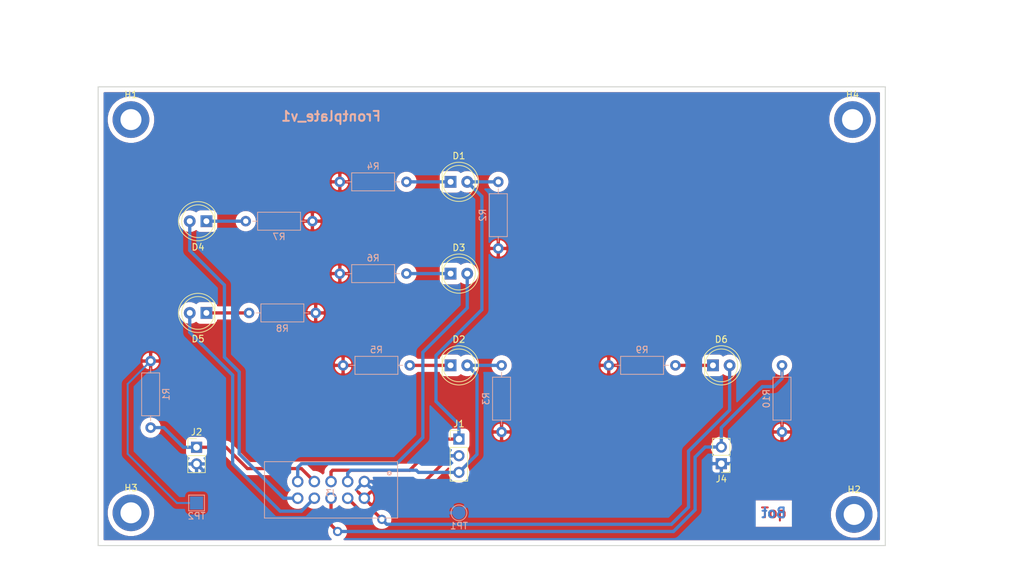
<source format=kicad_pcb>
(kicad_pcb (version 20171130) (host pcbnew "(5.1.6)-1")

  (general
    (thickness 1.6)
    (drawings 17)
    (tracks 96)
    (zones 0)
    (modules 26)
    (nets 17)
  )

  (page A4)
  (title_block
    (title Frontplate)
    (date 2021-09-18)
    (rev 1)
    (company FY)
    (comment 1 F.Faber)
  )

  (layers
    (0 F.Cu signal)
    (31 B.Cu signal)
    (32 B.Adhes user)
    (33 F.Adhes user)
    (34 B.Paste user)
    (35 F.Paste user)
    (36 B.SilkS user)
    (37 F.SilkS user)
    (38 B.Mask user)
    (39 F.Mask user)
    (40 Dwgs.User user)
    (41 Cmts.User user)
    (42 Eco1.User user)
    (43 Eco2.User user)
    (44 Edge.Cuts user)
    (45 Margin user)
    (46 B.CrtYd user)
    (47 F.CrtYd user)
    (48 B.Fab user)
    (49 F.Fab user)
  )

  (setup
    (last_trace_width 0.5)
    (trace_clearance 0.5)
    (zone_clearance 0.75)
    (zone_45_only no)
    (trace_min 0.25)
    (via_size 1.2)
    (via_drill 0.8)
    (via_min_size 0.8)
    (via_min_drill 0.3)
    (uvia_size 0.3)
    (uvia_drill 0.1)
    (uvias_allowed no)
    (uvia_min_size 0.2)
    (uvia_min_drill 0.1)
    (edge_width 0.05)
    (segment_width 0.2)
    (pcb_text_width 0.3)
    (pcb_text_size 1.5 1.5)
    (mod_edge_width 0.12)
    (mod_text_size 1 1)
    (mod_text_width 0.15)
    (pad_size 5.6 5.6)
    (pad_drill 3.2)
    (pad_to_mask_clearance 0.05)
    (aux_axis_origin 82 139.5)
    (grid_origin 82 139.5)
    (visible_elements 7FFFFFFF)
    (pcbplotparams
      (layerselection 0x010fc_ffffffff)
      (usegerberextensions false)
      (usegerberattributes true)
      (usegerberadvancedattributes false)
      (creategerberjobfile true)
      (excludeedgelayer false)
      (linewidth 0.150000)
      (plotframeref false)
      (viasonmask false)
      (mode 1)
      (useauxorigin true)
      (hpglpennumber 1)
      (hpglpenspeed 20)
      (hpglpendiameter 15.000000)
      (psnegative false)
      (psa4output false)
      (plotreference true)
      (plotvalue true)
      (plotinvisibletext false)
      (padsonsilk true)
      (subtractmaskfromsilk false)
      (outputformat 1)
      (mirror false)
      (drillshape 0)
      (scaleselection 1)
      (outputdirectory "Gerber/"))
  )

  (net 0 "")
  (net 1 "Net-(D1-Pad2)")
  (net 2 "Net-(D1-Pad1)")
  (net 3 "Net-(D2-Pad2)")
  (net 4 "Net-(D2-Pad1)")
  (net 5 "Net-(D3-Pad2)")
  (net 6 "Net-(D3-Pad1)")
  (net 7 "Net-(D4-Pad2)")
  (net 8 "Net-(D4-Pad1)")
  (net 9 "Net-(D5-Pad2)")
  (net 10 "Net-(D5-Pad1)")
  (net 11 +3V3)
  (net 12 "Net-(J2-Pad1)")
  (net 13 GND)
  (net 14 "Net-(D6-Pad2)")
  (net 15 "Net-(D6-Pad1)")
  (net 16 "Net-(J3-Pad8)")

  (net_class Default "This is the default net class."
    (clearance 0.5)
    (trace_width 0.5)
    (via_dia 1.2)
    (via_drill 0.8)
    (uvia_dia 0.3)
    (uvia_drill 0.1)
    (diff_pair_width 0.3)
    (diff_pair_gap 0.25)
    (add_net +3V3)
    (add_net GND)
    (add_net "Net-(D1-Pad1)")
    (add_net "Net-(D1-Pad2)")
    (add_net "Net-(D2-Pad1)")
    (add_net "Net-(D2-Pad2)")
    (add_net "Net-(D3-Pad1)")
    (add_net "Net-(D3-Pad2)")
    (add_net "Net-(D4-Pad1)")
    (add_net "Net-(D4-Pad2)")
    (add_net "Net-(D5-Pad1)")
    (add_net "Net-(D5-Pad2)")
    (add_net "Net-(D6-Pad1)")
    (add_net "Net-(D6-Pad2)")
    (add_net "Net-(J2-Pad1)")
    (add_net "Net-(J3-Pad8)")
  )

  (module Eigene:Muekra_10pol_Pfostenstecker (layer B.Cu) (tedit 61446FC6) (tstamp 61442922)
    (at 85.5 141.5 180)
    (descr "Pfostenstecker, 10_Pol, THT")
    (path /6143905D)
    (fp_text reference J3 (at 0 -0.5) (layer B.SilkS)
      (effects (font (size 1 1) (thickness 0.15)) (justify mirror))
    )
    (fp_text value Conn_02x05_Counter_Clockwise (at 0 0.5) (layer B.Fab)
      (effects (font (size 1 1) (thickness 0.15)) (justify mirror))
    )
    (fp_circle (center -8.89 2.54) (end -8.64 2.54) (layer B.SilkS) (width 0.25))
    (fp_line (start -10.15 4.3) (end -10.15 -4.3) (layer B.SilkS) (width 0.12))
    (fp_line (start -10.15 4.3) (end 10.15 4.3) (layer B.SilkS) (width 0.12))
    (fp_line (start 10.15 4.3) (end 10.15 -4.3) (layer B.SilkS) (width 0.12))
    (fp_line (start 10.15 -4.3) (end -10.15 -4.3) (layer B.SilkS) (width 0.12))
    (pad 10 thru_hole circle (at -5.08 -1.27 180) (size 1.75 1.75) (drill 1.1) (layers *.Cu *.Mask)
      (net 13 GND))
    (pad 9 thru_hole circle (at -2.54 -1.27 180) (size 1.75 1.75) (drill 1.1) (layers *.Cu *.Mask)
      (net 14 "Net-(D6-Pad2)"))
    (pad 8 thru_hole circle (at 0 -1.27 180) (size 1.75 1.75) (drill 1.1) (layers *.Cu *.Mask)
      (net 16 "Net-(J3-Pad8)"))
    (pad 7 thru_hole circle (at 2.54 -1.27 180) (size 1.75 1.75) (drill 1.1) (layers *.Cu *.Mask)
      (net 9 "Net-(D5-Pad2)"))
    (pad 6 thru_hole circle (at 5.08 -1.27 180) (size 1.75 1.75) (drill 1.1) (layers *.Cu *.Mask)
      (net 7 "Net-(D4-Pad2)"))
    (pad 5 thru_hole circle (at 5.08 1.27 180) (size 1.75 1.75) (drill 1.1) (layers *.Cu *.Mask)
      (net 5 "Net-(D3-Pad2)"))
    (pad 4 thru_hole circle (at 2.54 1.27 180) (size 1.75 1.75) (drill 1.1) (layers *.Cu *.Mask)
      (net 12 "Net-(J2-Pad1)"))
    (pad 3 thru_hole circle (at 0 1.27 180) (size 1.75 1.75) (drill 1.1) (layers *.Cu *.Mask)
      (net 1 "Net-(D1-Pad2)"))
    (pad 2 thru_hole circle (at -2.54 1.27 180) (size 1.75 1.75) (drill 1.1) (layers *.Cu *.Mask)
      (net 3 "Net-(D2-Pad2)"))
    (pad 1 thru_hole circle (at -5.08 1.27 180) (size 1.75 1.75) (drill 1.1) (layers *.Cu *.Mask)
      (net 11 +3V3))
  )

  (module Resistor_THT:R_Axial_DIN0207_L6.3mm_D2.5mm_P10.16mm_Horizontal (layer B.Cu) (tedit 5AE5139B) (tstamp 6144CBE5)
    (at 154.25 122.5 270)
    (descr "Resistor, Axial_DIN0207 series, Axial, Horizontal, pin pitch=10.16mm, 0.25W = 1/4W, length*diameter=6.3*2.5mm^2, http://cdn-reichelt.de/documents/datenblatt/B400/1_4W%23YAG.pdf")
    (tags "Resistor Axial_DIN0207 series Axial Horizontal pin pitch 10.16mm 0.25W = 1/4W length 6.3mm diameter 2.5mm")
    (path /6145DA27)
    (fp_text reference R10 (at 5.08 2.37 270) (layer B.SilkS)
      (effects (font (size 1 1) (thickness 0.15)) (justify mirror))
    )
    (fp_text value 10k (at 5.08 -2.37 270) (layer B.Fab)
      (effects (font (size 1 1) (thickness 0.15)) (justify mirror))
    )
    (fp_line (start 11.21 1.5) (end -1.05 1.5) (layer B.CrtYd) (width 0.05))
    (fp_line (start 11.21 -1.5) (end 11.21 1.5) (layer B.CrtYd) (width 0.05))
    (fp_line (start -1.05 -1.5) (end 11.21 -1.5) (layer B.CrtYd) (width 0.05))
    (fp_line (start -1.05 1.5) (end -1.05 -1.5) (layer B.CrtYd) (width 0.05))
    (fp_line (start 9.12 0) (end 8.35 0) (layer B.SilkS) (width 0.12))
    (fp_line (start 1.04 0) (end 1.81 0) (layer B.SilkS) (width 0.12))
    (fp_line (start 8.35 1.37) (end 1.81 1.37) (layer B.SilkS) (width 0.12))
    (fp_line (start 8.35 -1.37) (end 8.35 1.37) (layer B.SilkS) (width 0.12))
    (fp_line (start 1.81 -1.37) (end 8.35 -1.37) (layer B.SilkS) (width 0.12))
    (fp_line (start 1.81 1.37) (end 1.81 -1.37) (layer B.SilkS) (width 0.12))
    (fp_line (start 10.16 0) (end 8.23 0) (layer B.Fab) (width 0.1))
    (fp_line (start 0 0) (end 1.93 0) (layer B.Fab) (width 0.1))
    (fp_line (start 8.23 1.25) (end 1.93 1.25) (layer B.Fab) (width 0.1))
    (fp_line (start 8.23 -1.25) (end 8.23 1.25) (layer B.Fab) (width 0.1))
    (fp_line (start 1.93 -1.25) (end 8.23 -1.25) (layer B.Fab) (width 0.1))
    (fp_line (start 1.93 1.25) (end 1.93 -1.25) (layer B.Fab) (width 0.1))
    (fp_text user %R (at 5.08 0 270) (layer B.Fab)
      (effects (font (size 1 1) (thickness 0.15)) (justify mirror))
    )
    (pad 2 thru_hole oval (at 10.16 0 270) (size 1.6 1.6) (drill 0.8) (layers *.Cu *.Mask)
      (net 13 GND))
    (pad 1 thru_hole circle (at 0 0 270) (size 1.6 1.6) (drill 0.8) (layers *.Cu *.Mask)
      (net 16 "Net-(J3-Pad8)"))
    (model ${KISYS3DMOD}/Resistor_THT.3dshapes/R_Axial_DIN0207_L6.3mm_D2.5mm_P10.16mm_Horizontal.wrl
      (at (xyz 0 0 0))
      (scale (xyz 1 1 1))
      (rotate (xyz 0 0 0))
    )
  )

  (module Resistor_THT:R_Axial_DIN0207_L6.3mm_D2.5mm_P10.16mm_Horizontal (layer B.Cu) (tedit 5AE5139B) (tstamp 6144CBCE)
    (at 138 122.5 180)
    (descr "Resistor, Axial_DIN0207 series, Axial, Horizontal, pin pitch=10.16mm, 0.25W = 1/4W, length*diameter=6.3*2.5mm^2, http://cdn-reichelt.de/documents/datenblatt/B400/1_4W%23YAG.pdf")
    (tags "Resistor Axial_DIN0207 series Axial Horizontal pin pitch 10.16mm 0.25W = 1/4W length 6.3mm diameter 2.5mm")
    (path /6146507F)
    (fp_text reference R9 (at 5.08 2.37) (layer B.SilkS)
      (effects (font (size 1 1) (thickness 0.15)) (justify mirror))
    )
    (fp_text value 470k (at 5.08 -2.37) (layer B.Fab)
      (effects (font (size 1 1) (thickness 0.15)) (justify mirror))
    )
    (fp_line (start 11.21 1.5) (end -1.05 1.5) (layer B.CrtYd) (width 0.05))
    (fp_line (start 11.21 -1.5) (end 11.21 1.5) (layer B.CrtYd) (width 0.05))
    (fp_line (start -1.05 -1.5) (end 11.21 -1.5) (layer B.CrtYd) (width 0.05))
    (fp_line (start -1.05 1.5) (end -1.05 -1.5) (layer B.CrtYd) (width 0.05))
    (fp_line (start 9.12 0) (end 8.35 0) (layer B.SilkS) (width 0.12))
    (fp_line (start 1.04 0) (end 1.81 0) (layer B.SilkS) (width 0.12))
    (fp_line (start 8.35 1.37) (end 1.81 1.37) (layer B.SilkS) (width 0.12))
    (fp_line (start 8.35 -1.37) (end 8.35 1.37) (layer B.SilkS) (width 0.12))
    (fp_line (start 1.81 -1.37) (end 8.35 -1.37) (layer B.SilkS) (width 0.12))
    (fp_line (start 1.81 1.37) (end 1.81 -1.37) (layer B.SilkS) (width 0.12))
    (fp_line (start 10.16 0) (end 8.23 0) (layer B.Fab) (width 0.1))
    (fp_line (start 0 0) (end 1.93 0) (layer B.Fab) (width 0.1))
    (fp_line (start 8.23 1.25) (end 1.93 1.25) (layer B.Fab) (width 0.1))
    (fp_line (start 8.23 -1.25) (end 8.23 1.25) (layer B.Fab) (width 0.1))
    (fp_line (start 1.93 -1.25) (end 8.23 -1.25) (layer B.Fab) (width 0.1))
    (fp_line (start 1.93 1.25) (end 1.93 -1.25) (layer B.Fab) (width 0.1))
    (fp_text user %R (at 5.08 0) (layer B.Fab)
      (effects (font (size 1 1) (thickness 0.15)) (justify mirror))
    )
    (pad 2 thru_hole oval (at 10.16 0 180) (size 1.6 1.6) (drill 0.8) (layers *.Cu *.Mask)
      (net 13 GND))
    (pad 1 thru_hole circle (at 0 0 180) (size 1.6 1.6) (drill 0.8) (layers *.Cu *.Mask)
      (net 15 "Net-(D6-Pad1)"))
    (model ${KISYS3DMOD}/Resistor_THT.3dshapes/R_Axial_DIN0207_L6.3mm_D2.5mm_P10.16mm_Horizontal.wrl
      (at (xyz 0 0 0))
      (scale (xyz 1 1 1))
      (rotate (xyz 0 0 0))
    )
  )

  (module Connector_PinHeader_2.54mm:PinHeader_1x02_P2.54mm_Vertical (layer F.Cu) (tedit 59FED5CC) (tstamp 6144CA57)
    (at 145 137.5 180)
    (descr "Through hole straight pin header, 1x02, 2.54mm pitch, single row")
    (tags "Through hole pin header THT 1x02 2.54mm single row")
    (path /61459F63)
    (fp_text reference J4 (at 0 -2.33) (layer F.SilkS)
      (effects (font (size 1 1) (thickness 0.15)))
    )
    (fp_text value Conn_01x02 (at 0 4.87) (layer F.Fab)
      (effects (font (size 1 1) (thickness 0.15)))
    )
    (fp_line (start 1.8 -1.8) (end -1.8 -1.8) (layer F.CrtYd) (width 0.05))
    (fp_line (start 1.8 4.35) (end 1.8 -1.8) (layer F.CrtYd) (width 0.05))
    (fp_line (start -1.8 4.35) (end 1.8 4.35) (layer F.CrtYd) (width 0.05))
    (fp_line (start -1.8 -1.8) (end -1.8 4.35) (layer F.CrtYd) (width 0.05))
    (fp_line (start -1.33 -1.33) (end 0 -1.33) (layer F.SilkS) (width 0.12))
    (fp_line (start -1.33 0) (end -1.33 -1.33) (layer F.SilkS) (width 0.12))
    (fp_line (start -1.33 1.27) (end 1.33 1.27) (layer F.SilkS) (width 0.12))
    (fp_line (start 1.33 1.27) (end 1.33 3.87) (layer F.SilkS) (width 0.12))
    (fp_line (start -1.33 1.27) (end -1.33 3.87) (layer F.SilkS) (width 0.12))
    (fp_line (start -1.33 3.87) (end 1.33 3.87) (layer F.SilkS) (width 0.12))
    (fp_line (start -1.27 -0.635) (end -0.635 -1.27) (layer F.Fab) (width 0.1))
    (fp_line (start -1.27 3.81) (end -1.27 -0.635) (layer F.Fab) (width 0.1))
    (fp_line (start 1.27 3.81) (end -1.27 3.81) (layer F.Fab) (width 0.1))
    (fp_line (start 1.27 -1.27) (end 1.27 3.81) (layer F.Fab) (width 0.1))
    (fp_line (start -0.635 -1.27) (end 1.27 -1.27) (layer F.Fab) (width 0.1))
    (fp_text user %R (at 0 1.27 90) (layer F.Fab)
      (effects (font (size 1 1) (thickness 0.15)))
    )
    (pad 2 thru_hole oval (at 0 2.54 180) (size 1.7 1.7) (drill 1) (layers *.Cu *.Mask)
      (net 16 "Net-(J3-Pad8)"))
    (pad 1 thru_hole rect (at 0 0 180) (size 1.7 1.7) (drill 1) (layers *.Cu *.Mask)
      (net 11 +3V3))
    (model ${KISYS3DMOD}/Connector_PinHeader_2.54mm.3dshapes/PinHeader_1x02_P2.54mm_Vertical.wrl
      (at (xyz 0 0 0))
      (scale (xyz 1 1 1))
      (rotate (xyz 0 0 0))
    )
  )

  (module LED_THT:LED_D5.0mm (layer F.Cu) (tedit 5995936A) (tstamp 6144C9A2)
    (at 143.725 122.5)
    (descr "LED, diameter 5.0mm, 2 pins, http://cdn-reichelt.de/documents/datenblatt/A500/LL-504BC2E-009.pdf")
    (tags "LED diameter 5.0mm 2 pins")
    (path /61465085)
    (fp_text reference D6 (at 1.27 -3.96) (layer F.SilkS)
      (effects (font (size 1 1) (thickness 0.15)))
    )
    (fp_text value LED (at 1.27 3.96) (layer F.Fab)
      (effects (font (size 1 1) (thickness 0.15)))
    )
    (fp_line (start 4.5 -3.25) (end -1.95 -3.25) (layer F.CrtYd) (width 0.05))
    (fp_line (start 4.5 3.25) (end 4.5 -3.25) (layer F.CrtYd) (width 0.05))
    (fp_line (start -1.95 3.25) (end 4.5 3.25) (layer F.CrtYd) (width 0.05))
    (fp_line (start -1.95 -3.25) (end -1.95 3.25) (layer F.CrtYd) (width 0.05))
    (fp_line (start -1.29 -1.545) (end -1.29 1.545) (layer F.SilkS) (width 0.12))
    (fp_line (start -1.23 -1.469694) (end -1.23 1.469694) (layer F.Fab) (width 0.1))
    (fp_circle (center 1.27 0) (end 3.77 0) (layer F.SilkS) (width 0.12))
    (fp_circle (center 1.27 0) (end 3.77 0) (layer F.Fab) (width 0.1))
    (fp_text user %R (at 1.25 0) (layer F.Fab)
      (effects (font (size 0.8 0.8) (thickness 0.2)))
    )
    (fp_arc (start 1.27 0) (end -1.29 1.54483) (angle -148.9) (layer F.SilkS) (width 0.12))
    (fp_arc (start 1.27 0) (end -1.29 -1.54483) (angle 148.9) (layer F.SilkS) (width 0.12))
    (fp_arc (start 1.27 0) (end -1.23 -1.469694) (angle 299.1) (layer F.Fab) (width 0.1))
    (pad 2 thru_hole circle (at 2.54 0) (size 1.8 1.8) (drill 0.9) (layers *.Cu *.Mask)
      (net 14 "Net-(D6-Pad2)"))
    (pad 1 thru_hole rect (at 0 0) (size 1.8 1.8) (drill 0.9) (layers *.Cu *.Mask)
      (net 15 "Net-(D6-Pad1)"))
    (model ${KISYS3DMOD}/LED_THT.3dshapes/LED_D5.0mm.wrl
      (at (xyz 0 0 0))
      (scale (xyz 1 1 1))
      (rotate (xyz 0 0 0))
    )
  )

  (module MountingHole:MountingHole_3.2mm_M3_DIN965_Pad (layer F.Cu) (tedit 56D1B4CB) (tstamp 61432621)
    (at 165 85)
    (descr "Mounting Hole 3.2mm, M3, DIN965")
    (tags "mounting hole 3.2mm m3 din965")
    (path /6144B9FD)
    (attr virtual)
    (fp_text reference H4 (at 0 -3.8) (layer F.SilkS)
      (effects (font (size 1 1) (thickness 0.15)))
    )
    (fp_text value MountingHole (at 0 3.8) (layer F.Fab)
      (effects (font (size 1 1) (thickness 0.15)))
    )
    (fp_circle (center 0 0) (end 3.05 0) (layer F.CrtYd) (width 0.05))
    (fp_circle (center 0 0) (end 2.8 0) (layer Cmts.User) (width 0.15))
    (fp_text user %R (at 0.3 0) (layer F.Fab)
      (effects (font (size 1 1) (thickness 0.15)))
    )
    (pad 1 thru_hole circle (at 0 0) (size 5.6 5.6) (drill 3.2) (layers *.Cu *.Mask))
  )

  (module MountingHole:MountingHole_3.2mm_M3_DIN965_Pad (layer F.Cu) (tedit 56D1B4CB) (tstamp 61432619)
    (at 55 145)
    (descr "Mounting Hole 3.2mm, M3, DIN965")
    (tags "mounting hole 3.2mm m3 din965")
    (path /6144AFBB)
    (attr virtual)
    (fp_text reference H3 (at 0 -3.8) (layer F.SilkS)
      (effects (font (size 1 1) (thickness 0.15)))
    )
    (fp_text value MountingHole (at 0 3.8) (layer F.Fab)
      (effects (font (size 1 1) (thickness 0.15)))
    )
    (fp_circle (center 0 0) (end 3.05 0) (layer F.CrtYd) (width 0.05))
    (fp_circle (center 0 0) (end 2.8 0) (layer Cmts.User) (width 0.15))
    (fp_text user %R (at 0.3 0) (layer F.Fab)
      (effects (font (size 1 1) (thickness 0.15)))
    )
    (pad 1 thru_hole circle (at 0 0) (size 5.6 5.6) (drill 3.2) (layers *.Cu *.Mask))
  )

  (module MountingHole:MountingHole_3.2mm_M3_DIN965_Pad (layer F.Cu) (tedit 56D1B4CB) (tstamp 61432611)
    (at 165.25 145.25)
    (descr "Mounting Hole 3.2mm, M3, DIN965")
    (tags "mounting hole 3.2mm m3 din965")
    (path /6144A599)
    (attr virtual)
    (fp_text reference H2 (at 0 -3.8) (layer F.SilkS)
      (effects (font (size 1 1) (thickness 0.15)))
    )
    (fp_text value MountingHole (at 0 3.8) (layer F.Fab)
      (effects (font (size 1 1) (thickness 0.15)))
    )
    (fp_circle (center 0 0) (end 3.05 0) (layer F.CrtYd) (width 0.05))
    (fp_circle (center 0 0) (end 2.8 0) (layer Cmts.User) (width 0.15))
    (fp_text user %R (at 0.3 0) (layer F.Fab)
      (effects (font (size 1 1) (thickness 0.15)))
    )
    (pad 1 thru_hole circle (at 0 0) (size 5.6 5.6) (drill 3.2) (layers *.Cu *.Mask))
  )

  (module MountingHole:MountingHole_3.2mm_M3_DIN965_Pad (layer F.Cu) (tedit 56D1B4CB) (tstamp 61432609)
    (at 55 85)
    (descr "Mounting Hole 3.2mm, M3, DIN965")
    (tags "mounting hole 3.2mm m3 din965")
    (path /61449A93)
    (attr virtual)
    (fp_text reference H1 (at 0 -3.8) (layer F.SilkS)
      (effects (font (size 1 1) (thickness 0.15)))
    )
    (fp_text value MountingHole (at 0 3.8) (layer F.Fab)
      (effects (font (size 1 1) (thickness 0.15)))
    )
    (fp_circle (center 0 0) (end 3.05 0) (layer F.CrtYd) (width 0.05))
    (fp_circle (center 0 0) (end 2.8 0) (layer Cmts.User) (width 0.15))
    (fp_text user %R (at 0.3 0) (layer F.Fab)
      (effects (font (size 1 1) (thickness 0.15)))
    )
    (pad 1 thru_hole circle (at 0 0) (size 5.6 5.6) (drill 3.2) (layers *.Cu *.Mask))
  )

  (module Connector_PinHeader_2.54mm:PinHeader_1x02_P2.54mm_Vertical (layer F.Cu) (tedit 59FED5CC) (tstamp 61431978)
    (at 65 135)
    (descr "Through hole straight pin header, 1x02, 2.54mm pitch, single row")
    (tags "Through hole pin header THT 1x02 2.54mm single row")
    (path /6142F01D)
    (fp_text reference J2 (at 0 -2.33) (layer F.SilkS)
      (effects (font (size 1 1) (thickness 0.15)))
    )
    (fp_text value Conn_01x02 (at 0 4.87) (layer F.Fab)
      (effects (font (size 1 1) (thickness 0.15)))
    )
    (fp_line (start 1.8 -1.8) (end -1.8 -1.8) (layer F.CrtYd) (width 0.05))
    (fp_line (start 1.8 4.35) (end 1.8 -1.8) (layer F.CrtYd) (width 0.05))
    (fp_line (start -1.8 4.35) (end 1.8 4.35) (layer F.CrtYd) (width 0.05))
    (fp_line (start -1.8 -1.8) (end -1.8 4.35) (layer F.CrtYd) (width 0.05))
    (fp_line (start -1.33 -1.33) (end 0 -1.33) (layer F.SilkS) (width 0.12))
    (fp_line (start -1.33 0) (end -1.33 -1.33) (layer F.SilkS) (width 0.12))
    (fp_line (start -1.33 1.27) (end 1.33 1.27) (layer F.SilkS) (width 0.12))
    (fp_line (start 1.33 1.27) (end 1.33 3.87) (layer F.SilkS) (width 0.12))
    (fp_line (start -1.33 1.27) (end -1.33 3.87) (layer F.SilkS) (width 0.12))
    (fp_line (start -1.33 3.87) (end 1.33 3.87) (layer F.SilkS) (width 0.12))
    (fp_line (start -1.27 -0.635) (end -0.635 -1.27) (layer F.Fab) (width 0.1))
    (fp_line (start -1.27 3.81) (end -1.27 -0.635) (layer F.Fab) (width 0.1))
    (fp_line (start 1.27 3.81) (end -1.27 3.81) (layer F.Fab) (width 0.1))
    (fp_line (start 1.27 -1.27) (end 1.27 3.81) (layer F.Fab) (width 0.1))
    (fp_line (start -0.635 -1.27) (end 1.27 -1.27) (layer F.Fab) (width 0.1))
    (fp_text user %R (at 0 1.27 90) (layer F.Fab)
      (effects (font (size 1 1) (thickness 0.15)))
    )
    (pad 2 thru_hole oval (at 0 2.54) (size 1.7 1.7) (drill 1) (layers *.Cu *.Mask)
      (net 11 +3V3))
    (pad 1 thru_hole rect (at 0 0) (size 1.7 1.7) (drill 1) (layers *.Cu *.Mask)
      (net 12 "Net-(J2-Pad1)"))
    (model ${KISYS3DMOD}/Connector_PinHeader_2.54mm.3dshapes/PinHeader_1x02_P2.54mm_Vertical.wrl
      (at (xyz 0 0 0))
      (scale (xyz 1 1 1))
      (rotate (xyz 0 0 0))
    )
  )

  (module TestPoint:TestPoint_Pad_2.0x2.0mm (layer B.Cu) (tedit 5A0F774F) (tstamp 6142F76F)
    (at 65 143.5)
    (descr "SMD rectangular pad as test Point, square 2.0mm side length")
    (tags "test point SMD pad rectangle square")
    (path /6143DA51)
    (attr virtual)
    (fp_text reference TP2 (at 0 1.998) (layer B.SilkS)
      (effects (font (size 1 1) (thickness 0.15)) (justify mirror))
    )
    (fp_text value TestPoint (at 0 -2.05) (layer B.Fab)
      (effects (font (size 1 1) (thickness 0.15)) (justify mirror))
    )
    (fp_line (start 1.5 -1.5) (end -1.5 -1.5) (layer B.CrtYd) (width 0.05))
    (fp_line (start 1.5 -1.5) (end 1.5 1.5) (layer B.CrtYd) (width 0.05))
    (fp_line (start -1.5 1.5) (end -1.5 -1.5) (layer B.CrtYd) (width 0.05))
    (fp_line (start -1.5 1.5) (end 1.5 1.5) (layer B.CrtYd) (width 0.05))
    (fp_line (start -1.2 -1.2) (end -1.2 1.2) (layer B.SilkS) (width 0.12))
    (fp_line (start 1.2 -1.2) (end -1.2 -1.2) (layer B.SilkS) (width 0.12))
    (fp_line (start 1.2 1.2) (end 1.2 -1.2) (layer B.SilkS) (width 0.12))
    (fp_line (start -1.2 1.2) (end 1.2 1.2) (layer B.SilkS) (width 0.12))
    (fp_text user %R (at 0 2) (layer B.Fab)
      (effects (font (size 1 1) (thickness 0.15)) (justify mirror))
    )
    (pad 1 smd rect (at 0 0) (size 2 2) (layers B.Cu B.Mask)
      (net 13 GND))
  )

  (module TestPoint:TestPoint_Pad_D2.0mm (layer B.Cu) (tedit 5A0F774F) (tstamp 6142F761)
    (at 105 145)
    (descr "SMD pad as test Point, diameter 2.0mm")
    (tags "test point SMD pad")
    (path /6143EC5E)
    (attr virtual)
    (fp_text reference TP1 (at 0 1.998) (layer B.SilkS)
      (effects (font (size 1 1) (thickness 0.15)) (justify mirror))
    )
    (fp_text value TestPoint (at 0 -2.05) (layer B.Fab)
      (effects (font (size 1 1) (thickness 0.15)) (justify mirror))
    )
    (fp_circle (center 0 0) (end 0 -1.2) (layer B.SilkS) (width 0.12))
    (fp_circle (center 0 0) (end 1.5 0) (layer B.CrtYd) (width 0.05))
    (fp_text user %R (at 0 2) (layer B.Fab)
      (effects (font (size 1 1) (thickness 0.15)) (justify mirror))
    )
    (pad 1 smd circle (at 0 0) (size 2 2) (layers B.Cu B.Mask)
      (net 11 +3V3))
  )

  (module Resistor_THT:R_Axial_DIN0207_L6.3mm_D2.5mm_P10.16mm_Horizontal (layer B.Cu) (tedit 5AE5139B) (tstamp 614443D1)
    (at 73 114.5)
    (descr "Resistor, Axial_DIN0207 series, Axial, Horizontal, pin pitch=10.16mm, 0.25W = 1/4W, length*diameter=6.3*2.5mm^2, http://cdn-reichelt.de/documents/datenblatt/B400/1_4W%23YAG.pdf")
    (tags "Resistor Axial_DIN0207 series Axial Horizontal pin pitch 10.16mm 0.25W = 1/4W length 6.3mm diameter 2.5mm")
    (path /6143719F)
    (fp_text reference R8 (at 5.08 2.37) (layer B.SilkS)
      (effects (font (size 1 1) (thickness 0.15)) (justify mirror))
    )
    (fp_text value 470k (at 5.08 -2.37) (layer B.Fab)
      (effects (font (size 1 1) (thickness 0.15)) (justify mirror))
    )
    (fp_line (start 11.21 1.5) (end -1.05 1.5) (layer B.CrtYd) (width 0.05))
    (fp_line (start 11.21 -1.5) (end 11.21 1.5) (layer B.CrtYd) (width 0.05))
    (fp_line (start -1.05 -1.5) (end 11.21 -1.5) (layer B.CrtYd) (width 0.05))
    (fp_line (start -1.05 1.5) (end -1.05 -1.5) (layer B.CrtYd) (width 0.05))
    (fp_line (start 9.12 0) (end 8.35 0) (layer B.SilkS) (width 0.12))
    (fp_line (start 1.04 0) (end 1.81 0) (layer B.SilkS) (width 0.12))
    (fp_line (start 8.35 1.37) (end 1.81 1.37) (layer B.SilkS) (width 0.12))
    (fp_line (start 8.35 -1.37) (end 8.35 1.37) (layer B.SilkS) (width 0.12))
    (fp_line (start 1.81 -1.37) (end 8.35 -1.37) (layer B.SilkS) (width 0.12))
    (fp_line (start 1.81 1.37) (end 1.81 -1.37) (layer B.SilkS) (width 0.12))
    (fp_line (start 10.16 0) (end 8.23 0) (layer B.Fab) (width 0.1))
    (fp_line (start 0 0) (end 1.93 0) (layer B.Fab) (width 0.1))
    (fp_line (start 8.23 1.25) (end 1.93 1.25) (layer B.Fab) (width 0.1))
    (fp_line (start 8.23 -1.25) (end 8.23 1.25) (layer B.Fab) (width 0.1))
    (fp_line (start 1.93 -1.25) (end 8.23 -1.25) (layer B.Fab) (width 0.1))
    (fp_line (start 1.93 1.25) (end 1.93 -1.25) (layer B.Fab) (width 0.1))
    (fp_text user %R (at 5.08 0) (layer B.Fab)
      (effects (font (size 1 1) (thickness 0.15)) (justify mirror))
    )
    (pad 2 thru_hole oval (at 10.16 0) (size 1.6 1.6) (drill 0.8) (layers *.Cu *.Mask)
      (net 13 GND))
    (pad 1 thru_hole circle (at 0 0) (size 1.6 1.6) (drill 0.8) (layers *.Cu *.Mask)
      (net 10 "Net-(D5-Pad1)"))
    (model ${KISYS3DMOD}/Resistor_THT.3dshapes/R_Axial_DIN0207_L6.3mm_D2.5mm_P10.16mm_Horizontal.wrl
      (at (xyz 0 0 0))
      (scale (xyz 1 1 1))
      (rotate (xyz 0 0 0))
    )
  )

  (module Resistor_THT:R_Axial_DIN0207_L6.3mm_D2.5mm_P10.16mm_Horizontal (layer B.Cu) (tedit 5AE5139B) (tstamp 6142F742)
    (at 72.5 100.5)
    (descr "Resistor, Axial_DIN0207 series, Axial, Horizontal, pin pitch=10.16mm, 0.25W = 1/4W, length*diameter=6.3*2.5mm^2, http://cdn-reichelt.de/documents/datenblatt/B400/1_4W%23YAG.pdf")
    (tags "Resistor Axial_DIN0207 series Axial Horizontal pin pitch 10.16mm 0.25W = 1/4W length 6.3mm diameter 2.5mm")
    (path /61436A51)
    (fp_text reference R7 (at 5.08 2.37) (layer B.SilkS)
      (effects (font (size 1 1) (thickness 0.15)) (justify mirror))
    )
    (fp_text value 470k (at 5.08 -2.37) (layer B.Fab)
      (effects (font (size 1 1) (thickness 0.15)) (justify mirror))
    )
    (fp_line (start 11.21 1.5) (end -1.05 1.5) (layer B.CrtYd) (width 0.05))
    (fp_line (start 11.21 -1.5) (end 11.21 1.5) (layer B.CrtYd) (width 0.05))
    (fp_line (start -1.05 -1.5) (end 11.21 -1.5) (layer B.CrtYd) (width 0.05))
    (fp_line (start -1.05 1.5) (end -1.05 -1.5) (layer B.CrtYd) (width 0.05))
    (fp_line (start 9.12 0) (end 8.35 0) (layer B.SilkS) (width 0.12))
    (fp_line (start 1.04 0) (end 1.81 0) (layer B.SilkS) (width 0.12))
    (fp_line (start 8.35 1.37) (end 1.81 1.37) (layer B.SilkS) (width 0.12))
    (fp_line (start 8.35 -1.37) (end 8.35 1.37) (layer B.SilkS) (width 0.12))
    (fp_line (start 1.81 -1.37) (end 8.35 -1.37) (layer B.SilkS) (width 0.12))
    (fp_line (start 1.81 1.37) (end 1.81 -1.37) (layer B.SilkS) (width 0.12))
    (fp_line (start 10.16 0) (end 8.23 0) (layer B.Fab) (width 0.1))
    (fp_line (start 0 0) (end 1.93 0) (layer B.Fab) (width 0.1))
    (fp_line (start 8.23 1.25) (end 1.93 1.25) (layer B.Fab) (width 0.1))
    (fp_line (start 8.23 -1.25) (end 8.23 1.25) (layer B.Fab) (width 0.1))
    (fp_line (start 1.93 -1.25) (end 8.23 -1.25) (layer B.Fab) (width 0.1))
    (fp_line (start 1.93 1.25) (end 1.93 -1.25) (layer B.Fab) (width 0.1))
    (fp_text user %R (at 5.08 0) (layer B.Fab)
      (effects (font (size 1 1) (thickness 0.15)) (justify mirror))
    )
    (pad 2 thru_hole oval (at 10.16 0) (size 1.6 1.6) (drill 0.8) (layers *.Cu *.Mask)
      (net 13 GND))
    (pad 1 thru_hole circle (at 0 0) (size 1.6 1.6) (drill 0.8) (layers *.Cu *.Mask)
      (net 8 "Net-(D4-Pad1)"))
    (model ${KISYS3DMOD}/Resistor_THT.3dshapes/R_Axial_DIN0207_L6.3mm_D2.5mm_P10.16mm_Horizontal.wrl
      (at (xyz 0 0 0))
      (scale (xyz 1 1 1))
      (rotate (xyz 0 0 0))
    )
  )

  (module Resistor_THT:R_Axial_DIN0207_L6.3mm_D2.5mm_P10.16mm_Horizontal (layer B.Cu) (tedit 5AE5139B) (tstamp 6142F72B)
    (at 97 108.5 180)
    (descr "Resistor, Axial_DIN0207 series, Axial, Horizontal, pin pitch=10.16mm, 0.25W = 1/4W, length*diameter=6.3*2.5mm^2, http://cdn-reichelt.de/documents/datenblatt/B400/1_4W%23YAG.pdf")
    (tags "Resistor Axial_DIN0207 series Axial Horizontal pin pitch 10.16mm 0.25W = 1/4W length 6.3mm diameter 2.5mm")
    (path /61436473)
    (fp_text reference R6 (at 5.08 2.37) (layer B.SilkS)
      (effects (font (size 1 1) (thickness 0.15)) (justify mirror))
    )
    (fp_text value 470k (at 5.08 -2.37) (layer B.Fab)
      (effects (font (size 1 1) (thickness 0.15)) (justify mirror))
    )
    (fp_line (start 11.21 1.5) (end -1.05 1.5) (layer B.CrtYd) (width 0.05))
    (fp_line (start 11.21 -1.5) (end 11.21 1.5) (layer B.CrtYd) (width 0.05))
    (fp_line (start -1.05 -1.5) (end 11.21 -1.5) (layer B.CrtYd) (width 0.05))
    (fp_line (start -1.05 1.5) (end -1.05 -1.5) (layer B.CrtYd) (width 0.05))
    (fp_line (start 9.12 0) (end 8.35 0) (layer B.SilkS) (width 0.12))
    (fp_line (start 1.04 0) (end 1.81 0) (layer B.SilkS) (width 0.12))
    (fp_line (start 8.35 1.37) (end 1.81 1.37) (layer B.SilkS) (width 0.12))
    (fp_line (start 8.35 -1.37) (end 8.35 1.37) (layer B.SilkS) (width 0.12))
    (fp_line (start 1.81 -1.37) (end 8.35 -1.37) (layer B.SilkS) (width 0.12))
    (fp_line (start 1.81 1.37) (end 1.81 -1.37) (layer B.SilkS) (width 0.12))
    (fp_line (start 10.16 0) (end 8.23 0) (layer B.Fab) (width 0.1))
    (fp_line (start 0 0) (end 1.93 0) (layer B.Fab) (width 0.1))
    (fp_line (start 8.23 1.25) (end 1.93 1.25) (layer B.Fab) (width 0.1))
    (fp_line (start 8.23 -1.25) (end 8.23 1.25) (layer B.Fab) (width 0.1))
    (fp_line (start 1.93 -1.25) (end 8.23 -1.25) (layer B.Fab) (width 0.1))
    (fp_line (start 1.93 1.25) (end 1.93 -1.25) (layer B.Fab) (width 0.1))
    (fp_text user %R (at 5.08 0) (layer B.Fab)
      (effects (font (size 1 1) (thickness 0.15)) (justify mirror))
    )
    (pad 2 thru_hole oval (at 10.16 0 180) (size 1.6 1.6) (drill 0.8) (layers *.Cu *.Mask)
      (net 13 GND))
    (pad 1 thru_hole circle (at 0 0 180) (size 1.6 1.6) (drill 0.8) (layers *.Cu *.Mask)
      (net 6 "Net-(D3-Pad1)"))
    (model ${KISYS3DMOD}/Resistor_THT.3dshapes/R_Axial_DIN0207_L6.3mm_D2.5mm_P10.16mm_Horizontal.wrl
      (at (xyz 0 0 0))
      (scale (xyz 1 1 1))
      (rotate (xyz 0 0 0))
    )
  )

  (module Resistor_THT:R_Axial_DIN0207_L6.3mm_D2.5mm_P10.16mm_Horizontal (layer B.Cu) (tedit 5AE5139B) (tstamp 6142F714)
    (at 97.5 122.5 180)
    (descr "Resistor, Axial_DIN0207 series, Axial, Horizontal, pin pitch=10.16mm, 0.25W = 1/4W, length*diameter=6.3*2.5mm^2, http://cdn-reichelt.de/documents/datenblatt/B400/1_4W%23YAG.pdf")
    (tags "Resistor Axial_DIN0207 series Axial Horizontal pin pitch 10.16mm 0.25W = 1/4W length 6.3mm diameter 2.5mm")
    (path /61435D81)
    (fp_text reference R5 (at 5.08 2.37) (layer B.SilkS)
      (effects (font (size 1 1) (thickness 0.15)) (justify mirror))
    )
    (fp_text value 470k (at 5.08 -2.37) (layer B.Fab)
      (effects (font (size 1 1) (thickness 0.15)) (justify mirror))
    )
    (fp_line (start 11.21 1.5) (end -1.05 1.5) (layer B.CrtYd) (width 0.05))
    (fp_line (start 11.21 -1.5) (end 11.21 1.5) (layer B.CrtYd) (width 0.05))
    (fp_line (start -1.05 -1.5) (end 11.21 -1.5) (layer B.CrtYd) (width 0.05))
    (fp_line (start -1.05 1.5) (end -1.05 -1.5) (layer B.CrtYd) (width 0.05))
    (fp_line (start 9.12 0) (end 8.35 0) (layer B.SilkS) (width 0.12))
    (fp_line (start 1.04 0) (end 1.81 0) (layer B.SilkS) (width 0.12))
    (fp_line (start 8.35 1.37) (end 1.81 1.37) (layer B.SilkS) (width 0.12))
    (fp_line (start 8.35 -1.37) (end 8.35 1.37) (layer B.SilkS) (width 0.12))
    (fp_line (start 1.81 -1.37) (end 8.35 -1.37) (layer B.SilkS) (width 0.12))
    (fp_line (start 1.81 1.37) (end 1.81 -1.37) (layer B.SilkS) (width 0.12))
    (fp_line (start 10.16 0) (end 8.23 0) (layer B.Fab) (width 0.1))
    (fp_line (start 0 0) (end 1.93 0) (layer B.Fab) (width 0.1))
    (fp_line (start 8.23 1.25) (end 1.93 1.25) (layer B.Fab) (width 0.1))
    (fp_line (start 8.23 -1.25) (end 8.23 1.25) (layer B.Fab) (width 0.1))
    (fp_line (start 1.93 -1.25) (end 8.23 -1.25) (layer B.Fab) (width 0.1))
    (fp_line (start 1.93 1.25) (end 1.93 -1.25) (layer B.Fab) (width 0.1))
    (fp_text user %R (at 5.08 0) (layer B.Fab)
      (effects (font (size 1 1) (thickness 0.15)) (justify mirror))
    )
    (pad 2 thru_hole oval (at 10.16 0 180) (size 1.6 1.6) (drill 0.8) (layers *.Cu *.Mask)
      (net 13 GND))
    (pad 1 thru_hole circle (at 0 0 180) (size 1.6 1.6) (drill 0.8) (layers *.Cu *.Mask)
      (net 4 "Net-(D2-Pad1)"))
    (model ${KISYS3DMOD}/Resistor_THT.3dshapes/R_Axial_DIN0207_L6.3mm_D2.5mm_P10.16mm_Horizontal.wrl
      (at (xyz 0 0 0))
      (scale (xyz 1 1 1))
      (rotate (xyz 0 0 0))
    )
  )

  (module Resistor_THT:R_Axial_DIN0207_L6.3mm_D2.5mm_P10.16mm_Horizontal (layer B.Cu) (tedit 5AE5139B) (tstamp 6142F6FD)
    (at 97 94.5 180)
    (descr "Resistor, Axial_DIN0207 series, Axial, Horizontal, pin pitch=10.16mm, 0.25W = 1/4W, length*diameter=6.3*2.5mm^2, http://cdn-reichelt.de/documents/datenblatt/B400/1_4W%23YAG.pdf")
    (tags "Resistor Axial_DIN0207 series Axial Horizontal pin pitch 10.16mm 0.25W = 1/4W length 6.3mm diameter 2.5mm")
    (path /61430A6F)
    (fp_text reference R4 (at 5.08 2.37) (layer B.SilkS)
      (effects (font (size 1 1) (thickness 0.15)) (justify mirror))
    )
    (fp_text value 470k (at 5.08 -2.37) (layer B.Fab)
      (effects (font (size 1 1) (thickness 0.15)) (justify mirror))
    )
    (fp_line (start 11.21 1.5) (end -1.05 1.5) (layer B.CrtYd) (width 0.05))
    (fp_line (start 11.21 -1.5) (end 11.21 1.5) (layer B.CrtYd) (width 0.05))
    (fp_line (start -1.05 -1.5) (end 11.21 -1.5) (layer B.CrtYd) (width 0.05))
    (fp_line (start -1.05 1.5) (end -1.05 -1.5) (layer B.CrtYd) (width 0.05))
    (fp_line (start 9.12 0) (end 8.35 0) (layer B.SilkS) (width 0.12))
    (fp_line (start 1.04 0) (end 1.81 0) (layer B.SilkS) (width 0.12))
    (fp_line (start 8.35 1.37) (end 1.81 1.37) (layer B.SilkS) (width 0.12))
    (fp_line (start 8.35 -1.37) (end 8.35 1.37) (layer B.SilkS) (width 0.12))
    (fp_line (start 1.81 -1.37) (end 8.35 -1.37) (layer B.SilkS) (width 0.12))
    (fp_line (start 1.81 1.37) (end 1.81 -1.37) (layer B.SilkS) (width 0.12))
    (fp_line (start 10.16 0) (end 8.23 0) (layer B.Fab) (width 0.1))
    (fp_line (start 0 0) (end 1.93 0) (layer B.Fab) (width 0.1))
    (fp_line (start 8.23 1.25) (end 1.93 1.25) (layer B.Fab) (width 0.1))
    (fp_line (start 8.23 -1.25) (end 8.23 1.25) (layer B.Fab) (width 0.1))
    (fp_line (start 1.93 -1.25) (end 8.23 -1.25) (layer B.Fab) (width 0.1))
    (fp_line (start 1.93 1.25) (end 1.93 -1.25) (layer B.Fab) (width 0.1))
    (fp_text user %R (at 5.08 0) (layer B.Fab)
      (effects (font (size 1 1) (thickness 0.15)) (justify mirror))
    )
    (pad 2 thru_hole oval (at 10.16 0 180) (size 1.6 1.6) (drill 0.8) (layers *.Cu *.Mask)
      (net 13 GND))
    (pad 1 thru_hole circle (at 0 0 180) (size 1.6 1.6) (drill 0.8) (layers *.Cu *.Mask)
      (net 2 "Net-(D1-Pad1)"))
    (model ${KISYS3DMOD}/Resistor_THT.3dshapes/R_Axial_DIN0207_L6.3mm_D2.5mm_P10.16mm_Horizontal.wrl
      (at (xyz 0 0 0))
      (scale (xyz 1 1 1))
      (rotate (xyz 0 0 0))
    )
  )

  (module Resistor_THT:R_Axial_DIN0207_L6.3mm_D2.5mm_P10.16mm_Horizontal (layer B.Cu) (tedit 5AE5139B) (tstamp 6142F6E6)
    (at 111.5 122.5 270)
    (descr "Resistor, Axial_DIN0207 series, Axial, Horizontal, pin pitch=10.16mm, 0.25W = 1/4W, length*diameter=6.3*2.5mm^2, http://cdn-reichelt.de/documents/datenblatt/B400/1_4W%23YAG.pdf")
    (tags "Resistor Axial_DIN0207 series Axial Horizontal pin pitch 10.16mm 0.25W = 1/4W length 6.3mm diameter 2.5mm")
    (path /614302B5)
    (fp_text reference R3 (at 5.08 2.37 270) (layer B.SilkS)
      (effects (font (size 1 1) (thickness 0.15)) (justify mirror))
    )
    (fp_text value 10k (at 5.08 -2.37 270) (layer B.Fab)
      (effects (font (size 1 1) (thickness 0.15)) (justify mirror))
    )
    (fp_line (start 11.21 1.5) (end -1.05 1.5) (layer B.CrtYd) (width 0.05))
    (fp_line (start 11.21 -1.5) (end 11.21 1.5) (layer B.CrtYd) (width 0.05))
    (fp_line (start -1.05 -1.5) (end 11.21 -1.5) (layer B.CrtYd) (width 0.05))
    (fp_line (start -1.05 1.5) (end -1.05 -1.5) (layer B.CrtYd) (width 0.05))
    (fp_line (start 9.12 0) (end 8.35 0) (layer B.SilkS) (width 0.12))
    (fp_line (start 1.04 0) (end 1.81 0) (layer B.SilkS) (width 0.12))
    (fp_line (start 8.35 1.37) (end 1.81 1.37) (layer B.SilkS) (width 0.12))
    (fp_line (start 8.35 -1.37) (end 8.35 1.37) (layer B.SilkS) (width 0.12))
    (fp_line (start 1.81 -1.37) (end 8.35 -1.37) (layer B.SilkS) (width 0.12))
    (fp_line (start 1.81 1.37) (end 1.81 -1.37) (layer B.SilkS) (width 0.12))
    (fp_line (start 10.16 0) (end 8.23 0) (layer B.Fab) (width 0.1))
    (fp_line (start 0 0) (end 1.93 0) (layer B.Fab) (width 0.1))
    (fp_line (start 8.23 1.25) (end 1.93 1.25) (layer B.Fab) (width 0.1))
    (fp_line (start 8.23 -1.25) (end 8.23 1.25) (layer B.Fab) (width 0.1))
    (fp_line (start 1.93 -1.25) (end 8.23 -1.25) (layer B.Fab) (width 0.1))
    (fp_line (start 1.93 1.25) (end 1.93 -1.25) (layer B.Fab) (width 0.1))
    (fp_text user %R (at 5.08 0 270) (layer B.Fab)
      (effects (font (size 1 1) (thickness 0.15)) (justify mirror))
    )
    (pad 2 thru_hole oval (at 10.16 0 270) (size 1.6 1.6) (drill 0.8) (layers *.Cu *.Mask)
      (net 13 GND))
    (pad 1 thru_hole circle (at 0 0 270) (size 1.6 1.6) (drill 0.8) (layers *.Cu *.Mask)
      (net 3 "Net-(D2-Pad2)"))
    (model ${KISYS3DMOD}/Resistor_THT.3dshapes/R_Axial_DIN0207_L6.3mm_D2.5mm_P10.16mm_Horizontal.wrl
      (at (xyz 0 0 0))
      (scale (xyz 1 1 1))
      (rotate (xyz 0 0 0))
    )
  )

  (module Resistor_THT:R_Axial_DIN0207_L6.3mm_D2.5mm_P10.16mm_Horizontal (layer B.Cu) (tedit 5AE5139B) (tstamp 6142F6CF)
    (at 111 94.5 270)
    (descr "Resistor, Axial_DIN0207 series, Axial, Horizontal, pin pitch=10.16mm, 0.25W = 1/4W, length*diameter=6.3*2.5mm^2, http://cdn-reichelt.de/documents/datenblatt/B400/1_4W%23YAG.pdf")
    (tags "Resistor Axial_DIN0207 series Axial Horizontal pin pitch 10.16mm 0.25W = 1/4W length 6.3mm diameter 2.5mm")
    (path /6142FFEA)
    (fp_text reference R2 (at 5.08 2.37 270) (layer B.SilkS)
      (effects (font (size 1 1) (thickness 0.15)) (justify mirror))
    )
    (fp_text value 10k (at 5.08 -2.37 270) (layer B.Fab)
      (effects (font (size 1 1) (thickness 0.15)) (justify mirror))
    )
    (fp_line (start 11.21 1.5) (end -1.05 1.5) (layer B.CrtYd) (width 0.05))
    (fp_line (start 11.21 -1.5) (end 11.21 1.5) (layer B.CrtYd) (width 0.05))
    (fp_line (start -1.05 -1.5) (end 11.21 -1.5) (layer B.CrtYd) (width 0.05))
    (fp_line (start -1.05 1.5) (end -1.05 -1.5) (layer B.CrtYd) (width 0.05))
    (fp_line (start 9.12 0) (end 8.35 0) (layer B.SilkS) (width 0.12))
    (fp_line (start 1.04 0) (end 1.81 0) (layer B.SilkS) (width 0.12))
    (fp_line (start 8.35 1.37) (end 1.81 1.37) (layer B.SilkS) (width 0.12))
    (fp_line (start 8.35 -1.37) (end 8.35 1.37) (layer B.SilkS) (width 0.12))
    (fp_line (start 1.81 -1.37) (end 8.35 -1.37) (layer B.SilkS) (width 0.12))
    (fp_line (start 1.81 1.37) (end 1.81 -1.37) (layer B.SilkS) (width 0.12))
    (fp_line (start 10.16 0) (end 8.23 0) (layer B.Fab) (width 0.1))
    (fp_line (start 0 0) (end 1.93 0) (layer B.Fab) (width 0.1))
    (fp_line (start 8.23 1.25) (end 1.93 1.25) (layer B.Fab) (width 0.1))
    (fp_line (start 8.23 -1.25) (end 8.23 1.25) (layer B.Fab) (width 0.1))
    (fp_line (start 1.93 -1.25) (end 8.23 -1.25) (layer B.Fab) (width 0.1))
    (fp_line (start 1.93 1.25) (end 1.93 -1.25) (layer B.Fab) (width 0.1))
    (fp_text user %R (at 5.08 0 270) (layer B.Fab)
      (effects (font (size 1 1) (thickness 0.15)) (justify mirror))
    )
    (pad 2 thru_hole oval (at 10.16 0 270) (size 1.6 1.6) (drill 0.8) (layers *.Cu *.Mask)
      (net 13 GND))
    (pad 1 thru_hole circle (at 0 0 270) (size 1.6 1.6) (drill 0.8) (layers *.Cu *.Mask)
      (net 1 "Net-(D1-Pad2)"))
    (model ${KISYS3DMOD}/Resistor_THT.3dshapes/R_Axial_DIN0207_L6.3mm_D2.5mm_P10.16mm_Horizontal.wrl
      (at (xyz 0 0 0))
      (scale (xyz 1 1 1))
      (rotate (xyz 0 0 0))
    )
  )

  (module Resistor_THT:R_Axial_DIN0207_L6.3mm_D2.5mm_P10.16mm_Horizontal (layer B.Cu) (tedit 5AE5139B) (tstamp 6142F6B8)
    (at 58 132 90)
    (descr "Resistor, Axial_DIN0207 series, Axial, Horizontal, pin pitch=10.16mm, 0.25W = 1/4W, length*diameter=6.3*2.5mm^2, http://cdn-reichelt.de/documents/datenblatt/B400/1_4W%23YAG.pdf")
    (tags "Resistor Axial_DIN0207 series Axial Horizontal pin pitch 10.16mm 0.25W = 1/4W length 6.3mm diameter 2.5mm")
    (path /6142F958)
    (fp_text reference R1 (at 5.08 2.37 270) (layer B.SilkS)
      (effects (font (size 1 1) (thickness 0.15)) (justify mirror))
    )
    (fp_text value 10k (at 5.08 -2.37 270) (layer B.Fab)
      (effects (font (size 1 1) (thickness 0.15)) (justify mirror))
    )
    (fp_line (start 11.21 1.5) (end -1.05 1.5) (layer B.CrtYd) (width 0.05))
    (fp_line (start 11.21 -1.5) (end 11.21 1.5) (layer B.CrtYd) (width 0.05))
    (fp_line (start -1.05 -1.5) (end 11.21 -1.5) (layer B.CrtYd) (width 0.05))
    (fp_line (start -1.05 1.5) (end -1.05 -1.5) (layer B.CrtYd) (width 0.05))
    (fp_line (start 9.12 0) (end 8.35 0) (layer B.SilkS) (width 0.12))
    (fp_line (start 1.04 0) (end 1.81 0) (layer B.SilkS) (width 0.12))
    (fp_line (start 8.35 1.37) (end 1.81 1.37) (layer B.SilkS) (width 0.12))
    (fp_line (start 8.35 -1.37) (end 8.35 1.37) (layer B.SilkS) (width 0.12))
    (fp_line (start 1.81 -1.37) (end 8.35 -1.37) (layer B.SilkS) (width 0.12))
    (fp_line (start 1.81 1.37) (end 1.81 -1.37) (layer B.SilkS) (width 0.12))
    (fp_line (start 10.16 0) (end 8.23 0) (layer B.Fab) (width 0.1))
    (fp_line (start 0 0) (end 1.93 0) (layer B.Fab) (width 0.1))
    (fp_line (start 8.23 1.25) (end 1.93 1.25) (layer B.Fab) (width 0.1))
    (fp_line (start 8.23 -1.25) (end 8.23 1.25) (layer B.Fab) (width 0.1))
    (fp_line (start 1.93 -1.25) (end 8.23 -1.25) (layer B.Fab) (width 0.1))
    (fp_line (start 1.93 1.25) (end 1.93 -1.25) (layer B.Fab) (width 0.1))
    (fp_text user %R (at 5.08 0 270) (layer B.Fab)
      (effects (font (size 1 1) (thickness 0.15)) (justify mirror))
    )
    (pad 2 thru_hole oval (at 10.16 0 90) (size 1.6 1.6) (drill 0.8) (layers *.Cu *.Mask)
      (net 13 GND))
    (pad 1 thru_hole circle (at 0 0 90) (size 1.6 1.6) (drill 0.8) (layers *.Cu *.Mask)
      (net 12 "Net-(J2-Pad1)"))
    (model ${KISYS3DMOD}/Resistor_THT.3dshapes/R_Axial_DIN0207_L6.3mm_D2.5mm_P10.16mm_Horizontal.wrl
      (at (xyz 0 0 0))
      (scale (xyz 1 1 1))
      (rotate (xyz 0 0 0))
    )
  )

  (module Connector_PinHeader_2.54mm:PinHeader_1x03_P2.54mm_Vertical (layer F.Cu) (tedit 59FED5CC) (tstamp 6142F684)
    (at 105 133.75)
    (descr "Through hole straight pin header, 1x03, 2.54mm pitch, single row")
    (tags "Through hole pin header THT 1x03 2.54mm single row")
    (path /6142E26C)
    (fp_text reference J1 (at 0 -2.33) (layer F.SilkS)
      (effects (font (size 1 1) (thickness 0.15)))
    )
    (fp_text value Conn_01x03 (at 0 7.41) (layer F.Fab)
      (effects (font (size 1 1) (thickness 0.15)))
    )
    (fp_line (start 1.8 -1.8) (end -1.8 -1.8) (layer F.CrtYd) (width 0.05))
    (fp_line (start 1.8 6.85) (end 1.8 -1.8) (layer F.CrtYd) (width 0.05))
    (fp_line (start -1.8 6.85) (end 1.8 6.85) (layer F.CrtYd) (width 0.05))
    (fp_line (start -1.8 -1.8) (end -1.8 6.85) (layer F.CrtYd) (width 0.05))
    (fp_line (start -1.33 -1.33) (end 0 -1.33) (layer F.SilkS) (width 0.12))
    (fp_line (start -1.33 0) (end -1.33 -1.33) (layer F.SilkS) (width 0.12))
    (fp_line (start -1.33 1.27) (end 1.33 1.27) (layer F.SilkS) (width 0.12))
    (fp_line (start 1.33 1.27) (end 1.33 6.41) (layer F.SilkS) (width 0.12))
    (fp_line (start -1.33 1.27) (end -1.33 6.41) (layer F.SilkS) (width 0.12))
    (fp_line (start -1.33 6.41) (end 1.33 6.41) (layer F.SilkS) (width 0.12))
    (fp_line (start -1.27 -0.635) (end -0.635 -1.27) (layer F.Fab) (width 0.1))
    (fp_line (start -1.27 6.35) (end -1.27 -0.635) (layer F.Fab) (width 0.1))
    (fp_line (start 1.27 6.35) (end -1.27 6.35) (layer F.Fab) (width 0.1))
    (fp_line (start 1.27 -1.27) (end 1.27 6.35) (layer F.Fab) (width 0.1))
    (fp_line (start -0.635 -1.27) (end 1.27 -1.27) (layer F.Fab) (width 0.1))
    (fp_text user %R (at 0 2.54 90) (layer F.Fab)
      (effects (font (size 1 1) (thickness 0.15)))
    )
    (pad 3 thru_hole oval (at 0 5.08) (size 1.7 1.7) (drill 1) (layers *.Cu *.Mask)
      (net 3 "Net-(D2-Pad2)"))
    (pad 2 thru_hole oval (at 0 2.54) (size 1.7 1.7) (drill 1) (layers *.Cu *.Mask)
      (net 11 +3V3))
    (pad 1 thru_hole rect (at 0 0) (size 1.7 1.7) (drill 1) (layers *.Cu *.Mask)
      (net 1 "Net-(D1-Pad2)"))
    (model ${KISYS3DMOD}/Connector_PinHeader_2.54mm.3dshapes/PinHeader_1x03_P2.54mm_Vertical.wrl
      (at (xyz 0 0 0))
      (scale (xyz 1 1 1))
      (rotate (xyz 0 0 0))
    )
  )

  (module LED_THT:LED_D5.0mm (layer F.Cu) (tedit 5995936A) (tstamp 6142F66D)
    (at 66.5 114.5 180)
    (descr "LED, diameter 5.0mm, 2 pins, http://cdn-reichelt.de/documents/datenblatt/A500/LL-504BC2E-009.pdf")
    (tags "LED diameter 5.0mm 2 pins")
    (path /614371A5)
    (fp_text reference D5 (at 1.27 -3.96) (layer F.SilkS)
      (effects (font (size 1 1) (thickness 0.15)))
    )
    (fp_text value LED (at 1.27 3.96) (layer F.Fab)
      (effects (font (size 1 1) (thickness 0.15)))
    )
    (fp_line (start 4.5 -3.25) (end -1.95 -3.25) (layer F.CrtYd) (width 0.05))
    (fp_line (start 4.5 3.25) (end 4.5 -3.25) (layer F.CrtYd) (width 0.05))
    (fp_line (start -1.95 3.25) (end 4.5 3.25) (layer F.CrtYd) (width 0.05))
    (fp_line (start -1.95 -3.25) (end -1.95 3.25) (layer F.CrtYd) (width 0.05))
    (fp_line (start -1.29 -1.545) (end -1.29 1.545) (layer F.SilkS) (width 0.12))
    (fp_line (start -1.23 -1.469694) (end -1.23 1.469694) (layer F.Fab) (width 0.1))
    (fp_circle (center 1.27 0) (end 3.77 0) (layer F.SilkS) (width 0.12))
    (fp_circle (center 1.27 0) (end 3.77 0) (layer F.Fab) (width 0.1))
    (fp_text user %R (at 1.25 0) (layer F.Fab)
      (effects (font (size 0.8 0.8) (thickness 0.2)))
    )
    (fp_arc (start 1.27 0) (end -1.29 1.54483) (angle -148.9) (layer F.SilkS) (width 0.12))
    (fp_arc (start 1.27 0) (end -1.29 -1.54483) (angle 148.9) (layer F.SilkS) (width 0.12))
    (fp_arc (start 1.27 0) (end -1.23 -1.469694) (angle 299.1) (layer F.Fab) (width 0.1))
    (pad 2 thru_hole circle (at 2.54 0 180) (size 1.8 1.8) (drill 0.9) (layers *.Cu *.Mask)
      (net 9 "Net-(D5-Pad2)"))
    (pad 1 thru_hole rect (at 0 0 180) (size 1.8 1.8) (drill 0.9) (layers *.Cu *.Mask)
      (net 10 "Net-(D5-Pad1)"))
    (model ${KISYS3DMOD}/LED_THT.3dshapes/LED_D5.0mm.wrl
      (at (xyz 0 0 0))
      (scale (xyz 1 1 1))
      (rotate (xyz 0 0 0))
    )
  )

  (module LED_THT:LED_D5.0mm (layer F.Cu) (tedit 5995936A) (tstamp 6142F65B)
    (at 66.5 100.5 180)
    (descr "LED, diameter 5.0mm, 2 pins, http://cdn-reichelt.de/documents/datenblatt/A500/LL-504BC2E-009.pdf")
    (tags "LED diameter 5.0mm 2 pins")
    (path /61436A57)
    (fp_text reference D4 (at 1.27 -3.96) (layer F.SilkS)
      (effects (font (size 1 1) (thickness 0.15)))
    )
    (fp_text value LED (at 1.27 3.96) (layer F.Fab)
      (effects (font (size 1 1) (thickness 0.15)))
    )
    (fp_line (start 4.5 -3.25) (end -1.95 -3.25) (layer F.CrtYd) (width 0.05))
    (fp_line (start 4.5 3.25) (end 4.5 -3.25) (layer F.CrtYd) (width 0.05))
    (fp_line (start -1.95 3.25) (end 4.5 3.25) (layer F.CrtYd) (width 0.05))
    (fp_line (start -1.95 -3.25) (end -1.95 3.25) (layer F.CrtYd) (width 0.05))
    (fp_line (start -1.29 -1.545) (end -1.29 1.545) (layer F.SilkS) (width 0.12))
    (fp_line (start -1.23 -1.469694) (end -1.23 1.469694) (layer F.Fab) (width 0.1))
    (fp_circle (center 1.27 0) (end 3.77 0) (layer F.SilkS) (width 0.12))
    (fp_circle (center 1.27 0) (end 3.77 0) (layer F.Fab) (width 0.1))
    (fp_text user %R (at 1.25 0) (layer F.Fab)
      (effects (font (size 0.8 0.8) (thickness 0.2)))
    )
    (fp_arc (start 1.27 0) (end -1.29 1.54483) (angle -148.9) (layer F.SilkS) (width 0.12))
    (fp_arc (start 1.27 0) (end -1.29 -1.54483) (angle 148.9) (layer F.SilkS) (width 0.12))
    (fp_arc (start 1.27 0) (end -1.23 -1.469694) (angle 299.1) (layer F.Fab) (width 0.1))
    (pad 2 thru_hole circle (at 2.54 0 180) (size 1.8 1.8) (drill 0.9) (layers *.Cu *.Mask)
      (net 7 "Net-(D4-Pad2)"))
    (pad 1 thru_hole rect (at 0 0 180) (size 1.8 1.8) (drill 0.9) (layers *.Cu *.Mask)
      (net 8 "Net-(D4-Pad1)"))
    (model ${KISYS3DMOD}/LED_THT.3dshapes/LED_D5.0mm.wrl
      (at (xyz 0 0 0))
      (scale (xyz 1 1 1))
      (rotate (xyz 0 0 0))
    )
  )

  (module LED_THT:LED_D5.0mm (layer F.Cu) (tedit 5995936A) (tstamp 6142F649)
    (at 103.725 108.5)
    (descr "LED, diameter 5.0mm, 2 pins, http://cdn-reichelt.de/documents/datenblatt/A500/LL-504BC2E-009.pdf")
    (tags "LED diameter 5.0mm 2 pins")
    (path /61436479)
    (fp_text reference D3 (at 1.27 -3.96) (layer F.SilkS)
      (effects (font (size 1 1) (thickness 0.15)))
    )
    (fp_text value LED (at 1.27 3.96) (layer F.Fab)
      (effects (font (size 1 1) (thickness 0.15)))
    )
    (fp_line (start 4.5 -3.25) (end -1.95 -3.25) (layer F.CrtYd) (width 0.05))
    (fp_line (start 4.5 3.25) (end 4.5 -3.25) (layer F.CrtYd) (width 0.05))
    (fp_line (start -1.95 3.25) (end 4.5 3.25) (layer F.CrtYd) (width 0.05))
    (fp_line (start -1.95 -3.25) (end -1.95 3.25) (layer F.CrtYd) (width 0.05))
    (fp_line (start -1.29 -1.545) (end -1.29 1.545) (layer F.SilkS) (width 0.12))
    (fp_line (start -1.23 -1.469694) (end -1.23 1.469694) (layer F.Fab) (width 0.1))
    (fp_circle (center 1.27 0) (end 3.77 0) (layer F.SilkS) (width 0.12))
    (fp_circle (center 1.27 0) (end 3.77 0) (layer F.Fab) (width 0.1))
    (fp_text user %R (at 1.25 0) (layer F.Fab)
      (effects (font (size 0.8 0.8) (thickness 0.2)))
    )
    (fp_arc (start 1.27 0) (end -1.29 1.54483) (angle -148.9) (layer F.SilkS) (width 0.12))
    (fp_arc (start 1.27 0) (end -1.29 -1.54483) (angle 148.9) (layer F.SilkS) (width 0.12))
    (fp_arc (start 1.27 0) (end -1.23 -1.469694) (angle 299.1) (layer F.Fab) (width 0.1))
    (pad 2 thru_hole circle (at 2.54 0) (size 1.8 1.8) (drill 0.9) (layers *.Cu *.Mask)
      (net 5 "Net-(D3-Pad2)"))
    (pad 1 thru_hole rect (at 0 0) (size 1.8 1.8) (drill 0.9) (layers *.Cu *.Mask)
      (net 6 "Net-(D3-Pad1)"))
    (model ${KISYS3DMOD}/LED_THT.3dshapes/LED_D5.0mm.wrl
      (at (xyz 0 0 0))
      (scale (xyz 1 1 1))
      (rotate (xyz 0 0 0))
    )
  )

  (module LED_THT:LED_D5.0mm (layer F.Cu) (tedit 5995936A) (tstamp 6142F637)
    (at 103.725 122.5)
    (descr "LED, diameter 5.0mm, 2 pins, http://cdn-reichelt.de/documents/datenblatt/A500/LL-504BC2E-009.pdf")
    (tags "LED diameter 5.0mm 2 pins")
    (path /61435D87)
    (fp_text reference D2 (at 1.27 -3.96) (layer F.SilkS)
      (effects (font (size 1 1) (thickness 0.15)))
    )
    (fp_text value LED (at 1.27 3.96) (layer F.Fab)
      (effects (font (size 1 1) (thickness 0.15)))
    )
    (fp_line (start 4.5 -3.25) (end -1.95 -3.25) (layer F.CrtYd) (width 0.05))
    (fp_line (start 4.5 3.25) (end 4.5 -3.25) (layer F.CrtYd) (width 0.05))
    (fp_line (start -1.95 3.25) (end 4.5 3.25) (layer F.CrtYd) (width 0.05))
    (fp_line (start -1.95 -3.25) (end -1.95 3.25) (layer F.CrtYd) (width 0.05))
    (fp_line (start -1.29 -1.545) (end -1.29 1.545) (layer F.SilkS) (width 0.12))
    (fp_line (start -1.23 -1.469694) (end -1.23 1.469694) (layer F.Fab) (width 0.1))
    (fp_circle (center 1.27 0) (end 3.77 0) (layer F.SilkS) (width 0.12))
    (fp_circle (center 1.27 0) (end 3.77 0) (layer F.Fab) (width 0.1))
    (fp_text user %R (at 1.25 0) (layer F.Fab)
      (effects (font (size 0.8 0.8) (thickness 0.2)))
    )
    (fp_arc (start 1.27 0) (end -1.29 1.54483) (angle -148.9) (layer F.SilkS) (width 0.12))
    (fp_arc (start 1.27 0) (end -1.29 -1.54483) (angle 148.9) (layer F.SilkS) (width 0.12))
    (fp_arc (start 1.27 0) (end -1.23 -1.469694) (angle 299.1) (layer F.Fab) (width 0.1))
    (pad 2 thru_hole circle (at 2.54 0) (size 1.8 1.8) (drill 0.9) (layers *.Cu *.Mask)
      (net 3 "Net-(D2-Pad2)"))
    (pad 1 thru_hole rect (at 0 0) (size 1.8 1.8) (drill 0.9) (layers *.Cu *.Mask)
      (net 4 "Net-(D2-Pad1)"))
    (model ${KISYS3DMOD}/LED_THT.3dshapes/LED_D5.0mm.wrl
      (at (xyz 0 0 0))
      (scale (xyz 1 1 1))
      (rotate (xyz 0 0 0))
    )
  )

  (module LED_THT:LED_D5.0mm (layer F.Cu) (tedit 5995936A) (tstamp 6142F625)
    (at 103.725 94.5)
    (descr "LED, diameter 5.0mm, 2 pins, http://cdn-reichelt.de/documents/datenblatt/A500/LL-504BC2E-009.pdf")
    (tags "LED diameter 5.0mm 2 pins")
    (path /614343D6)
    (fp_text reference D1 (at 1.27 -3.96) (layer F.SilkS)
      (effects (font (size 1 1) (thickness 0.15)))
    )
    (fp_text value LED (at 1.27 3.96) (layer F.Fab)
      (effects (font (size 1 1) (thickness 0.15)))
    )
    (fp_line (start 4.5 -3.25) (end -1.95 -3.25) (layer F.CrtYd) (width 0.05))
    (fp_line (start 4.5 3.25) (end 4.5 -3.25) (layer F.CrtYd) (width 0.05))
    (fp_line (start -1.95 3.25) (end 4.5 3.25) (layer F.CrtYd) (width 0.05))
    (fp_line (start -1.95 -3.25) (end -1.95 3.25) (layer F.CrtYd) (width 0.05))
    (fp_line (start -1.29 -1.545) (end -1.29 1.545) (layer F.SilkS) (width 0.12))
    (fp_line (start -1.23 -1.469694) (end -1.23 1.469694) (layer F.Fab) (width 0.1))
    (fp_circle (center 1.27 0) (end 3.77 0) (layer F.SilkS) (width 0.12))
    (fp_circle (center 1.27 0) (end 3.77 0) (layer F.Fab) (width 0.1))
    (fp_text user %R (at 1.25 0) (layer F.Fab)
      (effects (font (size 0.8 0.8) (thickness 0.2)))
    )
    (fp_arc (start 1.27 0) (end -1.29 1.54483) (angle -148.9) (layer F.SilkS) (width 0.12))
    (fp_arc (start 1.27 0) (end -1.29 -1.54483) (angle 148.9) (layer F.SilkS) (width 0.12))
    (fp_arc (start 1.27 0) (end -1.23 -1.469694) (angle 299.1) (layer F.Fab) (width 0.1))
    (pad 2 thru_hole circle (at 2.54 0) (size 1.8 1.8) (drill 0.9) (layers *.Cu *.Mask)
      (net 1 "Net-(D1-Pad2)"))
    (pad 1 thru_hole rect (at 0 0) (size 1.8 1.8) (drill 0.9) (layers *.Cu *.Mask)
      (net 2 "Net-(D1-Pad1)"))
    (model ${KISYS3DMOD}/LED_THT.3dshapes/LED_D5.0mm.wrl
      (at (xyz 0 0 0))
      (scale (xyz 1 1 1))
      (rotate (xyz 0 0 0))
    )
  )

  (dimension 120 (width 0.15) (layer Dwgs.User)
    (gr_text "120,000 mm" (at 110 67.45) (layer Dwgs.User)
      (effects (font (size 1 1) (thickness 0.15)))
    )
    (feature1 (pts (xy 170 80) (xy 170 68.163579)))
    (feature2 (pts (xy 50 80) (xy 50 68.163579)))
    (crossbar (pts (xy 50 68.75) (xy 170 68.75)))
    (arrow1a (pts (xy 170 68.75) (xy 168.873496 69.336421)))
    (arrow1b (pts (xy 170 68.75) (xy 168.873496 68.163579)))
    (arrow2a (pts (xy 50 68.75) (xy 51.126504 69.336421)))
    (arrow2b (pts (xy 50 68.75) (xy 51.126504 68.163579)))
  )
  (dimension 14 (width 0.15) (layer Dwgs.User)
    (gr_text "14,000 mm" (at 41.45 107.25 90) (layer Dwgs.User)
      (effects (font (size 1 1) (thickness 0.15)))
    )
    (feature1 (pts (xy 50 100.25) (xy 42.163579 100.25)))
    (feature2 (pts (xy 50 114.25) (xy 42.163579 114.25)))
    (crossbar (pts (xy 42.75 114.25) (xy 42.75 100.25)))
    (arrow1a (pts (xy 42.75 100.25) (xy 43.336421 101.376504)))
    (arrow1b (pts (xy 42.75 100.25) (xy 42.163579 101.376504)))
    (arrow2a (pts (xy 42.75 114.25) (xy 43.336421 113.123496)))
    (arrow2b (pts (xy 42.75 114.25) (xy 42.163579 113.123496)))
  )
  (dimension 35.5 (width 0.15) (layer Dwgs.User)
    (gr_text "35,500 mm" (at 41.45 132 90) (layer Dwgs.User)
      (effects (font (size 1 1) (thickness 0.15)))
    )
    (feature1 (pts (xy 50 114.25) (xy 42.163579 114.25)))
    (feature2 (pts (xy 50 149.75) (xy 42.163579 149.75)))
    (crossbar (pts (xy 42.75 149.75) (xy 42.75 114.25)))
    (arrow1a (pts (xy 42.75 114.25) (xy 43.336421 115.376504)))
    (arrow1b (pts (xy 42.75 114.25) (xy 42.163579 115.376504)))
    (arrow2a (pts (xy 42.75 149.75) (xy 43.336421 148.623496)))
    (arrow2b (pts (xy 42.75 149.75) (xy 42.163579 148.623496)))
  )
  (dimension 55.5 (width 0.15) (layer Dwgs.User)
    (gr_text "55,500 mm" (at 189.8 122.25 90) (layer Dwgs.User)
      (effects (font (size 1 1) (thickness 0.15)))
    )
    (feature1 (pts (xy 170 94.5) (xy 189.086421 94.5)))
    (feature2 (pts (xy 170 150) (xy 189.086421 150)))
    (crossbar (pts (xy 188.5 150) (xy 188.5 94.5)))
    (arrow1a (pts (xy 188.5 94.5) (xy 189.086421 95.626504)))
    (arrow1b (pts (xy 188.5 94.5) (xy 187.913579 95.626504)))
    (arrow2a (pts (xy 188.5 150) (xy 189.086421 148.873496)))
    (arrow2b (pts (xy 188.5 150) (xy 187.913579 148.873496)))
  )
  (dimension 41.5 (width 0.15) (layer Dwgs.User)
    (gr_text "41,500 mm" (at 186.05 129.25 90) (layer Dwgs.User)
      (effects (font (size 1 1) (thickness 0.15)))
    )
    (feature1 (pts (xy 170 108.5) (xy 185.336421 108.5)))
    (feature2 (pts (xy 170 150) (xy 185.336421 150)))
    (crossbar (pts (xy 184.75 150) (xy 184.75 108.5)))
    (arrow1a (pts (xy 184.75 108.5) (xy 185.336421 109.626504)))
    (arrow1b (pts (xy 184.75 108.5) (xy 184.163579 109.626504)))
    (arrow2a (pts (xy 184.75 150) (xy 185.336421 148.873496)))
    (arrow2b (pts (xy 184.75 150) (xy 184.163579 148.873496)))
  )
  (dimension 27.5 (width 0.15) (layer Dwgs.User)
    (gr_text "27,500 mm" (at 182.05 136.25 90) (layer Dwgs.User)
      (effects (font (size 1 1) (thickness 0.15)))
    )
    (feature1 (pts (xy 170 122.5) (xy 181.336421 122.5)))
    (feature2 (pts (xy 170 150) (xy 181.336421 150)))
    (crossbar (pts (xy 180.75 150) (xy 180.75 122.5)))
    (arrow1a (pts (xy 180.75 122.5) (xy 181.336421 123.626504)))
    (arrow1b (pts (xy 180.75 122.5) (xy 180.163579 123.626504)))
    (arrow2a (pts (xy 180.75 150) (xy 181.336421 148.873496)))
    (arrow2b (pts (xy 180.75 150) (xy 180.163579 148.873496)))
  )
  (dimension 13.75 (width 0.15) (layer Dwgs.User)
    (gr_text "13,750 mm" (at 178.8 143.125 90) (layer Dwgs.User)
      (effects (font (size 1 1) (thickness 0.15)))
    )
    (feature1 (pts (xy 170 136.25) (xy 178.086421 136.25)))
    (feature2 (pts (xy 170 150) (xy 178.086421 150)))
    (crossbar (pts (xy 177.5 150) (xy 177.5 136.25)))
    (arrow1a (pts (xy 177.5 136.25) (xy 178.086421 137.376504)))
    (arrow1b (pts (xy 177.5 136.25) (xy 176.913579 137.376504)))
    (arrow2a (pts (xy 177.5 150) (xy 178.086421 148.873496)))
    (arrow2b (pts (xy 177.5 150) (xy 176.913579 148.873496)))
  )
  (dimension 5 (width 0.15) (layer Dwgs.User)
    (gr_text "5,000 mm" (at 52.5 153.3) (layer Dwgs.User)
      (effects (font (size 1 1) (thickness 0.15)))
    )
    (feature1 (pts (xy 55 150) (xy 55 152.586421)))
    (feature2 (pts (xy 50 150) (xy 50 152.586421)))
    (crossbar (pts (xy 50 152) (xy 55 152)))
    (arrow1a (pts (xy 55 152) (xy 53.873496 152.586421)))
    (arrow1b (pts (xy 55 152) (xy 53.873496 151.413579)))
    (arrow2a (pts (xy 50 152) (xy 51.126504 152.586421)))
    (arrow2b (pts (xy 50 152) (xy 51.126504 151.413579)))
  )
  (dimension 5 (width 0.15) (layer Dwgs.User)
    (gr_text "5,000 mm" (at 44.2 147.5 270) (layer Dwgs.User)
      (effects (font (size 1 1) (thickness 0.15)))
    )
    (feature1 (pts (xy 50 150) (xy 44.913579 150)))
    (feature2 (pts (xy 50 145) (xy 44.913579 145)))
    (crossbar (pts (xy 45.5 145) (xy 45.5 150)))
    (arrow1a (pts (xy 45.5 150) (xy 44.913579 148.873496)))
    (arrow1b (pts (xy 45.5 150) (xy 46.086421 148.873496)))
    (arrow2a (pts (xy 45.5 145) (xy 44.913579 146.126504)))
    (arrow2b (pts (xy 45.5 145) (xy 46.086421 146.126504)))
  )
  (dimension 70 (width 0.15) (layer Dwgs.User)
    (gr_text "70,000 mm" (at 38.7 115 90) (layer Dwgs.User)
      (effects (font (size 1 1) (thickness 0.15)))
    )
    (feature1 (pts (xy 50 80) (xy 39.413579 80)))
    (feature2 (pts (xy 50 150) (xy 39.413579 150)))
    (crossbar (pts (xy 40 150) (xy 40 80)))
    (arrow1a (pts (xy 40 80) (xy 40.586421 81.126504)))
    (arrow1b (pts (xy 40 80) (xy 39.413579 81.126504)))
    (arrow2a (pts (xy 40 150) (xy 40.586421 148.873496)))
    (arrow2b (pts (xy 40 150) (xy 39.413579 148.873496)))
  )
  (gr_text Frontplate_v1 (at 85.5 84.5) (layer B.SilkS)
    (effects (font (size 1.5 1.5) (thickness 0.3)) (justify mirror))
  )
  (gr_text Bot (at 153 145) (layer B.Cu)
    (effects (font (size 1.5 1.5) (thickness 0.3)) (justify mirror))
  )
  (gr_text Top (at 153 145) (layer F.Cu)
    (effects (font (size 1.5 1.5) (thickness 0.3)))
  )
  (gr_line (start 170 80) (end 50 80) (layer Edge.Cuts) (width 0.15) (tstamp 6142FA70))
  (gr_line (start 170 150) (end 170 80) (layer Edge.Cuts) (width 0.15) (tstamp 6142FA70))
  (gr_line (start 170 150) (end 50 150) (layer Edge.Cuts) (width 0.15) (tstamp 6142FA70))
  (gr_line (start 50 150) (end 50 80) (layer Edge.Cuts) (width 0.15))

  (segment (start 108.5 96.735) (end 106.265 94.5) (width 0.5) (layer B.Cu) (net 1))
  (segment (start 105 131.5) (end 101.5 128) (width 0.5) (layer B.Cu) (net 1))
  (segment (start 105 133.75) (end 105 131.5) (width 0.5) (layer B.Cu) (net 1))
  (segment (start 101.5 128) (end 101.5 121) (width 0.5) (layer B.Cu) (net 1))
  (segment (start 101.5 121) (end 108.5 114) (width 0.5) (layer B.Cu) (net 1))
  (segment (start 108.5 114) (end 108.5 96.735) (width 0.5) (layer B.Cu) (net 1))
  (segment (start 111 94.5) (end 106.265 94.5) (width 0.5) (layer B.Cu) (net 1))
  (segment (start 85.5 138.75) (end 85.5 140.23) (width 0.5) (layer F.Cu) (net 1))
  (segment (start 85.75 138.5) (end 85.5 138.75) (width 0.5) (layer F.Cu) (net 1))
  (segment (start 97.5 138.5) (end 85.75 138.5) (width 0.5) (layer F.Cu) (net 1))
  (segment (start 105 133.75) (end 102.25 133.75) (width 0.5) (layer F.Cu) (net 1))
  (segment (start 102.25 133.75) (end 97.5 138.5) (width 0.5) (layer F.Cu) (net 1))
  (segment (start 97 94.5) (end 103.725 94.5) (width 0.5) (layer B.Cu) (net 2))
  (segment (start 88.5 138.5) (end 98.5 138.5) (width 0.5) (layer B.Cu) (net 3))
  (segment (start 98.83 138.83) (end 105 138.83) (width 0.5) (layer B.Cu) (net 3))
  (segment (start 98.5 138.5) (end 98.83 138.83) (width 0.5) (layer B.Cu) (net 3))
  (segment (start 105 138.83) (end 107.75 136.08) (width 0.5) (layer B.Cu) (net 3))
  (segment (start 107.75 123.985) (end 106.265 122.5) (width 0.5) (layer B.Cu) (net 3))
  (segment (start 107.75 136.08) (end 107.75 123.985) (width 0.5) (layer B.Cu) (net 3))
  (segment (start 111.5 122.5) (end 106.265 122.5) (width 0.5) (layer B.Cu) (net 3))
  (segment (start 88.04 138.96) (end 88.5 138.5) (width 0.5) (layer B.Cu) (net 3))
  (segment (start 88.04 140.23) (end 88.04 138.96) (width 0.5) (layer B.Cu) (net 3))
  (segment (start 97.5 122.5) (end 103.725 122.5) (width 0.5) (layer F.Cu) (net 4))
  (segment (start 99.5 120.5) (end 106.265 113.735) (width 0.5) (layer B.Cu) (net 5))
  (segment (start 95.5 137.5) (end 99.5 133.5) (width 0.5) (layer B.Cu) (net 5))
  (segment (start 99.5 133.5) (end 99.5 120.5) (width 0.5) (layer B.Cu) (net 5))
  (segment (start 106.265 113.735) (end 106.265 108.5) (width 0.5) (layer B.Cu) (net 5))
  (segment (start 95.5 137.5) (end 81 137.5) (width 0.5) (layer B.Cu) (net 5))
  (segment (start 80.42 138.08) (end 80.42 140.23) (width 0.5) (layer B.Cu) (net 5))
  (segment (start 81 137.5) (end 80.42 138.08) (width 0.5) (layer B.Cu) (net 5))
  (segment (start 103.725 108.5) (end 97 108.5) (width 0.5) (layer B.Cu) (net 6))
  (segment (start 69.25 121.25) (end 69.25 110.25) (width 0.5) (layer B.Cu) (net 7))
  (segment (start 63.96 104.96) (end 63.96 100.5) (width 0.5) (layer B.Cu) (net 7))
  (segment (start 69.25 110.25) (end 63.96 104.96) (width 0.5) (layer B.Cu) (net 7))
  (segment (start 71.5 136) (end 71.5 123.5) (width 0.5) (layer B.Cu) (net 7))
  (segment (start 71.5 123.5) (end 69.25 121.25) (width 0.5) (layer B.Cu) (net 7))
  (segment (start 78.27 142.77) (end 71.5 136) (width 0.5) (layer B.Cu) (net 7))
  (segment (start 80.42 142.77) (end 78.27 142.77) (width 0.5) (layer B.Cu) (net 7))
  (segment (start 72.5 100.5) (end 66.5 100.5) (width 0.5) (layer B.Cu) (net 8))
  (segment (start 80.98 144.75) (end 82.96 142.77) (width 0.5) (layer B.Cu) (net 9))
  (segment (start 63.96 117.46) (end 70.5 124) (width 0.5) (layer B.Cu) (net 9))
  (segment (start 63.96 114.5) (end 63.96 117.46) (width 0.5) (layer B.Cu) (net 9))
  (segment (start 77.75 144.75) (end 80.98 144.75) (width 0.5) (layer B.Cu) (net 9))
  (segment (start 70.5 124) (end 70.5 137.5) (width 0.5) (layer B.Cu) (net 9))
  (segment (start 70.5 137.5) (end 77.75 144.75) (width 0.5) (layer B.Cu) (net 9))
  (segment (start 73 114.5) (end 66.5 114.5) (width 0.5) (layer F.Cu) (net 10))
  (segment (start 105 145) (end 101.25 145) (width 0.5) (layer B.Cu) (net 11))
  (segment (start 101.25 145) (end 99 142.75) (width 0.5) (layer B.Cu) (net 11))
  (segment (start 105 136.29) (end 103.71 136.29) (width 0.5) (layer F.Cu) (net 11))
  (segment (start 103.71 136.29) (end 99.77 140.23) (width 0.5) (layer F.Cu) (net 11))
  (segment (start 90.58 140.23) (end 91.73 140.23) (width 0.5) (layer B.Cu) (net 11))
  (segment (start 91.73 140.23) (end 92.5 141) (width 0.5) (layer B.Cu) (net 11))
  (segment (start 92.5 143.75) (end 92 144.25) (width 0.5) (layer B.Cu) (net 11))
  (segment (start 92.25 144) (end 92 144.25) (width 0.5) (layer B.Cu) (net 11))
  (segment (start 99.77 140.23) (end 90.58 140.23) (width 0.5) (layer F.Cu) (net 11))
  (segment (start 99 142.75) (end 92.5 142.75) (width 0.5) (layer B.Cu) (net 11))
  (segment (start 92.5 141) (end 92.5 142.75) (width 0.5) (layer B.Cu) (net 11))
  (segment (start 92.5 142.75) (end 92.5 143.75) (width 0.5) (layer B.Cu) (net 11))
  (segment (start 65 137.54) (end 73.21 145.75) (width 0.5) (layer B.Cu) (net 11))
  (segment (start 90.5 145.75) (end 92 144.25) (width 0.5) (layer B.Cu) (net 11))
  (segment (start 73.21 145.75) (end 90.5 145.75) (width 0.5) (layer B.Cu) (net 11))
  (segment (start 60 132) (end 58 132) (width 0.5) (layer B.Cu) (net 12))
  (segment (start 65 135) (end 63 135) (width 0.5) (layer B.Cu) (net 12))
  (segment (start 63 135) (end 60 132) (width 0.5) (layer B.Cu) (net 12))
  (segment (start 69.5 135) (end 65 135) (width 0.5) (layer F.Cu) (net 12))
  (segment (start 82.96 140.23) (end 80.98 138.25) (width 0.5) (layer F.Cu) (net 12))
  (segment (start 72.75 138.25) (end 69.5 135) (width 0.5) (layer F.Cu) (net 12))
  (segment (start 80.98 138.25) (end 72.75 138.25) (width 0.5) (layer F.Cu) (net 12))
  (segment (start 65 143.5) (end 62 143.5) (width 0.3) (layer B.Cu) (net 13))
  (segment (start 62 143.5) (end 54.5 136) (width 0.3) (layer B.Cu) (net 13))
  (segment (start 54.5 125.34) (end 58 121.84) (width 0.3) (layer B.Cu) (net 13))
  (segment (start 54.5 136) (end 54.5 125.34) (width 0.3) (layer B.Cu) (net 13))
  (segment (start 146.265 122.5) (end 146.265 129.320774) (width 0.5) (layer B.Cu) (net 14))
  (segment (start 146.265 129.320774) (end 139.99999 135.585784) (width 0.5) (layer B.Cu) (net 14))
  (segment (start 139.99999 135.585784) (end 139.99999 144.135786) (width 0.5) (layer B.Cu) (net 14))
  (via (at 93.25 146) (size 1.4) (drill 0.8) (layers F.Cu B.Cu) (net 14))
  (segment (start 94.000001 146.750001) (end 93.25 146) (width 0.5) (layer B.Cu) (net 14))
  (segment (start 139.99999 144.135786) (end 137.385775 146.750001) (width 0.5) (layer B.Cu) (net 14))
  (segment (start 137.385775 146.750001) (end 94.000001 146.750001) (width 0.5) (layer B.Cu) (net 14))
  (segment (start 93.25 146) (end 92.25 145) (width 0.5) (layer F.Cu) (net 14))
  (segment (start 90.27 145) (end 88.04 142.77) (width 0.5) (layer F.Cu) (net 14))
  (segment (start 92.25 145) (end 90.27 145) (width 0.5) (layer F.Cu) (net 14))
  (segment (start 138 122.5) (end 143.725 122.5) (width 0.5) (layer F.Cu) (net 15))
  (via (at 86.5 147.85) (size 1.4) (drill 0.8) (layers F.Cu B.Cu) (net 16))
  (segment (start 85.5 142.77) (end 85.5 146.85) (width 0.5) (layer F.Cu) (net 16))
  (segment (start 85.5 146.85) (end 86.5 147.85) (width 0.5) (layer F.Cu) (net 16))
  (segment (start 142.54 134.96) (end 145 134.96) (width 0.5) (layer B.Cu) (net 16))
  (segment (start 141 136.5) (end 142.54 134.96) (width 0.5) (layer B.Cu) (net 16))
  (segment (start 141 144.550002) (end 141 136.5) (width 0.5) (layer B.Cu) (net 16))
  (segment (start 86.5 147.85) (end 137.700002 147.85) (width 0.5) (layer B.Cu) (net 16))
  (segment (start 137.700002 147.85) (end 141 144.550002) (width 0.5) (layer B.Cu) (net 16))
  (segment (start 145 134.96) (end 145 132) (width 0.5) (layer B.Cu) (net 16))
  (segment (start 145 132) (end 151.25 125.75) (width 0.5) (layer B.Cu) (net 16))
  (segment (start 151.25 125.75) (end 153 125.75) (width 0.5) (layer B.Cu) (net 16))
  (segment (start 154.25 124.5) (end 154.25 122.5) (width 0.5) (layer B.Cu) (net 16))
  (segment (start 153 125.75) (end 154.25 124.5) (width 0.5) (layer B.Cu) (net 16))

  (zone (net 11) (net_name +3V3) (layer B.Cu) (tstamp 6145EBDD) (hatch edge 0.508)
    (connect_pads (clearance 0.75))
    (min_thickness 0.254)
    (fill yes (arc_segments 32) (thermal_gap 0.508) (thermal_bridge_width 0.508))
    (polygon
      (pts
        (xy 170 150) (xy 50 150) (xy 50 80) (xy 170 80)
      )
    )
    (filled_polygon
      (pts
        (xy 169.048 149.048) (xy 87.532215 149.048) (xy 87.603215 148.977) (xy 137.644648 148.977) (xy 137.700002 148.982452)
        (xy 137.755356 148.977) (xy 137.755367 148.977) (xy 137.920933 148.960693) (xy 138.133373 148.89625) (xy 138.329159 148.7916)
        (xy 138.500767 148.650765) (xy 138.536061 148.607759) (xy 141.757764 145.386057) (xy 141.800765 145.350767) (xy 141.836055 145.307766)
        (xy 141.836058 145.307763) (xy 141.9416 145.179159) (xy 142.04625 144.983373) (xy 142.050024 144.970931) (xy 142.110693 144.770933)
        (xy 142.127 144.605367) (xy 142.127 144.605357) (xy 142.132452 144.550002) (xy 142.127 144.494648) (xy 142.127 142.968)
        (xy 150.115857 142.968) (xy 150.115857 147.272) (xy 155.884143 147.272) (xy 155.884143 144.887847) (xy 161.573 144.887847)
        (xy 161.573 145.612153) (xy 161.714305 146.322541) (xy 161.991485 146.991712) (xy 162.393888 147.593951) (xy 162.906049 148.106112)
        (xy 163.508288 148.508515) (xy 164.177459 148.785695) (xy 164.887847 148.927) (xy 165.612153 148.927) (xy 166.322541 148.785695)
        (xy 166.991712 148.508515) (xy 167.593951 148.106112) (xy 168.106112 147.593951) (xy 168.508515 146.991712) (xy 168.785695 146.322541)
        (xy 168.927 145.612153) (xy 168.927 144.887847) (xy 168.785695 144.177459) (xy 168.508515 143.508288) (xy 168.106112 142.906049)
        (xy 167.593951 142.393888) (xy 166.991712 141.991485) (xy 166.322541 141.714305) (xy 165.612153 141.573) (xy 164.887847 141.573)
        (xy 164.177459 141.714305) (xy 163.508288 141.991485) (xy 162.906049 142.393888) (xy 162.393888 142.906049) (xy 161.991485 143.508288)
        (xy 161.714305 144.177459) (xy 161.573 144.887847) (xy 155.884143 144.887847) (xy 155.884143 142.968) (xy 150.115857 142.968)
        (xy 142.127 142.968) (xy 142.127 138.35) (xy 143.511928 138.35) (xy 143.524188 138.474482) (xy 143.560498 138.59418)
        (xy 143.619463 138.704494) (xy 143.698815 138.801185) (xy 143.795506 138.880537) (xy 143.90582 138.939502) (xy 144.025518 138.975812)
        (xy 144.15 138.988072) (xy 144.71425 138.985) (xy 144.873 138.82625) (xy 144.873 137.627) (xy 145.127 137.627)
        (xy 145.127 138.82625) (xy 145.28575 138.985) (xy 145.85 138.988072) (xy 145.974482 138.975812) (xy 146.09418 138.939502)
        (xy 146.204494 138.880537) (xy 146.301185 138.801185) (xy 146.380537 138.704494) (xy 146.439502 138.59418) (xy 146.475812 138.474482)
        (xy 146.488072 138.35) (xy 146.485 137.78575) (xy 146.32625 137.627) (xy 145.127 137.627) (xy 144.873 137.627)
        (xy 143.67375 137.627) (xy 143.515 137.78575) (xy 143.511928 138.35) (xy 142.127 138.35) (xy 142.127 136.966818)
        (xy 143.006819 136.087) (xy 143.684654 136.087) (xy 143.752451 136.154797) (xy 143.698815 136.198815) (xy 143.619463 136.295506)
        (xy 143.560498 136.40582) (xy 143.524188 136.525518) (xy 143.511928 136.65) (xy 143.515 137.21425) (xy 143.67375 137.373)
        (xy 144.873 137.373) (xy 144.873 137.353) (xy 145.127 137.353) (xy 145.127 137.373) (xy 146.32625 137.373)
        (xy 146.485 137.21425) (xy 146.488072 136.65) (xy 146.475812 136.525518) (xy 146.439502 136.40582) (xy 146.380537 136.295506)
        (xy 146.301185 136.198815) (xy 146.247549 136.154797) (xy 146.341448 136.060898) (xy 146.530447 135.778041) (xy 146.660632 135.463747)
        (xy 146.727 135.130095) (xy 146.727 134.789905) (xy 146.660632 134.456253) (xy 146.530447 134.141959) (xy 146.341448 133.859102)
        (xy 146.127 133.644654) (xy 146.127 132.49483) (xy 152.573 132.49483) (xy 152.573 132.82517) (xy 152.637446 133.149163)
        (xy 152.763862 133.454357) (xy 152.947389 133.729025) (xy 153.180975 133.962611) (xy 153.455643 134.146138) (xy 153.760837 134.272554)
        (xy 154.08483 134.337) (xy 154.41517 134.337) (xy 154.739163 134.272554) (xy 155.044357 134.146138) (xy 155.319025 133.962611)
        (xy 155.552611 133.729025) (xy 155.736138 133.454357) (xy 155.862554 133.149163) (xy 155.927 132.82517) (xy 155.927 132.49483)
        (xy 155.862554 132.170837) (xy 155.736138 131.865643) (xy 155.552611 131.590975) (xy 155.319025 131.357389) (xy 155.044357 131.173862)
        (xy 154.739163 131.047446) (xy 154.41517 130.983) (xy 154.08483 130.983) (xy 153.760837 131.047446) (xy 153.455643 131.173862)
        (xy 153.180975 131.357389) (xy 152.947389 131.590975) (xy 152.763862 131.865643) (xy 152.637446 132.170837) (xy 152.573 132.49483)
        (xy 146.127 132.49483) (xy 146.127 132.466818) (xy 151.716819 126.877) (xy 152.944646 126.877) (xy 153 126.882452)
        (xy 153.055354 126.877) (xy 153.055365 126.877) (xy 153.220931 126.860693) (xy 153.433371 126.79625) (xy 153.629157 126.6916)
        (xy 153.800765 126.550765) (xy 153.836059 126.507759) (xy 155.007764 125.336055) (xy 155.050765 125.300765) (xy 155.086055 125.257764)
        (xy 155.086058 125.257761) (xy 155.1916 125.129157) (xy 155.29625 124.933371) (xy 155.302144 124.913942) (xy 155.360693 124.720931)
        (xy 155.377 124.555365) (xy 155.377 124.555355) (xy 155.382452 124.5) (xy 155.377 124.444646) (xy 155.377 123.744636)
        (xy 155.552611 123.569025) (xy 155.736138 123.294357) (xy 155.862554 122.989163) (xy 155.927 122.66517) (xy 155.927 122.33483)
        (xy 155.862554 122.010837) (xy 155.736138 121.705643) (xy 155.552611 121.430975) (xy 155.319025 121.197389) (xy 155.044357 121.013862)
        (xy 154.739163 120.887446) (xy 154.41517 120.823) (xy 154.08483 120.823) (xy 153.760837 120.887446) (xy 153.455643 121.013862)
        (xy 153.180975 121.197389) (xy 152.947389 121.430975) (xy 152.763862 121.705643) (xy 152.637446 122.010837) (xy 152.573 122.33483)
        (xy 152.573 122.66517) (xy 152.637446 122.989163) (xy 152.763862 123.294357) (xy 152.947389 123.569025) (xy 153.123 123.744636)
        (xy 153.123 124.033181) (xy 152.533182 124.623) (xy 151.305357 124.623) (xy 151.25 124.617548) (xy 151.194643 124.623)
        (xy 151.194635 124.623) (xy 151.029069 124.639307) (xy 150.816629 124.70375) (xy 150.620843 124.8084) (xy 150.492239 124.913942)
        (xy 150.492236 124.913945) (xy 150.449235 124.949235) (xy 150.413945 124.992236) (xy 147.392 128.014181) (xy 147.392 123.884142)
        (xy 147.397771 123.880286) (xy 147.645286 123.632771) (xy 147.839757 123.341725) (xy 147.973711 123.018332) (xy 148.042 122.675019)
        (xy 148.042 122.324981) (xy 147.973711 121.981668) (xy 147.839757 121.658275) (xy 147.645286 121.367229) (xy 147.397771 121.119714)
        (xy 147.106725 120.925243) (xy 146.783332 120.791289) (xy 146.440019 120.723) (xy 146.089981 120.723) (xy 145.746668 120.791289)
        (xy 145.423275 120.925243) (xy 145.282798 121.019107) (xy 145.248133 120.976867) (xy 145.114592 120.867273) (xy 144.962237 120.785838)
        (xy 144.796922 120.73569) (xy 144.625 120.718757) (xy 142.825 120.718757) (xy 142.653078 120.73569) (xy 142.487763 120.785838)
        (xy 142.335408 120.867273) (xy 142.201867 120.976867) (xy 142.092273 121.110408) (xy 142.010838 121.262763) (xy 141.96069 121.428078)
        (xy 141.943757 121.6) (xy 141.943757 123.4) (xy 141.96069 123.571922) (xy 142.010838 123.737237) (xy 142.092273 123.889592)
        (xy 142.201867 124.023133) (xy 142.335408 124.132727) (xy 142.487763 124.214162) (xy 142.653078 124.26431) (xy 142.825 124.281243)
        (xy 144.625 124.281243) (xy 144.796922 124.26431) (xy 144.962237 124.214162) (xy 145.114592 124.132727) (xy 145.138 124.113516)
        (xy 145.138001 128.853954) (xy 139.242231 134.749724) (xy 139.199225 134.785019) (xy 139.05839 134.956627) (xy 138.95374 135.152414)
        (xy 138.889297 135.364854) (xy 138.87299 135.53042) (xy 138.87299 135.53043) (xy 138.867538 135.585784) (xy 138.87299 135.641138)
        (xy 138.872991 143.668966) (xy 136.918957 145.623001) (xy 106.515129 145.623001) (xy 106.540704 145.570429) (xy 106.622384 145.258892)
        (xy 106.641718 144.937405) (xy 106.597961 144.618325) (xy 106.492795 144.313912) (xy 106.399814 144.139956) (xy 106.135413 144.044192)
        (xy 105.179605 145) (xy 105.193748 145.014143) (xy 105.014143 145.193748) (xy 105 145.179605) (xy 104.985858 145.193748)
        (xy 104.806253 145.014143) (xy 104.820395 145) (xy 103.864587 144.044192) (xy 103.600186 144.139956) (xy 103.459296 144.429571)
        (xy 103.377616 144.741108) (xy 103.358282 145.062595) (xy 103.402039 145.381675) (xy 103.48541 145.623001) (xy 94.782905 145.623001)
        (xy 94.766396 145.540006) (xy 94.647519 145.253011) (xy 94.474936 144.994721) (xy 94.255279 144.775064) (xy 93.996989 144.602481)
        (xy 93.709994 144.483604) (xy 93.405321 144.423) (xy 93.094679 144.423) (xy 92.790006 144.483604) (xy 92.503011 144.602481)
        (xy 92.244721 144.775064) (xy 92.025064 144.994721) (xy 91.852481 145.253011) (xy 91.733604 145.540006) (xy 91.673 145.844679)
        (xy 91.673 146.155321) (xy 91.733604 146.459994) (xy 91.842544 146.723) (xy 87.603215 146.723) (xy 87.505279 146.625064)
        (xy 87.246989 146.452481) (xy 86.959994 146.333604) (xy 86.655321 146.273) (xy 86.344679 146.273) (xy 86.040006 146.333604)
        (xy 85.753011 146.452481) (xy 85.494721 146.625064) (xy 85.275064 146.844721) (xy 85.102481 147.103011) (xy 84.983604 147.390006)
        (xy 84.923 147.694679) (xy 84.923 148.005321) (xy 84.983604 148.309994) (xy 85.102481 148.596989) (xy 85.275064 148.855279)
        (xy 85.467785 149.048) (xy 50.952 149.048) (xy 50.952 144.637847) (xy 51.323 144.637847) (xy 51.323 145.362153)
        (xy 51.464305 146.072541) (xy 51.741485 146.741712) (xy 52.143888 147.343951) (xy 52.656049 147.856112) (xy 53.258288 148.258515)
        (xy 53.927459 148.535695) (xy 54.637847 148.677) (xy 55.362153 148.677) (xy 56.072541 148.535695) (xy 56.741712 148.258515)
        (xy 57.343951 147.856112) (xy 57.856112 147.343951) (xy 58.258515 146.741712) (xy 58.535695 146.072541) (xy 58.677 145.362153)
        (xy 58.677 144.637847) (xy 58.535695 143.927459) (xy 58.258515 143.258288) (xy 57.856112 142.656049) (xy 57.343951 142.143888)
        (xy 56.741712 141.741485) (xy 56.072541 141.464305) (xy 55.362153 141.323) (xy 54.637847 141.323) (xy 53.927459 141.464305)
        (xy 53.258288 141.741485) (xy 52.656049 142.143888) (xy 52.143888 142.656049) (xy 51.741485 143.258288) (xy 51.464305 143.927459)
        (xy 51.323 144.637847) (xy 50.952 144.637847) (xy 50.952 125.34) (xy 53.468032 125.34) (xy 53.473001 125.390451)
        (xy 53.473 135.949559) (xy 53.468032 136) (xy 53.473 136.050441) (xy 53.473 136.05045) (xy 53.48786 136.201326)
        (xy 53.546585 136.394916) (xy 53.641949 136.573331) (xy 53.770288 136.729712) (xy 53.809481 136.761877) (xy 61.238132 144.19053)
        (xy 61.270288 144.229712) (xy 61.30947 144.261868) (xy 61.309475 144.261873) (xy 61.383474 144.322602) (xy 61.426669 144.358051)
        (xy 61.605083 144.453415) (xy 61.704603 144.483604) (xy 61.798672 144.51214) (xy 61.816831 144.513928) (xy 61.949549 144.527)
        (xy 61.949556 144.527) (xy 62 144.531968) (xy 62.050443 144.527) (xy 63.121416 144.527) (xy 63.13569 144.671922)
        (xy 63.185838 144.837237) (xy 63.267273 144.989592) (xy 63.376867 145.123133) (xy 63.510408 145.232727) (xy 63.662763 145.314162)
        (xy 63.828078 145.36431) (xy 64 145.381243) (xy 66 145.381243) (xy 66.171922 145.36431) (xy 66.337237 145.314162)
        (xy 66.489592 145.232727) (xy 66.623133 145.123133) (xy 66.732727 144.989592) (xy 66.814162 144.837237) (xy 66.86431 144.671922)
        (xy 66.881243 144.5) (xy 66.881243 142.5) (xy 66.86431 142.328078) (xy 66.814162 142.162763) (xy 66.732727 142.010408)
        (xy 66.623133 141.876867) (xy 66.489592 141.767273) (xy 66.337237 141.685838) (xy 66.171922 141.63569) (xy 66 141.618757)
        (xy 64 141.618757) (xy 63.828078 141.63569) (xy 63.662763 141.685838) (xy 63.510408 141.767273) (xy 63.376867 141.876867)
        (xy 63.267273 142.010408) (xy 63.185838 142.162763) (xy 63.13569 142.328078) (xy 63.121416 142.473) (xy 62.425398 142.473)
        (xy 57.849287 137.89689) (xy 63.558524 137.89689) (xy 63.603175 138.044099) (xy 63.728359 138.30692) (xy 63.902412 138.540269)
        (xy 64.118645 138.735178) (xy 64.368748 138.884157) (xy 64.643109 138.981481) (xy 64.873 138.860814) (xy 64.873 137.667)
        (xy 65.127 137.667) (xy 65.127 138.860814) (xy 65.356891 138.981481) (xy 65.631252 138.884157) (xy 65.881355 138.735178)
        (xy 66.097588 138.540269) (xy 66.271641 138.30692) (xy 66.396825 138.044099) (xy 66.441476 137.89689) (xy 66.320155 137.667)
        (xy 65.127 137.667) (xy 64.873 137.667) (xy 63.679845 137.667) (xy 63.558524 137.89689) (xy 57.849287 137.89689)
        (xy 55.527 135.574604) (xy 55.527 131.83483) (xy 56.323 131.83483) (xy 56.323 132.16517) (xy 56.387446 132.489163)
        (xy 56.513862 132.794357) (xy 56.697389 133.069025) (xy 56.930975 133.302611) (xy 57.205643 133.486138) (xy 57.510837 133.612554)
        (xy 57.83483 133.677) (xy 58.16517 133.677) (xy 58.489163 133.612554) (xy 58.794357 133.486138) (xy 59.069025 133.302611)
        (xy 59.244636 133.127) (xy 59.533182 133.127) (xy 62.163945 135.757764) (xy 62.199235 135.800765) (xy 62.242236 135.836055)
        (xy 62.242239 135.836058) (xy 62.322103 135.9016) (xy 62.370843 135.9416) (xy 62.566629 136.04625) (xy 62.779069 136.110693)
        (xy 62.944635 136.127) (xy 62.944643 136.127) (xy 63 136.132452) (xy 63.055357 136.127) (xy 63.317565 136.127)
        (xy 63.335838 136.187237) (xy 63.417273 136.339592) (xy 63.526867 136.473133) (xy 63.660408 136.582727) (xy 63.810502 136.662953)
        (xy 63.728359 136.77308) (xy 63.603175 137.035901) (xy 63.558524 137.18311) (xy 63.679845 137.413) (xy 64.873 137.413)
        (xy 64.873 137.393) (xy 65.127 137.393) (xy 65.127 137.413) (xy 66.320155 137.413) (xy 66.441476 137.18311)
        (xy 66.396825 137.035901) (xy 66.271641 136.77308) (xy 66.189498 136.662953) (xy 66.339592 136.582727) (xy 66.473133 136.473133)
        (xy 66.582727 136.339592) (xy 66.664162 136.187237) (xy 66.71431 136.021922) (xy 66.731243 135.85) (xy 66.731243 134.15)
        (xy 66.71431 133.978078) (xy 66.664162 133.812763) (xy 66.582727 133.660408) (xy 66.473133 133.526867) (xy 66.339592 133.417273)
        (xy 66.187237 133.335838) (xy 66.021922 133.28569) (xy 65.85 133.268757) (xy 64.15 133.268757) (xy 63.978078 133.28569)
        (xy 63.812763 133.335838) (xy 63.660408 133.417273) (xy 63.526867 133.526867) (xy 63.417273 133.660408) (xy 63.36048 133.766661)
        (xy 60.836058 131.24224) (xy 60.800765 131.199235) (xy 60.629157 131.0584) (xy 60.433371 130.95375) (xy 60.220931 130.889307)
        (xy 60.055365 130.873) (xy 60.055354 130.873) (xy 60 130.867548) (xy 59.944646 130.873) (xy 59.244636 130.873)
        (xy 59.069025 130.697389) (xy 58.794357 130.513862) (xy 58.489163 130.387446) (xy 58.16517 130.323) (xy 57.83483 130.323)
        (xy 57.510837 130.387446) (xy 57.205643 130.513862) (xy 56.930975 130.697389) (xy 56.697389 130.930975) (xy 56.513862 131.205643)
        (xy 56.387446 131.510837) (xy 56.323 131.83483) (xy 55.527 131.83483) (xy 55.527 125.765396) (xy 57.785257 123.507139)
        (xy 57.83483 123.517) (xy 58.16517 123.517) (xy 58.489163 123.452554) (xy 58.794357 123.326138) (xy 59.069025 123.142611)
        (xy 59.302611 122.909025) (xy 59.486138 122.634357) (xy 59.612554 122.329163) (xy 59.677 122.00517) (xy 59.677 121.67483)
        (xy 59.612554 121.350837) (xy 59.486138 121.045643) (xy 59.302611 120.770975) (xy 59.069025 120.537389) (xy 58.794357 120.353862)
        (xy 58.489163 120.227446) (xy 58.16517 120.163) (xy 57.83483 120.163) (xy 57.510837 120.227446) (xy 57.205643 120.353862)
        (xy 56.930975 120.537389) (xy 56.697389 120.770975) (xy 56.513862 121.045643) (xy 56.387446 121.350837) (xy 56.323 121.67483)
        (xy 56.323 122.00517) (xy 56.332861 122.054743) (xy 53.809476 124.578128) (xy 53.770289 124.610288) (xy 53.738129 124.649475)
        (xy 53.738128 124.649476) (xy 53.64195 124.766669) (xy 53.546586 124.945083) (xy 53.487861 125.138673) (xy 53.468032 125.34)
        (xy 50.952 125.34) (xy 50.952 100.324981) (xy 62.183 100.324981) (xy 62.183 100.675019) (xy 62.251289 101.018332)
        (xy 62.385243 101.341725) (xy 62.579714 101.632771) (xy 62.827229 101.880286) (xy 62.833001 101.884143) (xy 62.833 104.904645)
        (xy 62.827548 104.96) (xy 62.833 105.015354) (xy 62.833 105.015364) (xy 62.849307 105.18093) (xy 62.91375 105.39337)
        (xy 63.0184 105.589157) (xy 63.159235 105.760765) (xy 63.202241 105.796059) (xy 68.123001 110.71682) (xy 68.123001 113.098556)
        (xy 68.023133 112.976867) (xy 67.889592 112.867273) (xy 67.737237 112.785838) (xy 67.571922 112.73569) (xy 67.4 112.718757)
        (xy 65.6 112.718757) (xy 65.428078 112.73569) (xy 65.262763 112.785838) (xy 65.110408 112.867273) (xy 64.976867 112.976867)
        (xy 64.942202 113.019107) (xy 64.801725 112.925243) (xy 64.478332 112.791289) (xy 64.135019 112.723) (xy 63.784981 112.723)
        (xy 63.441668 112.791289) (xy 63.118275 112.925243) (xy 62.827229 113.119714) (xy 62.579714 113.367229) (xy 62.385243 113.658275)
        (xy 62.251289 113.981668) (xy 62.183 114.324981) (xy 62.183 114.675019) (xy 62.251289 115.018332) (xy 62.385243 115.341725)
        (xy 62.579714 115.632771) (xy 62.827229 115.880286) (xy 62.833 115.884142) (xy 62.833001 117.404636) (xy 62.827548 117.46)
        (xy 62.849308 117.68093) (xy 62.91375 117.89337) (xy 63.0184 118.089156) (xy 63.123942 118.21776) (xy 63.123946 118.217764)
        (xy 63.159236 118.260765) (xy 63.202237 118.296055) (xy 69.373 124.466819) (xy 69.373001 137.444636) (xy 69.367548 137.5)
        (xy 69.373001 137.555364) (xy 69.373001 137.555365) (xy 69.389308 137.720931) (xy 69.408364 137.78375) (xy 69.45375 137.93337)
        (xy 69.5584 138.129156) (xy 69.663942 138.25776) (xy 69.663946 138.257764) (xy 69.699236 138.300765) (xy 69.742237 138.336055)
        (xy 76.913945 145.507764) (xy 76.949235 145.550765) (xy 76.992236 145.586055) (xy 76.992239 145.586058) (xy 77.057125 145.639308)
        (xy 77.120843 145.6916) (xy 77.316629 145.79625) (xy 77.529069 145.860693) (xy 77.694635 145.877) (xy 77.694645 145.877)
        (xy 77.749999 145.882452) (xy 77.805354 145.877) (xy 80.924646 145.877) (xy 80.98 145.882452) (xy 81.035354 145.877)
        (xy 81.035365 145.877) (xy 81.200931 145.860693) (xy 81.413371 145.79625) (xy 81.609157 145.6916) (xy 81.780765 145.550765)
        (xy 81.816059 145.507759) (xy 82.801819 144.522) (xy 83.132557 144.522) (xy 83.471039 144.454671) (xy 83.789883 144.322602)
        (xy 84.076835 144.130867) (xy 84.23 143.977702) (xy 84.383165 144.130867) (xy 84.670117 144.322602) (xy 84.988961 144.454671)
        (xy 85.327443 144.522) (xy 85.672557 144.522) (xy 86.011039 144.454671) (xy 86.329883 144.322602) (xy 86.616835 144.130867)
        (xy 86.77 143.977702) (xy 86.923165 144.130867) (xy 87.210117 144.322602) (xy 87.528961 144.454671) (xy 87.867443 144.522)
        (xy 88.212557 144.522) (xy 88.551039 144.454671) (xy 88.869883 144.322602) (xy 89.156835 144.130867) (xy 89.31 143.977702)
        (xy 89.463165 144.130867) (xy 89.750117 144.322602) (xy 90.068961 144.454671) (xy 90.407443 144.522) (xy 90.752557 144.522)
        (xy 91.091039 144.454671) (xy 91.409883 144.322602) (xy 91.696835 144.130867) (xy 91.940867 143.886835) (xy 91.955732 143.864587)
        (xy 104.044192 143.864587) (xy 105 144.820395) (xy 105.955808 143.864587) (xy 105.860044 143.600186) (xy 105.570429 143.459296)
        (xy 105.258892 143.377616) (xy 104.937405 143.358282) (xy 104.618325 143.402039) (xy 104.313912 143.507205) (xy 104.139956 143.600186)
        (xy 104.044192 143.864587) (xy 91.955732 143.864587) (xy 92.132602 143.599883) (xy 92.264671 143.281039) (xy 92.332 142.942557)
        (xy 92.332 142.597443) (xy 92.264671 142.258961) (xy 92.132602 141.940117) (xy 91.940867 141.653165) (xy 91.696835 141.409133)
        (xy 91.409883 141.217398) (xy 91.372173 141.201778) (xy 90.58 140.409605) (xy 89.787827 141.201778) (xy 89.750117 141.217398)
        (xy 89.463165 141.409133) (xy 89.31 141.562298) (xy 89.247702 141.5) (xy 89.400867 141.346835) (xy 89.592602 141.059883)
        (xy 89.608222 141.022173) (xy 90.400395 140.23) (xy 90.386253 140.215858) (xy 90.565858 140.036253) (xy 90.58 140.050395)
        (xy 90.594143 140.036253) (xy 90.773748 140.215858) (xy 90.759605 140.23) (xy 91.62624 141.096635) (xy 91.877868 141.015975)
        (xy 92.006267 140.747671) (xy 92.079855 140.459474) (xy 92.095804 140.162457) (xy 92.053501 139.868037) (xy 91.968493 139.627)
        (xy 98.026145 139.627) (xy 98.029235 139.630765) (xy 98.200843 139.7716) (xy 98.396629 139.87625) (xy 98.609069 139.940693)
        (xy 98.774635 139.957) (xy 98.774645 139.957) (xy 98.829999 139.962452) (xy 98.885354 139.957) (xy 103.684654 139.957)
        (xy 103.899102 140.171448) (xy 104.181959 140.360447) (xy 104.496253 140.490632) (xy 104.829905 140.557) (xy 105.170095 140.557)
        (xy 105.503747 140.490632) (xy 105.818041 140.360447) (xy 106.100898 140.171448) (xy 106.341448 139.930898) (xy 106.530447 139.648041)
        (xy 106.660632 139.333747) (xy 106.727 139.000095) (xy 106.727 138.696818) (xy 108.507764 136.916055) (xy 108.550765 136.880765)
        (xy 108.586055 136.837764) (xy 108.586058 136.837761) (xy 108.6916 136.709157) (xy 108.734361 136.629157) (xy 108.79625 136.513371)
        (xy 108.860693 136.300931) (xy 108.877 136.135365) (xy 108.877 136.135355) (xy 108.882452 136.080001) (xy 108.877 136.024646)
        (xy 108.877 132.49483) (xy 109.823 132.49483) (xy 109.823 132.82517) (xy 109.887446 133.149163) (xy 110.013862 133.454357)
        (xy 110.197389 133.729025) (xy 110.430975 133.962611) (xy 110.705643 134.146138) (xy 111.010837 134.272554) (xy 111.33483 134.337)
        (xy 111.66517 134.337) (xy 111.989163 134.272554) (xy 112.294357 134.146138) (xy 112.569025 133.962611) (xy 112.802611 133.729025)
        (xy 112.986138 133.454357) (xy 113.112554 133.149163) (xy 113.177 132.82517) (xy 113.177 132.49483) (xy 113.112554 132.170837)
        (xy 112.986138 131.865643) (xy 112.802611 131.590975) (xy 112.569025 131.357389) (xy 112.294357 131.173862) (xy 111.989163 131.047446)
        (xy 111.66517 130.983) (xy 111.33483 130.983) (xy 111.010837 131.047446) (xy 110.705643 131.173862) (xy 110.430975 131.357389)
        (xy 110.197389 131.590975) (xy 110.013862 131.865643) (xy 109.887446 132.170837) (xy 109.823 132.49483) (xy 108.877 132.49483)
        (xy 108.877 124.040354) (xy 108.882452 123.984999) (xy 108.877 123.929645) (xy 108.877 123.929635) (xy 108.860693 123.764069)
        (xy 108.819114 123.627) (xy 110.255364 123.627) (xy 110.430975 123.802611) (xy 110.705643 123.986138) (xy 111.010837 124.112554)
        (xy 111.33483 124.177) (xy 111.66517 124.177) (xy 111.989163 124.112554) (xy 112.294357 123.986138) (xy 112.569025 123.802611)
        (xy 112.802611 123.569025) (xy 112.986138 123.294357) (xy 113.112554 122.989163) (xy 113.177 122.66517) (xy 113.177 122.33483)
        (xy 126.163 122.33483) (xy 126.163 122.66517) (xy 126.227446 122.989163) (xy 126.353862 123.294357) (xy 126.537389 123.569025)
        (xy 126.770975 123.802611) (xy 127.045643 123.986138) (xy 127.350837 124.112554) (xy 127.67483 124.177) (xy 128.00517 124.177)
        (xy 128.329163 124.112554) (xy 128.634357 123.986138) (xy 128.909025 123.802611) (xy 129.142611 123.569025) (xy 129.326138 123.294357)
        (xy 129.452554 122.989163) (xy 129.517 122.66517) (xy 129.517 122.33483) (xy 136.323 122.33483) (xy 136.323 122.66517)
        (xy 136.387446 122.989163) (xy 136.513862 123.294357) (xy 136.697389 123.569025) (xy 136.930975 123.802611) (xy 137.205643 123.986138)
        (xy 137.510837 124.112554) (xy 137.83483 124.177) (xy 138.16517 124.177) (xy 138.489163 124.112554) (xy 138.794357 123.986138)
        (xy 139.069025 123.802611) (xy 139.302611 123.569025) (xy 139.486138 123.294357) (xy 139.612554 122.989163) (xy 139.677 122.66517)
        (xy 139.677 122.33483) (xy 139.612554 122.010837) (xy 139.486138 121.705643) (xy 139.302611 121.430975) (xy 139.069025 121.197389)
        (xy 138.794357 121.013862) (xy 138.489163 120.887446) (xy 138.16517 120.823) (xy 137.83483 120.823) (xy 137.510837 120.887446)
        (xy 137.205643 121.013862) (xy 136.930975 121.197389) (xy 136.697389 121.430975) (xy 136.513862 121.705643) (xy 136.387446 122.010837)
        (xy 136.323 122.33483) (xy 129.517 122.33483) (xy 129.452554 122.010837) (xy 129.326138 121.705643) (xy 129.142611 121.430975)
        (xy 128.909025 121.197389) (xy 128.634357 121.013862) (xy 128.329163 120.887446) (xy 128.00517 120.823) (xy 127.67483 120.823)
        (xy 127.350837 120.887446) (xy 127.045643 121.013862) (xy 126.770975 121.197389) (xy 126.537389 121.430975) (xy 126.353862 121.705643)
        (xy 126.227446 122.010837) (xy 126.163 122.33483) (xy 113.177 122.33483) (xy 113.112554 122.010837) (xy 112.986138 121.705643)
        (xy 112.802611 121.430975) (xy 112.569025 121.197389) (xy 112.294357 121.013862) (xy 111.989163 120.887446) (xy 111.66517 120.823)
        (xy 111.33483 120.823) (xy 111.010837 120.887446) (xy 110.705643 121.013862) (xy 110.430975 121.197389) (xy 110.255364 121.373)
        (xy 107.649142 121.373) (xy 107.645286 121.367229) (xy 107.397771 121.119714) (xy 107.106725 120.925243) (xy 106.783332 120.791289)
        (xy 106.440019 120.723) (xy 106.089981 120.723) (xy 105.746668 120.791289) (xy 105.423275 120.925243) (xy 105.282798 121.019107)
        (xy 105.248133 120.976867) (xy 105.114592 120.867273) (xy 104.962237 120.785838) (xy 104.796922 120.73569) (xy 104.625 120.718757)
        (xy 103.375061 120.718757) (xy 109.257764 114.836055) (xy 109.300765 114.800765) (xy 109.336055 114.757764) (xy 109.336058 114.757761)
        (xy 109.4416 114.629157) (xy 109.54625 114.433371) (xy 109.576142 114.33483) (xy 109.610693 114.220931) (xy 109.627 114.055365)
        (xy 109.627 114.055355) (xy 109.632452 114) (xy 109.627 113.944646) (xy 109.627 105.62368) (xy 109.697389 105.729025)
        (xy 109.930975 105.962611) (xy 110.205643 106.146138) (xy 110.510837 106.272554) (xy 110.83483 106.337) (xy 111.16517 106.337)
        (xy 111.489163 106.272554) (xy 111.794357 106.146138) (xy 112.069025 105.962611) (xy 112.302611 105.729025) (xy 112.486138 105.454357)
        (xy 112.612554 105.149163) (xy 112.677 104.82517) (xy 112.677 104.49483) (xy 112.612554 104.170837) (xy 112.486138 103.865643)
        (xy 112.302611 103.590975) (xy 112.069025 103.357389) (xy 111.794357 103.173862) (xy 111.489163 103.047446) (xy 111.16517 102.983)
        (xy 110.83483 102.983) (xy 110.510837 103.047446) (xy 110.205643 103.173862) (xy 109.930975 103.357389) (xy 109.697389 103.590975)
        (xy 109.627 103.69632) (xy 109.627 96.790354) (xy 109.632452 96.734999) (xy 109.627 96.679645) (xy 109.627 96.679635)
        (xy 109.610693 96.514069) (xy 109.54625 96.301629) (xy 109.4416 96.105843) (xy 109.336058 95.977239) (xy 109.336055 95.977236)
        (xy 109.300765 95.934235) (xy 109.257764 95.898945) (xy 108.985819 95.627) (xy 109.755364 95.627) (xy 109.930975 95.802611)
        (xy 110.205643 95.986138) (xy 110.510837 96.112554) (xy 110.83483 96.177) (xy 111.16517 96.177) (xy 111.489163 96.112554)
        (xy 111.794357 95.986138) (xy 112.069025 95.802611) (xy 112.302611 95.569025) (xy 112.486138 95.294357) (xy 112.612554 94.989163)
        (xy 112.677 94.66517) (xy 112.677 94.33483) (xy 112.612554 94.010837) (xy 112.486138 93.705643) (xy 112.302611 93.430975)
        (xy 112.069025 93.197389) (xy 111.794357 93.013862) (xy 111.489163 92.887446) (xy 111.16517 92.823) (xy 110.83483 92.823)
        (xy 110.510837 92.887446) (xy 110.205643 93.013862) (xy 109.930975 93.197389) (xy 109.755364 93.373) (xy 107.649142 93.373)
        (xy 107.645286 93.367229) (xy 107.397771 93.119714) (xy 107.106725 92.925243) (xy 106.783332 92.791289) (xy 106.440019 92.723)
        (xy 106.089981 92.723) (xy 105.746668 92.791289) (xy 105.423275 92.925243) (xy 105.282798 93.019107) (xy 105.248133 92.976867)
        (xy 105.114592 92.867273) (xy 104.962237 92.785838) (xy 104.796922 92.73569) (xy 104.625 92.718757) (xy 102.825 92.718757)
        (xy 102.653078 92.73569) (xy 102.487763 92.785838) (xy 102.335408 92.867273) (xy 102.201867 92.976867) (xy 102.092273 93.110408)
        (xy 102.010838 93.262763) (xy 101.977398 93.373) (xy 98.244636 93.373) (xy 98.069025 93.197389) (xy 97.794357 93.013862)
        (xy 97.489163 92.887446) (xy 97.16517 92.823) (xy 96.83483 92.823) (xy 96.510837 92.887446) (xy 96.205643 93.013862)
        (xy 95.930975 93.197389) (xy 95.697389 93.430975) (xy 95.513862 93.705643) (xy 95.387446 94.010837) (xy 95.323 94.33483)
        (xy 95.323 94.66517) (xy 95.387446 94.989163) (xy 95.513862 95.294357) (xy 95.697389 95.569025) (xy 95.930975 95.802611)
        (xy 96.205643 95.986138) (xy 96.510837 96.112554) (xy 96.83483 96.177) (xy 97.16517 96.177) (xy 97.489163 96.112554)
        (xy 97.794357 95.986138) (xy 98.069025 95.802611) (xy 98.244636 95.627) (xy 101.977398 95.627) (xy 102.010838 95.737237)
        (xy 102.092273 95.889592) (xy 102.201867 96.023133) (xy 102.335408 96.132727) (xy 102.487763 96.214162) (xy 102.653078 96.26431)
        (xy 102.825 96.281243) (xy 104.625 96.281243) (xy 104.796922 96.26431) (xy 104.962237 96.214162) (xy 105.114592 96.132727)
        (xy 105.248133 96.023133) (xy 105.282798 95.980893) (xy 105.423275 96.074757) (xy 105.746668 96.208711) (xy 106.089981 96.277)
        (xy 106.440019 96.277) (xy 106.446827 96.275646) (xy 107.373001 97.20182) (xy 107.373 107.103163) (xy 107.106725 106.925243)
        (xy 106.783332 106.791289) (xy 106.440019 106.723) (xy 106.089981 106.723) (xy 105.746668 106.791289) (xy 105.423275 106.925243)
        (xy 105.282798 107.019107) (xy 105.248133 106.976867) (xy 105.114592 106.867273) (xy 104.962237 106.785838) (xy 104.796922 106.73569)
        (xy 104.625 106.718757) (xy 102.825 106.718757) (xy 102.653078 106.73569) (xy 102.487763 106.785838) (xy 102.335408 106.867273)
        (xy 102.201867 106.976867) (xy 102.092273 107.110408) (xy 102.010838 107.262763) (xy 101.977398 107.373) (xy 98.244636 107.373)
        (xy 98.069025 107.197389) (xy 97.794357 107.013862) (xy 97.489163 106.887446) (xy 97.16517 106.823) (xy 96.83483 106.823)
        (xy 96.510837 106.887446) (xy 96.205643 107.013862) (xy 95.930975 107.197389) (xy 95.697389 107.430975) (xy 95.513862 107.705643)
        (xy 95.387446 108.010837) (xy 95.323 108.33483) (xy 95.323 108.66517) (xy 95.387446 108.989163) (xy 95.513862 109.294357)
        (xy 95.697389 109.569025) (xy 95.930975 109.802611) (xy 96.205643 109.986138) (xy 96.510837 110.112554) (xy 96.83483 110.177)
        (xy 97.16517 110.177) (xy 97.489163 110.112554) (xy 97.794357 109.986138) (xy 98.069025 109.802611) (xy 98.244636 109.627)
        (xy 101.977398 109.627) (xy 102.010838 109.737237) (xy 102.092273 109.889592) (xy 102.201867 110.023133) (xy 102.335408 110.132727)
        (xy 102.487763 110.214162) (xy 102.653078 110.26431) (xy 102.825 110.281243) (xy 104.625 110.281243) (xy 104.796922 110.26431)
        (xy 104.962237 110.214162) (xy 105.114592 110.132727) (xy 105.138001 110.113516) (xy 105.138 113.268181) (xy 98.742237 119.663945)
        (xy 98.699236 119.699235) (xy 98.663946 119.742236) (xy 98.663942 119.74224) (xy 98.5584 119.870844) (xy 98.45375 120.06663)
        (xy 98.431704 120.139308) (xy 98.389308 120.279069) (xy 98.380269 120.370843) (xy 98.367548 120.5) (xy 98.373001 120.555364)
        (xy 98.373001 121.06641) (xy 98.294357 121.013862) (xy 97.989163 120.887446) (xy 97.66517 120.823) (xy 97.33483 120.823)
        (xy 97.010837 120.887446) (xy 96.705643 121.013862) (xy 96.430975 121.197389) (xy 96.197389 121.430975) (xy 96.013862 121.705643)
        (xy 95.887446 122.010837) (xy 95.823 122.33483) (xy 95.823 122.66517) (xy 95.887446 122.989163) (xy 96.013862 123.294357)
        (xy 96.197389 123.569025) (xy 96.430975 123.802611) (xy 96.705643 123.986138) (xy 97.010837 124.112554) (xy 97.33483 124.177)
        (xy 97.66517 124.177) (xy 97.989163 124.112554) (xy 98.294357 123.986138) (xy 98.373001 123.93359) (xy 98.373 133.033181)
        (xy 95.033182 136.373) (xy 81.055357 136.373) (xy 81 136.367548) (xy 80.944643 136.373) (xy 80.944635 136.373)
        (xy 80.779069 136.389307) (xy 80.566629 136.45375) (xy 80.370843 136.5584) (xy 80.199235 136.699235) (xy 80.163942 136.74224)
        (xy 79.662242 137.24394) (xy 79.619235 137.279235) (xy 79.4784 137.450843) (xy 79.37375 137.64663) (xy 79.309307 137.85907)
        (xy 79.293 138.024636) (xy 79.293 138.024646) (xy 79.287548 138.08) (xy 79.293 138.135355) (xy 79.293 138.879298)
        (xy 79.059133 139.113165) (xy 78.867398 139.400117) (xy 78.735329 139.718961) (xy 78.668 140.057443) (xy 78.668 140.402557)
        (xy 78.735329 140.741039) (xy 78.867398 141.059883) (xy 79.059133 141.346835) (xy 79.212298 141.5) (xy 79.069298 141.643)
        (xy 78.736819 141.643) (xy 72.627 135.533182) (xy 72.627 123.555364) (xy 72.632453 123.5) (xy 72.619408 123.367548)
        (xy 72.610693 123.279069) (xy 72.54625 123.066629) (xy 72.4416 122.870843) (xy 72.426585 122.852547) (xy 72.336058 122.742239)
        (xy 72.336055 122.742236) (xy 72.300765 122.699235) (xy 72.257764 122.663945) (xy 71.928649 122.33483) (xy 85.663 122.33483)
        (xy 85.663 122.66517) (xy 85.727446 122.989163) (xy 85.853862 123.294357) (xy 86.037389 123.569025) (xy 86.270975 123.802611)
        (xy 86.545643 123.986138) (xy 86.850837 124.112554) (xy 87.17483 124.177) (xy 87.50517 124.177) (xy 87.829163 124.112554)
        (xy 88.134357 123.986138) (xy 88.409025 123.802611) (xy 88.642611 123.569025) (xy 88.826138 123.294357) (xy 88.952554 122.989163)
        (xy 89.017 122.66517) (xy 89.017 122.33483) (xy 88.952554 122.010837) (xy 88.826138 121.705643) (xy 88.642611 121.430975)
        (xy 88.409025 121.197389) (xy 88.134357 121.013862) (xy 87.829163 120.887446) (xy 87.50517 120.823) (xy 87.17483 120.823)
        (xy 86.850837 120.887446) (xy 86.545643 121.013862) (xy 86.270975 121.197389) (xy 86.037389 121.430975) (xy 85.853862 121.705643)
        (xy 85.727446 122.010837) (xy 85.663 122.33483) (xy 71.928649 122.33483) (xy 70.377 120.783182) (xy 70.377 114.33483)
        (xy 71.323 114.33483) (xy 71.323 114.66517) (xy 71.387446 114.989163) (xy 71.513862 115.294357) (xy 71.697389 115.569025)
        (xy 71.930975 115.802611) (xy 72.205643 115.986138) (xy 72.510837 116.112554) (xy 72.83483 116.177) (xy 73.16517 116.177)
        (xy 73.489163 116.112554) (xy 73.794357 115.986138) (xy 74.069025 115.802611) (xy 74.302611 115.569025) (xy 74.486138 115.294357)
        (xy 74.612554 114.989163) (xy 74.677 114.66517) (xy 74.677 114.33483) (xy 81.483 114.33483) (xy 81.483 114.66517)
        (xy 81.547446 114.989163) (xy 81.673862 115.294357) (xy 81.857389 115.569025) (xy 82.090975 115.802611) (xy 82.365643 115.986138)
        (xy 82.670837 116.112554) (xy 82.99483 116.177) (xy 83.32517 116.177) (xy 83.649163 116.112554) (xy 83.954357 115.986138)
        (xy 84.229025 115.802611) (xy 84.462611 115.569025) (xy 84.646138 115.294357) (xy 84.772554 114.989163) (xy 84.837 114.66517)
        (xy 84.837 114.33483) (xy 84.772554 114.010837) (xy 84.646138 113.705643) (xy 84.462611 113.430975) (xy 84.229025 113.197389)
        (xy 83.954357 113.013862) (xy 83.649163 112.887446) (xy 83.32517 112.823) (xy 82.99483 112.823) (xy 82.670837 112.887446)
        (xy 82.365643 113.013862) (xy 82.090975 113.197389) (xy 81.857389 113.430975) (xy 81.673862 113.705643) (xy 81.547446 114.010837)
        (xy 81.483 114.33483) (xy 74.677 114.33483) (xy 74.612554 114.010837) (xy 74.486138 113.705643) (xy 74.302611 113.430975)
        (xy 74.069025 113.197389) (xy 73.794357 113.013862) (xy 73.489163 112.887446) (xy 73.16517 112.823) (xy 72.83483 112.823)
        (xy 72.510837 112.887446) (xy 72.205643 113.013862) (xy 71.930975 113.197389) (xy 71.697389 113.430975) (xy 71.513862 113.705643)
        (xy 71.387446 114.010837) (xy 71.323 114.33483) (xy 70.377 114.33483) (xy 70.377 110.305357) (xy 70.382452 110.25)
        (xy 70.377 110.194643) (xy 70.377 110.194635) (xy 70.360693 110.029069) (xy 70.29625 109.816629) (xy 70.1916 109.620843)
        (xy 70.130383 109.54625) (xy 70.086058 109.492239) (xy 70.086055 109.492236) (xy 70.050765 109.449235) (xy 70.007764 109.413945)
        (xy 68.928649 108.33483) (xy 85.163 108.33483) (xy 85.163 108.66517) (xy 85.227446 108.989163) (xy 85.353862 109.294357)
        (xy 85.537389 109.569025) (xy 85.770975 109.802611) (xy 86.045643 109.986138) (xy 86.350837 110.112554) (xy 86.67483 110.177)
        (xy 87.00517 110.177) (xy 87.329163 110.112554) (xy 87.634357 109.986138) (xy 87.909025 109.802611) (xy 88.142611 109.569025)
        (xy 88.326138 109.294357) (xy 88.452554 108.989163) (xy 88.517 108.66517) (xy 88.517 108.33483) (xy 88.452554 108.010837)
        (xy 88.326138 107.705643) (xy 88.142611 107.430975) (xy 87.909025 107.197389) (xy 87.634357 107.013862) (xy 87.329163 106.887446)
        (xy 87.00517 106.823) (xy 86.67483 106.823) (xy 86.350837 106.887446) (xy 86.045643 107.013862) (xy 85.770975 107.197389)
        (xy 85.537389 107.430975) (xy 85.353862 107.705643) (xy 85.227446 108.010837) (xy 85.163 108.33483) (xy 68.928649 108.33483)
        (xy 65.087 104.493182) (xy 65.087 102.113517) (xy 65.110408 102.132727) (xy 65.262763 102.214162) (xy 65.428078 102.26431)
        (xy 65.6 102.281243) (xy 67.4 102.281243) (xy 67.571922 102.26431) (xy 67.737237 102.214162) (xy 67.889592 102.132727)
        (xy 68.023133 102.023133) (xy 68.132727 101.889592) (xy 68.214162 101.737237) (xy 68.247602 101.627) (xy 71.255364 101.627)
        (xy 71.430975 101.802611) (xy 71.705643 101.986138) (xy 72.010837 102.112554) (xy 72.33483 102.177) (xy 72.66517 102.177)
        (xy 72.989163 102.112554) (xy 73.294357 101.986138) (xy 73.569025 101.802611) (xy 73.802611 101.569025) (xy 73.986138 101.294357)
        (xy 74.112554 100.989163) (xy 74.177 100.66517) (xy 74.177 100.33483) (xy 80.983 100.33483) (xy 80.983 100.66517)
        (xy 81.047446 100.989163) (xy 81.173862 101.294357) (xy 81.357389 101.569025) (xy 81.590975 101.802611) (xy 81.865643 101.986138)
        (xy 82.170837 102.112554) (xy 82.49483 102.177) (xy 82.82517 102.177) (xy 83.149163 102.112554) (xy 83.454357 101.986138)
        (xy 83.729025 101.802611) (xy 83.962611 101.569025) (xy 84.146138 101.294357) (xy 84.272554 100.989163) (xy 84.337 100.66517)
        (xy 84.337 100.33483) (xy 84.272554 100.010837) (xy 84.146138 99.705643) (xy 83.962611 99.430975) (xy 83.729025 99.197389)
        (xy 83.454357 99.013862) (xy 83.149163 98.887446) (xy 82.82517 98.823) (xy 82.49483 98.823) (xy 82.170837 98.887446)
        (xy 81.865643 99.013862) (xy 81.590975 99.197389) (xy 81.357389 99.430975) (xy 81.173862 99.705643) (xy 81.047446 100.010837)
        (xy 80.983 100.33483) (xy 74.177 100.33483) (xy 74.112554 100.010837) (xy 73.986138 99.705643) (xy 73.802611 99.430975)
        (xy 73.569025 99.197389) (xy 73.294357 99.013862) (xy 72.989163 98.887446) (xy 72.66517 98.823) (xy 72.33483 98.823)
        (xy 72.010837 98.887446) (xy 71.705643 99.013862) (xy 71.430975 99.197389) (xy 71.255364 99.373) (xy 68.247602 99.373)
        (xy 68.214162 99.262763) (xy 68.132727 99.110408) (xy 68.023133 98.976867) (xy 67.889592 98.867273) (xy 67.737237 98.785838)
        (xy 67.571922 98.73569) (xy 67.4 98.718757) (xy 65.6 98.718757) (xy 65.428078 98.73569) (xy 65.262763 98.785838)
        (xy 65.110408 98.867273) (xy 64.976867 98.976867) (xy 64.942202 99.019107) (xy 64.801725 98.925243) (xy 64.478332 98.791289)
        (xy 64.135019 98.723) (xy 63.784981 98.723) (xy 63.441668 98.791289) (xy 63.118275 98.925243) (xy 62.827229 99.119714)
        (xy 62.579714 99.367229) (xy 62.385243 99.658275) (xy 62.251289 99.981668) (xy 62.183 100.324981) (xy 50.952 100.324981)
        (xy 50.952 94.33483) (xy 85.163 94.33483) (xy 85.163 94.66517) (xy 85.227446 94.989163) (xy 85.353862 95.294357)
        (xy 85.537389 95.569025) (xy 85.770975 95.802611) (xy 86.045643 95.986138) (xy 86.350837 96.112554) (xy 86.67483 96.177)
        (xy 87.00517 96.177) (xy 87.329163 96.112554) (xy 87.634357 95.986138) (xy 87.909025 95.802611) (xy 88.142611 95.569025)
        (xy 88.326138 95.294357) (xy 88.452554 94.989163) (xy 88.517 94.66517) (xy 88.517 94.33483) (xy 88.452554 94.010837)
        (xy 88.326138 93.705643) (xy 88.142611 93.430975) (xy 87.909025 93.197389) (xy 87.634357 93.013862) (xy 87.329163 92.887446)
        (xy 87.00517 92.823) (xy 86.67483 92.823) (xy 86.350837 92.887446) (xy 86.045643 93.013862) (xy 85.770975 93.197389)
        (xy 85.537389 93.430975) (xy 85.353862 93.705643) (xy 85.227446 94.010837) (xy 85.163 94.33483) (xy 50.952 94.33483)
        (xy 50.952 84.637847) (xy 51.323 84.637847) (xy 51.323 85.362153) (xy 51.464305 86.072541) (xy 51.741485 86.741712)
        (xy 52.143888 87.343951) (xy 52.656049 87.856112) (xy 53.258288 88.258515) (xy 53.927459 88.535695) (xy 54.637847 88.677)
        (xy 55.362153 88.677) (xy 56.072541 88.535695) (xy 56.741712 88.258515) (xy 57.343951 87.856112) (xy 57.856112 87.343951)
        (xy 58.258515 86.741712) (xy 58.535695 86.072541) (xy 58.677 85.362153) (xy 58.677 84.637847) (xy 161.323 84.637847)
        (xy 161.323 85.362153) (xy 161.464305 86.072541) (xy 161.741485 86.741712) (xy 162.143888 87.343951) (xy 162.656049 87.856112)
        (xy 163.258288 88.258515) (xy 163.927459 88.535695) (xy 164.637847 88.677) (xy 165.362153 88.677) (xy 166.072541 88.535695)
        (xy 166.741712 88.258515) (xy 167.343951 87.856112) (xy 167.856112 87.343951) (xy 168.258515 86.741712) (xy 168.535695 86.072541)
        (xy 168.677 85.362153) (xy 168.677 84.637847) (xy 168.535695 83.927459) (xy 168.258515 83.258288) (xy 167.856112 82.656049)
        (xy 167.343951 82.143888) (xy 166.741712 81.741485) (xy 166.072541 81.464305) (xy 165.362153 81.323) (xy 164.637847 81.323)
        (xy 163.927459 81.464305) (xy 163.258288 81.741485) (xy 162.656049 82.143888) (xy 162.143888 82.656049) (xy 161.741485 83.258288)
        (xy 161.464305 83.927459) (xy 161.323 84.637847) (xy 58.677 84.637847) (xy 58.535695 83.927459) (xy 58.258515 83.258288)
        (xy 57.856112 82.656049) (xy 57.343951 82.143888) (xy 56.741712 81.741485) (xy 56.072541 81.464305) (xy 55.362153 81.323)
        (xy 54.637847 81.323) (xy 53.927459 81.464305) (xy 53.258288 81.741485) (xy 52.656049 82.143888) (xy 52.143888 82.656049)
        (xy 51.741485 83.258288) (xy 51.464305 83.927459) (xy 51.323 84.637847) (xy 50.952 84.637847) (xy 50.952 80.952)
        (xy 169.048001 80.952)
      )
    )
    (filled_polygon
      (pts
        (xy 100.699235 128.800765) (xy 100.742242 128.83606) (xy 103.873001 131.966819) (xy 103.873001 132.067565) (xy 103.812763 132.085838)
        (xy 103.660408 132.167273) (xy 103.526867 132.276867) (xy 103.417273 132.410408) (xy 103.335838 132.562763) (xy 103.28569 132.728078)
        (xy 103.268757 132.9) (xy 103.268757 134.6) (xy 103.28569 134.771922) (xy 103.335838 134.937237) (xy 103.417273 135.089592)
        (xy 103.526867 135.223133) (xy 103.660408 135.332727) (xy 103.810502 135.412953) (xy 103.728359 135.52308) (xy 103.603175 135.785901)
        (xy 103.558524 135.93311) (xy 103.679845 136.163) (xy 104.873 136.163) (xy 104.873 136.143) (xy 105.127 136.143)
        (xy 105.127 136.163) (xy 105.147 136.163) (xy 105.147 136.417) (xy 105.127 136.417) (xy 105.127 136.437)
        (xy 104.873 136.437) (xy 104.873 136.417) (xy 103.679845 136.417) (xy 103.558524 136.64689) (xy 103.603175 136.794099)
        (xy 103.728359 137.05692) (xy 103.902412 137.290269) (xy 104.027333 137.402871) (xy 103.899102 137.488552) (xy 103.684654 137.703)
        (xy 99.303855 137.703) (xy 99.300765 137.699235) (xy 99.129157 137.5584) (xy 98.933371 137.45375) (xy 98.720931 137.389307)
        (xy 98.555365 137.373) (xy 98.555354 137.373) (xy 98.5 137.367548) (xy 98.444646 137.373) (xy 97.220818 137.373)
        (xy 100.257764 134.336055) (xy 100.300765 134.300765) (xy 100.336055 134.257764) (xy 100.336058 134.257761) (xy 100.4416 134.129157)
        (xy 100.500801 134.0184) (xy 100.54625 133.933371) (xy 100.610693 133.720931) (xy 100.627 133.555365) (xy 100.627 133.555355)
        (xy 100.632452 133.500001) (xy 100.627 133.444646) (xy 100.627 128.712746)
      )
    )
  )
  (zone (net 13) (net_name GND) (layer F.Cu) (tstamp 6145EBDA) (hatch edge 0.508)
    (connect_pads (clearance 0.75))
    (min_thickness 0.254)
    (fill yes (arc_segments 32) (thermal_gap 0.508) (thermal_bridge_width 0.508))
    (polygon
      (pts
        (xy 170 150) (xy 50 150) (xy 50 80) (xy 170 80)
      )
    )
    (filled_polygon
      (pts
        (xy 169.048 149.048) (xy 87.532215 149.048) (xy 87.724936 148.855279) (xy 87.897519 148.596989) (xy 88.016396 148.309994)
        (xy 88.077 148.005321) (xy 88.077 147.694679) (xy 88.016396 147.390006) (xy 87.897519 147.103011) (xy 87.724936 146.844721)
        (xy 87.505279 146.625064) (xy 87.246989 146.452481) (xy 86.959994 146.333604) (xy 86.655321 146.273) (xy 86.627 146.273)
        (xy 86.627 144.120702) (xy 86.77 143.977702) (xy 86.923165 144.130867) (xy 87.210117 144.322602) (xy 87.528961 144.454671)
        (xy 87.867443 144.522) (xy 88.198182 144.522) (xy 89.433945 145.757764) (xy 89.469235 145.800765) (xy 89.512236 145.836055)
        (xy 89.512239 145.836058) (xy 89.640843 145.9416) (xy 89.836629 146.04625) (xy 90.049069 146.110693) (xy 90.214635 146.127)
        (xy 90.214645 146.127) (xy 90.269999 146.132452) (xy 90.325354 146.127) (xy 91.673 146.127) (xy 91.673 146.155321)
        (xy 91.733604 146.459994) (xy 91.852481 146.746989) (xy 92.025064 147.005279) (xy 92.244721 147.224936) (xy 92.503011 147.397519)
        (xy 92.790006 147.516396) (xy 93.094679 147.577) (xy 93.405321 147.577) (xy 93.709994 147.516396) (xy 93.996989 147.397519)
        (xy 94.255279 147.224936) (xy 94.474936 147.005279) (xy 94.647519 146.746989) (xy 94.766396 146.459994) (xy 94.827 146.155321)
        (xy 94.827 145.844679) (xy 94.766396 145.540006) (xy 94.647519 145.253011) (xy 94.474936 144.994721) (xy 94.255279 144.775064)
        (xy 93.996989 144.602481) (xy 93.709994 144.483604) (xy 93.405321 144.423) (xy 93.266818 144.423) (xy 93.086057 144.242239)
        (xy 93.050765 144.199235) (xy 92.879157 144.0584) (xy 92.683371 143.95375) (xy 92.470931 143.889307) (xy 92.305365 143.873)
        (xy 92.305354 143.873) (xy 92.25 143.867548) (xy 92.194646 143.873) (xy 91.42844 143.873) (xy 91.446635 143.81624)
        (xy 90.58 142.949605) (xy 90.565858 142.963748) (xy 90.386253 142.784143) (xy 90.400395 142.77) (xy 90.759605 142.77)
        (xy 91.62624 143.636635) (xy 91.877868 143.555975) (xy 92.006267 143.287671) (xy 92.079855 142.999474) (xy 92.081545 142.968)
        (xy 150.044429 142.968) (xy 150.044429 147.272) (xy 155.955572 147.272) (xy 155.955572 144.887847) (xy 161.573 144.887847)
        (xy 161.573 145.612153) (xy 161.714305 146.322541) (xy 161.991485 146.991712) (xy 162.393888 147.593951) (xy 162.906049 148.106112)
        (xy 163.508288 148.508515) (xy 164.177459 148.785695) (xy 164.887847 148.927) (xy 165.612153 148.927) (xy 166.322541 148.785695)
        (xy 166.991712 148.508515) (xy 167.593951 148.106112) (xy 168.106112 147.593951) (xy 168.508515 146.991712) (xy 168.785695 146.322541)
        (xy 168.927 145.612153) (xy 168.927 144.887847) (xy 168.785695 144.177459) (xy 168.508515 143.508288) (xy 168.106112 142.906049)
        (xy 167.593951 142.393888) (xy 166.991712 141.991485) (xy 166.322541 141.714305) (xy 165.612153 141.573) (xy 164.887847 141.573)
        (xy 164.177459 141.714305) (xy 163.508288 141.991485) (xy 162.906049 142.393888) (xy 162.393888 142.906049) (xy 161.991485 143.508288)
        (xy 161.714305 144.177459) (xy 161.573 144.887847) (xy 155.955572 144.887847) (xy 155.955572 142.968) (xy 150.044429 142.968)
        (xy 92.081545 142.968) (xy 92.095804 142.702457) (xy 92.053501 142.408037) (xy 91.954572 142.127526) (xy 91.877868 141.984025)
        (xy 91.62624 141.903365) (xy 90.759605 142.77) (xy 90.400395 142.77) (xy 89.608222 141.977827) (xy 89.592602 141.940117)
        (xy 89.400867 141.653165) (xy 89.247702 141.5) (xy 89.31 141.437702) (xy 89.463165 141.590867) (xy 89.750117 141.782602)
        (xy 89.787827 141.798222) (xy 90.58 142.590395) (xy 91.372173 141.798222) (xy 91.409883 141.782602) (xy 91.696835 141.590867)
        (xy 91.930702 141.357) (xy 99.714646 141.357) (xy 99.77 141.362452) (xy 99.825354 141.357) (xy 99.825365 141.357)
        (xy 99.990931 141.340693) (xy 100.203371 141.27625) (xy 100.399157 141.1716) (xy 100.570765 141.030765) (xy 100.606059 140.987759)
        (xy 103.39014 138.203679) (xy 103.339368 138.326253) (xy 103.273 138.659905) (xy 103.273 139.000095) (xy 103.339368 139.333747)
        (xy 103.469553 139.648041) (xy 103.658552 139.930898) (xy 103.899102 140.171448) (xy 104.181959 140.360447) (xy 104.496253 140.490632)
        (xy 104.829905 140.557) (xy 105.170095 140.557) (xy 105.503747 140.490632) (xy 105.818041 140.360447) (xy 106.100898 140.171448)
        (xy 106.341448 139.930898) (xy 106.530447 139.648041) (xy 106.660632 139.333747) (xy 106.727 139.000095) (xy 106.727 138.659905)
        (xy 106.660632 138.326253) (xy 106.530447 138.011959) (xy 106.341448 137.729102) (xy 106.172346 137.56) (xy 106.341448 137.390898)
        (xy 106.530447 137.108041) (xy 106.660632 136.793747) (xy 106.689225 136.65) (xy 143.268757 136.65) (xy 143.268757 138.35)
        (xy 143.28569 138.521922) (xy 143.335838 138.687237) (xy 143.417273 138.839592) (xy 143.526867 138.973133) (xy 143.660408 139.082727)
        (xy 143.812763 139.164162) (xy 143.978078 139.21431) (xy 144.15 139.231243) (xy 145.85 139.231243) (xy 146.021922 139.21431)
        (xy 146.187237 139.164162) (xy 146.339592 139.082727) (xy 146.473133 138.973133) (xy 146.582727 138.839592) (xy 146.664162 138.687237)
        (xy 146.71431 138.521922) (xy 146.731243 138.35) (xy 146.731243 136.65) (xy 146.71431 136.478078) (xy 146.664162 136.312763)
        (xy 146.582727 136.160408) (xy 146.473133 136.026867) (xy 146.402771 135.969122) (xy 146.530447 135.778041) (xy 146.660632 135.463747)
        (xy 146.727 135.130095) (xy 146.727 134.789905) (xy 146.660632 134.456253) (xy 146.530447 134.141959) (xy 146.341448 133.859102)
        (xy 146.100898 133.618552) (xy 145.818041 133.429553) (xy 145.503747 133.299368) (xy 145.170095 133.233) (xy 144.829905 133.233)
        (xy 144.496253 133.299368) (xy 144.181959 133.429553) (xy 143.899102 133.618552) (xy 143.658552 133.859102) (xy 143.469553 134.141959)
        (xy 143.339368 134.456253) (xy 143.273 134.789905) (xy 143.273 135.130095) (xy 143.339368 135.463747) (xy 143.469553 135.778041)
        (xy 143.597229 135.969122) (xy 143.526867 136.026867) (xy 143.417273 136.160408) (xy 143.335838 136.312763) (xy 143.28569 136.478078)
        (xy 143.268757 136.65) (xy 106.689225 136.65) (xy 106.727 136.460095) (xy 106.727 136.119905) (xy 106.660632 135.786253)
        (xy 106.530447 135.471959) (xy 106.402771 135.280878) (xy 106.473133 135.223133) (xy 106.582727 135.089592) (xy 106.664162 134.937237)
        (xy 106.71431 134.771922) (xy 106.731243 134.6) (xy 106.731243 133.00904) (xy 110.108091 133.00904) (xy 110.20293 133.273881)
        (xy 110.347615 133.515131) (xy 110.536586 133.723519) (xy 110.76258 133.891037) (xy 111.016913 134.011246) (xy 111.150961 134.051904)
        (xy 111.373 133.929915) (xy 111.373 132.787) (xy 111.627 132.787) (xy 111.627 133.929915) (xy 111.849039 134.051904)
        (xy 111.983087 134.011246) (xy 112.23742 133.891037) (xy 112.463414 133.723519) (xy 112.652385 133.515131) (xy 112.79707 133.273881)
        (xy 112.891909 133.00904) (xy 152.858091 133.00904) (xy 152.95293 133.273881) (xy 153.097615 133.515131) (xy 153.286586 133.723519)
        (xy 153.51258 133.891037) (xy 153.766913 134.011246) (xy 153.900961 134.051904) (xy 154.123 133.929915) (xy 154.123 132.787)
        (xy 154.377 132.787) (xy 154.377 133.929915) (xy 154.599039 134.051904) (xy 154.733087 134.011246) (xy 154.98742 133.891037)
        (xy 155.213414 133.723519) (xy 155.402385 133.515131) (xy 155.54707 133.273881) (xy 155.641909 133.00904) (xy 155.520624 132.787)
        (xy 154.377 132.787) (xy 154.123 132.787) (xy 152.979376 132.787) (xy 152.858091 133.00904) (xy 112.891909 133.00904)
        (xy 112.770624 132.787) (xy 111.627 132.787) (xy 111.373 132.787) (xy 110.229376 132.787) (xy 110.108091 133.00904)
        (xy 106.731243 133.00904) (xy 106.731243 132.9) (xy 106.71431 132.728078) (xy 106.664162 132.562763) (xy 106.582727 132.410408)
        (xy 106.501113 132.31096) (xy 110.108091 132.31096) (xy 110.229376 132.533) (xy 111.373 132.533) (xy 111.373 131.390085)
        (xy 111.627 131.390085) (xy 111.627 132.533) (xy 112.770624 132.533) (xy 112.891909 132.31096) (xy 152.858091 132.31096)
        (xy 152.979376 132.533) (xy 154.123 132.533) (xy 154.123 131.390085) (xy 154.377 131.390085) (xy 154.377 132.533)
        (xy 155.520624 132.533) (xy 155.641909 132.31096) (xy 155.54707 132.046119) (xy 155.402385 131.804869) (xy 155.213414 131.596481)
        (xy 154.98742 131.428963) (xy 154.733087 131.308754) (xy 154.599039 131.268096) (xy 154.377 131.390085) (xy 154.123 131.390085)
        (xy 153.900961 131.268096) (xy 153.766913 131.308754) (xy 153.51258 131.428963) (xy 153.286586 131.596481) (xy 153.097615 131.804869)
        (xy 152.95293 132.046119) (xy 152.858091 132.31096) (xy 112.891909 132.31096) (xy 112.79707 132.046119) (xy 112.652385 131.804869)
        (xy 112.463414 131.596481) (xy 112.23742 131.428963) (xy 111.983087 131.308754) (xy 111.849039 131.268096) (xy 111.627 131.390085)
        (xy 111.373 131.390085) (xy 111.150961 131.268096) (xy 111.016913 131.308754) (xy 110.76258 131.428963) (xy 110.536586 131.596481)
        (xy 110.347615 131.804869) (xy 110.20293 132.046119) (xy 110.108091 132.31096) (xy 106.501113 132.31096) (xy 106.473133 132.276867)
        (xy 106.339592 132.167273) (xy 106.187237 132.085838) (xy 106.021922 132.03569) (xy 105.85 132.018757) (xy 104.15 132.018757)
        (xy 103.978078 132.03569) (xy 103.812763 132.085838) (xy 103.660408 132.167273) (xy 103.526867 132.276867) (xy 103.417273 132.410408)
        (xy 103.335838 132.562763) (xy 103.317565 132.623) (xy 102.305354 132.623) (xy 102.249999 132.617548) (xy 102.194645 132.623)
        (xy 102.194635 132.623) (xy 102.029069 132.639307) (xy 101.816629 132.70375) (xy 101.771115 132.728078) (xy 101.620842 132.8084)
        (xy 101.492239 132.913942) (xy 101.492236 132.913945) (xy 101.449235 132.949235) (xy 101.413945 132.992236) (xy 97.033182 137.373)
        (xy 85.805354 137.373) (xy 85.749999 137.367548) (xy 85.694645 137.373) (xy 85.694635 137.373) (xy 85.529069 137.389307)
        (xy 85.316629 137.45375) (xy 85.120843 137.5584) (xy 84.949235 137.699235) (xy 84.913942 137.74224) (xy 84.742242 137.91394)
        (xy 84.699235 137.949235) (xy 84.5584 138.120843) (xy 84.45375 138.31663) (xy 84.389307 138.52907) (xy 84.373 138.694636)
        (xy 84.373 138.694646) (xy 84.367548 138.75) (xy 84.373 138.805354) (xy 84.373 138.879298) (xy 84.23 139.022298)
        (xy 84.076835 138.869133) (xy 83.789883 138.677398) (xy 83.471039 138.545329) (xy 83.132557 138.478) (xy 82.801819 138.478)
        (xy 81.816057 137.492239) (xy 81.780765 137.449235) (xy 81.609157 137.3084) (xy 81.413371 137.20375) (xy 81.200931 137.139307)
        (xy 81.035365 137.123) (xy 81.035354 137.123) (xy 80.98 137.117548) (xy 80.924646 137.123) (xy 73.216819 137.123)
        (xy 70.336059 134.242241) (xy 70.300765 134.199235) (xy 70.129157 134.0584) (xy 69.933371 133.95375) (xy 69.720931 133.889307)
        (xy 69.555365 133.873) (xy 69.555354 133.873) (xy 69.5 133.867548) (xy 69.444646 133.873) (xy 66.682435 133.873)
        (xy 66.664162 133.812763) (xy 66.582727 133.660408) (xy 66.473133 133.526867) (xy 66.339592 133.417273) (xy 66.187237 133.335838)
        (xy 66.021922 133.28569) (xy 65.85 133.268757) (xy 64.15 133.268757) (xy 63.978078 133.28569) (xy 63.812763 133.335838)
        (xy 63.660408 133.417273) (xy 63.526867 133.526867) (xy 63.417273 133.660408) (xy 63.335838 133.812763) (xy 63.28569 133.978078)
        (xy 63.268757 134.15) (xy 63.268757 135.85) (xy 63.28569 136.021922) (xy 63.335838 136.187237) (xy 63.417273 136.339592)
        (xy 63.526867 136.473133) (xy 63.597229 136.530878) (xy 63.469553 136.721959) (xy 63.339368 137.036253) (xy 63.273 137.369905)
        (xy 63.273 137.710095) (xy 63.339368 138.043747) (xy 63.469553 138.358041) (xy 63.658552 138.640898) (xy 63.899102 138.881448)
        (xy 64.181959 139.070447) (xy 64.496253 139.200632) (xy 64.829905 139.267) (xy 65.170095 139.267) (xy 65.503747 139.200632)
        (xy 65.818041 139.070447) (xy 66.100898 138.881448) (xy 66.341448 138.640898) (xy 66.530447 138.358041) (xy 66.660632 138.043747)
        (xy 66.727 137.710095) (xy 66.727 137.369905) (xy 66.660632 137.036253) (xy 66.530447 136.721959) (xy 66.402771 136.530878)
        (xy 66.473133 136.473133) (xy 66.582727 136.339592) (xy 66.664162 136.187237) (xy 66.682435 136.127) (xy 69.033182 136.127)
        (xy 71.913945 139.007764) (xy 71.949235 139.050765) (xy 71.992236 139.086055) (xy 71.992239 139.086058) (xy 72.044756 139.129157)
        (xy 72.120843 139.1916) (xy 72.316629 139.29625) (xy 72.529069 139.360693) (xy 72.694635 139.377) (xy 72.694645 139.377)
        (xy 72.749999 139.382452) (xy 72.805354 139.377) (xy 78.882844 139.377) (xy 78.867398 139.400117) (xy 78.735329 139.718961)
        (xy 78.668 140.057443) (xy 78.668 140.402557) (xy 78.735329 140.741039) (xy 78.867398 141.059883) (xy 79.059133 141.346835)
        (xy 79.212298 141.5) (xy 79.059133 141.653165) (xy 78.867398 141.940117) (xy 78.735329 142.258961) (xy 78.668 142.597443)
        (xy 78.668 142.942557) (xy 78.735329 143.281039) (xy 78.867398 143.599883) (xy 79.059133 143.886835) (xy 79.303165 144.130867)
        (xy 79.590117 144.322602) (xy 79.908961 144.454671) (xy 80.247443 144.522) (xy 80.592557 144.522) (xy 80.931039 144.454671)
        (xy 81.249883 144.322602) (xy 81.536835 144.130867) (xy 81.69 143.977702) (xy 81.843165 144.130867) (xy 82.130117 144.322602)
        (xy 82.448961 144.454671) (xy 82.787443 144.522) (xy 83.132557 144.522) (xy 83.471039 144.454671) (xy 83.789883 144.322602)
        (xy 84.076835 144.130867) (xy 84.23 143.977702) (xy 84.373 144.120702) (xy 84.373001 146.794636) (xy 84.367548 146.85)
        (xy 84.373001 146.905364) (xy 84.373001 146.905365) (xy 84.389308 147.070931) (xy 84.40137 147.110693) (xy 84.45375 147.28337)
        (xy 84.5584 147.479156) (xy 84.663942 147.60776) (xy 84.663946 147.607764) (xy 84.699236 147.650765) (xy 84.742237 147.686055)
        (xy 84.923 147.866818) (xy 84.923 148.005321) (xy 84.983604 148.309994) (xy 85.102481 148.596989) (xy 85.275064 148.855279)
        (xy 85.467785 149.048) (xy 50.952 149.048) (xy 50.952 144.637847) (xy 51.323 144.637847) (xy 51.323 145.362153)
        (xy 51.464305 146.072541) (xy 51.741485 146.741712) (xy 52.143888 147.343951) (xy 52.656049 147.856112) (xy 53.258288 148.258515)
        (xy 53.927459 148.535695) (xy 54.637847 148.677) (xy 55.362153 148.677) (xy 56.072541 148.535695) (xy 56.741712 148.258515)
        (xy 57.343951 147.856112) (xy 57.856112 147.343951) (xy 58.258515 146.741712) (xy 58.535695 146.072541) (xy 58.677 145.362153)
        (xy 58.677 144.637847) (xy 58.535695 143.927459) (xy 58.258515 143.258288) (xy 57.856112 142.656049) (xy 57.343951 142.143888)
        (xy 56.741712 141.741485) (xy 56.072541 141.464305) (xy 55.362153 141.323) (xy 54.637847 141.323) (xy 53.927459 141.464305)
        (xy 53.258288 141.741485) (xy 52.656049 142.143888) (xy 52.143888 142.656049) (xy 51.741485 143.258288) (xy 51.464305 143.927459)
        (xy 51.323 144.637847) (xy 50.952 144.637847) (xy 50.952 131.83483) (xy 56.323 131.83483) (xy 56.323 132.16517)
        (xy 56.387446 132.489163) (xy 56.513862 132.794357) (xy 56.697389 133.069025) (xy 56.930975 133.302611) (xy 57.205643 133.486138)
        (xy 57.510837 133.612554) (xy 57.83483 133.677) (xy 58.16517 133.677) (xy 58.489163 133.612554) (xy 58.794357 133.486138)
        (xy 59.069025 133.302611) (xy 59.302611 133.069025) (xy 59.486138 132.794357) (xy 59.612554 132.489163) (xy 59.677 132.16517)
        (xy 59.677 131.83483) (xy 59.612554 131.510837) (xy 59.486138 131.205643) (xy 59.302611 130.930975) (xy 59.069025 130.697389)
        (xy 58.794357 130.513862) (xy 58.489163 130.387446) (xy 58.16517 130.323) (xy 57.83483 130.323) (xy 57.510837 130.387446)
        (xy 57.205643 130.513862) (xy 56.930975 130.697389) (xy 56.697389 130.930975) (xy 56.513862 131.205643) (xy 56.387446 131.510837)
        (xy 56.323 131.83483) (xy 50.952 131.83483) (xy 50.952 122.18904) (xy 56.608091 122.18904) (xy 56.70293 122.453881)
        (xy 56.847615 122.695131) (xy 57.036586 122.903519) (xy 57.26258 123.071037) (xy 57.516913 123.191246) (xy 57.650961 123.231904)
        (xy 57.873 123.109915) (xy 57.873 121.967) (xy 58.127 121.967) (xy 58.127 123.109915) (xy 58.349039 123.231904)
        (xy 58.483087 123.191246) (xy 58.73742 123.071037) (xy 58.963414 122.903519) (xy 59.012817 122.849039) (xy 85.948096 122.849039)
        (xy 85.988754 122.983087) (xy 86.108963 123.23742) (xy 86.276481 123.463414) (xy 86.484869 123.652385) (xy 86.726119 123.79707)
        (xy 86.99096 123.891909) (xy 87.213 123.770624) (xy 87.213 122.627) (xy 87.467 122.627) (xy 87.467 123.770624)
        (xy 87.68904 123.891909) (xy 87.953881 123.79707) (xy 88.195131 123.652385) (xy 88.403519 123.463414) (xy 88.571037 123.23742)
        (xy 88.691246 122.983087) (xy 88.731904 122.849039) (xy 88.609915 122.627) (xy 87.467 122.627) (xy 87.213 122.627)
        (xy 86.070085 122.627) (xy 85.948096 122.849039) (xy 59.012817 122.849039) (xy 59.152385 122.695131) (xy 59.29707 122.453881)
        (xy 59.391909 122.18904) (xy 59.37111 122.150961) (xy 85.948096 122.150961) (xy 86.070085 122.373) (xy 87.213 122.373)
        (xy 87.213 121.229376) (xy 87.467 121.229376) (xy 87.467 122.373) (xy 88.609915 122.373) (xy 88.630885 122.33483)
        (xy 95.823 122.33483) (xy 95.823 122.66517) (xy 95.887446 122.989163) (xy 96.013862 123.294357) (xy 96.197389 123.569025)
        (xy 96.430975 123.802611) (xy 96.705643 123.986138) (xy 97.010837 124.112554) (xy 97.33483 124.177) (xy 97.66517 124.177)
        (xy 97.989163 124.112554) (xy 98.294357 123.986138) (xy 98.569025 123.802611) (xy 98.744636 123.627) (xy 101.977398 123.627)
        (xy 102.010838 123.737237) (xy 102.092273 123.889592) (xy 102.201867 124.023133) (xy 102.335408 124.132727) (xy 102.487763 124.214162)
        (xy 102.653078 124.26431) (xy 102.825 124.281243) (xy 104.625 124.281243) (xy 104.796922 124.26431) (xy 104.962237 124.214162)
        (xy 105.114592 124.132727) (xy 105.248133 124.023133) (xy 105.282798 123.980893) (xy 105.423275 124.074757) (xy 105.746668 124.208711)
        (xy 106.089981 124.277) (xy 106.440019 124.277) (xy 106.783332 124.208711) (xy 107.106725 124.074757) (xy 107.397771 123.880286)
        (xy 107.645286 123.632771) (xy 107.839757 123.341725) (xy 107.973711 123.018332) (xy 108.042 122.675019) (xy 108.042 122.33483)
        (xy 109.823 122.33483) (xy 109.823 122.66517) (xy 109.887446 122.989163) (xy 110.013862 123.294357) (xy 110.197389 123.569025)
        (xy 110.430975 123.802611) (xy 110.705643 123.986138) (xy 111.010837 124.112554) (xy 111.33483 124.177) (xy 111.66517 124.177)
        (xy 111.989163 124.112554) (xy 112.294357 123.986138) (xy 112.569025 123.802611) (xy 112.802611 123.569025) (xy 112.986138 123.294357)
        (xy 113.112554 122.989163) (xy 113.140426 122.849039) (xy 126.448096 122.849039) (xy 126.488754 122.983087) (xy 126.608963 123.23742)
        (xy 126.776481 123.463414) (xy 126.984869 123.652385) (xy 127.226119 123.79707) (xy 127.49096 123.891909) (xy 127.713 123.770624)
        (xy 127.713 122.627) (xy 127.967 122.627) (xy 127.967 123.770624) (xy 128.18904 123.891909) (xy 128.453881 123.79707)
        (xy 128.695131 123.652385) (xy 128.903519 123.463414) (xy 129.071037 123.23742) (xy 129.191246 122.983087) (xy 129.231904 122.849039)
        (xy 129.109915 122.627) (xy 127.967 122.627) (xy 127.713 122.627) (xy 126.570085 122.627) (xy 126.448096 122.849039)
        (xy 113.140426 122.849039) (xy 113.177 122.66517) (xy 113.177 122.33483) (xy 113.140427 122.150961) (xy 126.448096 122.150961)
        (xy 126.570085 122.373) (xy 127.713 122.373) (xy 127.713 121.229376) (xy 127.967 121.229376) (xy 127.967 122.373)
        (xy 129.109915 122.373) (xy 129.130885 122.33483) (xy 136.323 122.33483) (xy 136.323 122.66517) (xy 136.387446 122.989163)
        (xy 136.513862 123.294357) (xy 136.697389 123.569025) (xy 136.930975 123.802611) (xy 137.205643 123.986138) (xy 137.510837 124.112554)
        (xy 137.83483 124.177) (xy 138.16517 124.177) (xy 138.489163 124.112554) (xy 138.794357 123.986138) (xy 139.069025 123.802611)
        (xy 139.244636 123.627) (xy 141.977398 123.627) (xy 142.010838 123.737237) (xy 142.092273 123.889592) (xy 142.201867 124.023133)
        (xy 142.335408 124.132727) (xy 142.487763 124.214162) (xy 142.653078 124.26431) (xy 142.825 124.281243) (xy 144.625 124.281243)
        (xy 144.796922 124.26431) (xy 144.962237 124.214162) (xy 145.114592 124.132727) (xy 145.248133 124.023133) (xy 145.282798 123.980893)
        (xy 145.423275 124.074757) (xy 145.746668 124.208711) (xy 146.089981 124.277) (xy 146.440019 124.277) (xy 146.783332 124.208711)
        (xy 147.106725 124.074757) (xy 147.397771 123.880286) (xy 147.645286 123.632771) (xy 147.839757 123.341725) (xy 147.973711 123.018332)
        (xy 148.042 122.675019) (xy 148.042 122.33483) (xy 152.573 122.33483) (xy 152.573 122.66517) (xy 152.637446 122.989163)
        (xy 152.763862 123.294357) (xy 152.947389 123.569025) (xy 153.180975 123.802611) (xy 153.455643 123.986138) (xy 153.760837 124.112554)
        (xy 154.08483 124.177) (xy 154.41517 124.177) (xy 154.739163 124.112554) (xy 155.044357 123.986138) (xy 155.319025 123.802611)
        (xy 155.552611 123.569025) (xy 155.736138 123.294357) (xy 155.862554 122.989163) (xy 155.927 122.66517) (xy 155.927 122.33483)
        (xy 155.862554 122.010837) (xy 155.736138 121.705643) (xy 155.552611 121.430975) (xy 155.319025 121.197389) (xy 155.044357 121.013862)
        (xy 154.739163 120.887446) (xy 154.41517 120.823) (xy 154.08483 120.823) (xy 153.760837 120.887446) (xy 153.455643 121.013862)
        (xy 153.180975 121.197389) (xy 152.947389 121.430975) (xy 152.763862 121.705643) (xy 152.637446 122.010837) (xy 152.573 122.33483)
        (xy 148.042 122.33483) (xy 148.042 122.324981) (xy 147.973711 121.981668) (xy 147.839757 121.658275) (xy 147.645286 121.367229)
        (xy 147.397771 121.119714) (xy 147.106725 120.925243) (xy 146.783332 120.791289) (xy 146.440019 120.723) (xy 146.089981 120.723)
        (xy 145.746668 120.791289) (xy 145.423275 120.925243) (xy 145.282798 121.019107) (xy 145.248133 120.976867) (xy 145.114592 120.867273)
        (xy 144.962237 120.785838) (xy 144.796922 120.73569) (xy 144.625 120.718757) (xy 142.825 120.718757) (xy 142.653078 120.73569)
        (xy 142.487763 120.785838) (xy 142.335408 120.867273) (xy 142.201867 120.976867) (xy 142.092273 121.110408) (xy 142.010838 121.262763)
        (xy 141.977398 121.373) (xy 139.244636 121.373) (xy 139.069025 121.197389) (xy 138.794357 121.013862) (xy 138.489163 120.887446)
        (xy 138.16517 120.823) (xy 137.83483 120.823) (xy 137.510837 120.887446) (xy 137.205643 121.013862) (xy 136.930975 121.197389)
        (xy 136.697389 121.430975) (xy 136.513862 121.705643) (xy 136.387446 122.010837) (xy 136.323 122.33483) (xy 129.130885 122.33483)
        (xy 129.231904 122.150961) (xy 129.191246 122.016913) (xy 129.071037 121.76258) (xy 128.903519 121.536586) (xy 128.695131 121.347615)
        (xy 128.453881 121.20293) (xy 128.18904 121.108091) (xy 127.967 121.229376) (xy 127.713 121.229376) (xy 127.49096 121.108091)
        (xy 127.226119 121.20293) (xy 126.984869 121.347615) (xy 126.776481 121.536586) (xy 126.608963 121.76258) (xy 126.488754 122.016913)
        (xy 126.448096 122.150961) (xy 113.140427 122.150961) (xy 113.112554 122.010837) (xy 112.986138 121.705643) (xy 112.802611 121.430975)
        (xy 112.569025 121.197389) (xy 112.294357 121.013862) (xy 111.989163 120.887446) (xy 111.66517 120.823) (xy 111.33483 120.823)
        (xy 111.010837 120.887446) (xy 110.705643 121.013862) (xy 110.430975 121.197389) (xy 110.197389 121.430975) (xy 110.013862 121.705643)
        (xy 109.887446 122.010837) (xy 109.823 122.33483) (xy 108.042 122.33483) (xy 108.042 122.324981) (xy 107.973711 121.981668)
        (xy 107.839757 121.658275) (xy 107.645286 121.367229) (xy 107.397771 121.119714) (xy 107.106725 120.925243) (xy 106.783332 120.791289)
        (xy 106.440019 120.723) (xy 106.089981 120.723) (xy 105.746668 120.791289) (xy 105.423275 120.925243) (xy 105.282798 121.019107)
        (xy 105.248133 120.976867) (xy 105.114592 120.867273) (xy 104.962237 120.785838) (xy 104.796922 120.73569) (xy 104.625 120.718757)
        (xy 102.825 120.718757) (xy 102.653078 120.73569) (xy 102.487763 120.785838) (xy 102.335408 120.867273) (xy 102.201867 120.976867)
        (xy 102.092273 121.110408) (xy 102.010838 121.262763) (xy 101.977398 121.373) (xy 98.744636 121.373) (xy 98.569025 121.197389)
        (xy 98.294357 121.013862) (xy 97.989163 120.887446) (xy 97.66517 120.823) (xy 97.33483 120.823) (xy 97.010837 120.887446)
        (xy 96.705643 121.013862) (xy 96.430975 121.197389) (xy 96.197389 121.430975) (xy 96.013862 121.705643) (xy 95.887446 122.010837)
        (xy 95.823 122.33483) (xy 88.630885 122.33483) (xy 88.731904 122.150961) (xy 88.691246 122.016913) (xy 88.571037 121.76258)
        (xy 88.403519 121.536586) (xy 88.195131 121.347615) (xy 87.953881 121.20293) (xy 87.68904 121.108091) (xy 87.467 121.229376)
        (xy 87.213 121.229376) (xy 86.99096 121.108091) (xy 86.726119 121.20293) (xy 86.484869 121.347615) (xy 86.276481 121.536586)
        (xy 86.108963 121.76258) (xy 85.988754 122.016913) (xy 85.948096 122.150961) (xy 59.37111 122.150961) (xy 59.270624 121.967)
        (xy 58.127 121.967) (xy 57.873 121.967) (xy 56.729376 121.967) (xy 56.608091 122.18904) (xy 50.952 122.18904)
        (xy 50.952 121.49096) (xy 56.608091 121.49096) (xy 56.729376 121.713) (xy 57.873 121.713) (xy 57.873 120.570085)
        (xy 58.127 120.570085) (xy 58.127 121.713) (xy 59.270624 121.713) (xy 59.391909 121.49096) (xy 59.29707 121.226119)
        (xy 59.152385 120.984869) (xy 58.963414 120.776481) (xy 58.73742 120.608963) (xy 58.483087 120.488754) (xy 58.349039 120.448096)
        (xy 58.127 120.570085) (xy 57.873 120.570085) (xy 57.650961 120.448096) (xy 57.516913 120.488754) (xy 57.26258 120.608963)
        (xy 57.036586 120.776481) (xy 56.847615 120.984869) (xy 56.70293 121.226119) (xy 56.608091 121.49096) (xy 50.952 121.49096)
        (xy 50.952 114.324981) (xy 62.183 114.324981) (xy 62.183 114.675019) (xy 62.251289 115.018332) (xy 62.385243 115.341725)
        (xy 62.579714 115.632771) (xy 62.827229 115.880286) (xy 63.118275 116.074757) (xy 63.441668 116.208711) (xy 63.784981 116.277)
        (xy 64.135019 116.277) (xy 64.478332 116.208711) (xy 64.801725 116.074757) (xy 64.942202 115.980893) (xy 64.976867 116.023133)
        (xy 65.110408 116.132727) (xy 65.262763 116.214162) (xy 65.428078 116.26431) (xy 65.6 116.281243) (xy 67.4 116.281243)
        (xy 67.571922 116.26431) (xy 67.737237 116.214162) (xy 67.889592 116.132727) (xy 68.023133 116.023133) (xy 68.132727 115.889592)
        (xy 68.214162 115.737237) (xy 68.247602 115.627) (xy 71.755364 115.627) (xy 71.930975 115.802611) (xy 72.205643 115.986138)
        (xy 72.510837 116.112554) (xy 72.83483 116.177) (xy 73.16517 116.177) (xy 73.489163 116.112554) (xy 73.794357 115.986138)
        (xy 74.069025 115.802611) (xy 74.302611 115.569025) (xy 74.486138 115.294357) (xy 74.612554 114.989163) (xy 74.640426 114.849039)
        (xy 81.768096 114.849039) (xy 81.808754 114.983087) (xy 81.928963 115.23742) (xy 82.096481 115.463414) (xy 82.304869 115.652385)
        (xy 82.546119 115.79707) (xy 82.81096 115.891909) (xy 83.033 115.770624) (xy 83.033 114.627) (xy 83.287 114.627)
        (xy 83.287 115.770624) (xy 83.50904 115.891909) (xy 83.773881 115.79707) (xy 84.015131 115.652385) (xy 84.223519 115.463414)
        (xy 84.391037 115.23742) (xy 84.511246 114.983087) (xy 84.551904 114.849039) (xy 84.429915 114.627) (xy 83.287 114.627)
        (xy 83.033 114.627) (xy 81.890085 114.627) (xy 81.768096 114.849039) (xy 74.640426 114.849039) (xy 74.677 114.66517)
        (xy 74.677 114.33483) (xy 74.640427 114.150961) (xy 81.768096 114.150961) (xy 81.890085 114.373) (xy 83.033 114.373)
        (xy 83.033 113.229376) (xy 83.287 113.229376) (xy 83.287 114.373) (xy 84.429915 114.373) (xy 84.551904 114.150961)
        (xy 84.511246 114.016913) (xy 84.391037 113.76258) (xy 84.223519 113.536586) (xy 84.015131 113.347615) (xy 83.773881 113.20293)
        (xy 83.50904 113.108091) (xy 83.287 113.229376) (xy 83.033 113.229376) (xy 82.81096 113.108091) (xy 82.546119 113.20293)
        (xy 82.304869 113.347615) (xy 82.096481 113.536586) (xy 81.928963 113.76258) (xy 81.808754 114.016913) (xy 81.768096 114.150961)
        (xy 74.640427 114.150961) (xy 74.612554 114.010837) (xy 74.486138 113.705643) (xy 74.302611 113.430975) (xy 74.069025 113.197389)
        (xy 73.794357 113.013862) (xy 73.489163 112.887446) (xy 73.16517 112.823) (xy 72.83483 112.823) (xy 72.510837 112.887446)
        (xy 72.205643 113.013862) (xy 71.930975 113.197389) (xy 71.755364 113.373) (xy 68.247602 113.373) (xy 68.214162 113.262763)
        (xy 68.132727 113.110408) (xy 68.023133 112.976867) (xy 67.889592 112.867273) (xy 67.737237 112.785838) (xy 67.571922 112.73569)
        (xy 67.4 112.718757) (xy 65.6 112.718757) (xy 65.428078 112.73569) (xy 65.262763 112.785838) (xy 65.110408 112.867273)
        (xy 64.976867 112.976867) (xy 64.942202 113.019107) (xy 64.801725 112.925243) (xy 64.478332 112.791289) (xy 64.135019 112.723)
        (xy 63.784981 112.723) (xy 63.441668 112.791289) (xy 63.118275 112.925243) (xy 62.827229 113.119714) (xy 62.579714 113.367229)
        (xy 62.385243 113.658275) (xy 62.251289 113.981668) (xy 62.183 114.324981) (xy 50.952 114.324981) (xy 50.952 108.849039)
        (xy 85.448096 108.849039) (xy 85.488754 108.983087) (xy 85.608963 109.23742) (xy 85.776481 109.463414) (xy 85.984869 109.652385)
        (xy 86.226119 109.79707) (xy 86.49096 109.891909) (xy 86.713 109.770624) (xy 86.713 108.627) (xy 86.967 108.627)
        (xy 86.967 109.770624) (xy 87.18904 109.891909) (xy 87.453881 109.79707) (xy 87.695131 109.652385) (xy 87.903519 109.463414)
        (xy 88.071037 109.23742) (xy 88.191246 108.983087) (xy 88.231904 108.849039) (xy 88.109915 108.627) (xy 86.967 108.627)
        (xy 86.713 108.627) (xy 85.570085 108.627) (xy 85.448096 108.849039) (xy 50.952 108.849039) (xy 50.952 108.150961)
        (xy 85.448096 108.150961) (xy 85.570085 108.373) (xy 86.713 108.373) (xy 86.713 107.229376) (xy 86.967 107.229376)
        (xy 86.967 108.373) (xy 88.109915 108.373) (xy 88.130885 108.33483) (xy 95.323 108.33483) (xy 95.323 108.66517)
        (xy 95.387446 108.989163) (xy 95.513862 109.294357) (xy 95.697389 109.569025) (xy 95.930975 109.802611) (xy 96.205643 109.986138)
        (xy 96.510837 110.112554) (xy 96.83483 110.177) (xy 97.16517 110.177) (xy 97.489163 110.112554) (xy 97.794357 109.986138)
        (xy 98.069025 109.802611) (xy 98.302611 109.569025) (xy 98.486138 109.294357) (xy 98.612554 108.989163) (xy 98.677 108.66517)
        (xy 98.677 108.33483) (xy 98.612554 108.010837) (xy 98.486138 107.705643) (xy 98.41555 107.6) (xy 101.943757 107.6)
        (xy 101.943757 109.4) (xy 101.96069 109.571922) (xy 102.010838 109.737237) (xy 102.092273 109.889592) (xy 102.201867 110.023133)
        (xy 102.335408 110.132727) (xy 102.487763 110.214162) (xy 102.653078 110.26431) (xy 102.825 110.281243) (xy 104.625 110.281243)
        (xy 104.796922 110.26431) (xy 104.962237 110.214162) (xy 105.114592 110.132727) (xy 105.248133 110.023133) (xy 105.282798 109.980893)
        (xy 105.423275 110.074757) (xy 105.746668 110.208711) (xy 106.089981 110.277) (xy 106.440019 110.277) (xy 106.783332 110.208711)
        (xy 107.106725 110.074757) (xy 107.397771 109.880286) (xy 107.645286 109.632771) (xy 107.839757 109.341725) (xy 107.973711 109.018332)
        (xy 108.042 108.675019) (xy 108.042 108.324981) (xy 107.973711 107.981668) (xy 107.839757 107.658275) (xy 107.645286 107.367229)
        (xy 107.397771 107.119714) (xy 107.106725 106.925243) (xy 106.783332 106.791289) (xy 106.440019 106.723) (xy 106.089981 106.723)
        (xy 105.746668 106.791289) (xy 105.423275 106.925243) (xy 105.282798 107.019107) (xy 105.248133 106.976867) (xy 105.114592 106.867273)
        (xy 104.962237 106.785838) (xy 104.796922 106.73569) (xy 104.625 106.718757) (xy 102.825 106.718757) (xy 102.653078 106.73569)
        (xy 102.487763 106.785838) (xy 102.335408 106.867273) (xy 102.201867 106.976867) (xy 102.092273 107.110408) (xy 102.010838 107.262763)
        (xy 101.96069 107.428078) (xy 101.943757 107.6) (xy 98.41555 107.6) (xy 98.302611 107.430975) (xy 98.069025 107.197389)
        (xy 97.794357 107.013862) (xy 97.489163 106.887446) (xy 97.16517 106.823) (xy 96.83483 106.823) (xy 96.510837 106.887446)
        (xy 96.205643 107.013862) (xy 95.930975 107.197389) (xy 95.697389 107.430975) (xy 95.513862 107.705643) (xy 95.387446 108.010837)
        (xy 95.323 108.33483) (xy 88.130885 108.33483) (xy 88.231904 108.150961) (xy 88.191246 108.016913) (xy 88.071037 107.76258)
        (xy 87.903519 107.536586) (xy 87.695131 107.347615) (xy 87.453881 107.20293) (xy 87.18904 107.108091) (xy 86.967 107.229376)
        (xy 86.713 107.229376) (xy 86.49096 107.108091) (xy 86.226119 107.20293) (xy 85.984869 107.347615) (xy 85.776481 107.536586)
        (xy 85.608963 107.76258) (xy 85.488754 108.016913) (xy 85.448096 108.150961) (xy 50.952 108.150961) (xy 50.952 105.00904)
        (xy 109.608091 105.00904) (xy 109.70293 105.273881) (xy 109.847615 105.515131) (xy 110.036586 105.723519) (xy 110.26258 105.891037)
        (xy 110.516913 106.011246) (xy 110.650961 106.051904) (xy 110.873 105.929915) (xy 110.873 104.787) (xy 111.127 104.787)
        (xy 111.127 105.929915) (xy 111.349039 106.051904) (xy 111.483087 106.011246) (xy 111.73742 105.891037) (xy 111.963414 105.723519)
        (xy 112.152385 105.515131) (xy 112.29707 105.273881) (xy 112.391909 105.00904) (xy 112.270624 104.787) (xy 111.127 104.787)
        (xy 110.873 104.787) (xy 109.729376 104.787) (xy 109.608091 105.00904) (xy 50.952 105.00904) (xy 50.952 104.31096)
        (xy 109.608091 104.31096) (xy 109.729376 104.533) (xy 110.873 104.533) (xy 110.873 103.390085) (xy 111.127 103.390085)
        (xy 111.127 104.533) (xy 112.270624 104.533) (xy 112.391909 104.31096) (xy 112.29707 104.046119) (xy 112.152385 103.804869)
        (xy 111.963414 103.596481) (xy 111.73742 103.428963) (xy 111.483087 103.308754) (xy 111.349039 103.268096) (xy 111.127 103.390085)
        (xy 110.873 103.390085) (xy 110.650961 103.268096) (xy 110.516913 103.308754) (xy 110.26258 103.428963) (xy 110.036586 103.596481)
        (xy 109.847615 103.804869) (xy 109.70293 104.046119) (xy 109.608091 104.31096) (xy 50.952 104.31096) (xy 50.952 100.324981)
        (xy 62.183 100.324981) (xy 62.183 100.675019) (xy 62.251289 101.018332) (xy 62.385243 101.341725) (xy 62.579714 101.632771)
        (xy 62.827229 101.880286) (xy 63.118275 102.074757) (xy 63.441668 102.208711) (xy 63.784981 102.277) (xy 64.135019 102.277)
        (xy 64.478332 102.208711) (xy 64.801725 102.074757) (xy 64.942202 101.980893) (xy 64.976867 102.023133) (xy 65.110408 102.132727)
        (xy 65.262763 102.214162) (xy 65.428078 102.26431) (xy 65.6 102.281243) (xy 67.4 102.281243) (xy 67.571922 102.26431)
        (xy 67.737237 102.214162) (xy 67.889592 102.132727) (xy 68.023133 102.023133) (xy 68.132727 101.889592) (xy 68.214162 101.737237)
        (xy 68.26431 101.571922) (xy 68.281243 101.4) (xy 68.281243 100.33483) (xy 70.823 100.33483) (xy 70.823 100.66517)
        (xy 70.887446 100.989163) (xy 71.013862 101.294357) (xy 71.197389 101.569025) (xy 71.430975 101.802611) (xy 71.705643 101.986138)
        (xy 72.010837 102.112554) (xy 72.33483 102.177) (xy 72.66517 102.177) (xy 72.989163 102.112554) (xy 73.294357 101.986138)
        (xy 73.569025 101.802611) (xy 73.802611 101.569025) (xy 73.986138 101.294357) (xy 74.112554 100.989163) (xy 74.140426 100.849039)
        (xy 81.268096 100.849039) (xy 81.308754 100.983087) (xy 81.428963 101.23742) (xy 81.596481 101.463414) (xy 81.804869 101.652385)
        (xy 82.046119 101.79707) (xy 82.31096 101.891909) (xy 82.533 101.770624) (xy 82.533 100.627) (xy 82.787 100.627)
        (xy 82.787 101.770624) (xy 83.00904 101.891909) (xy 83.273881 101.79707) (xy 83.515131 101.652385) (xy 83.723519 101.463414)
        (xy 83.891037 101.23742) (xy 84.011246 100.983087) (xy 84.051904 100.849039) (xy 83.929915 100.627) (xy 82.787 100.627)
        (xy 82.533 100.627) (xy 81.390085 100.627) (xy 81.268096 100.849039) (xy 74.140426 100.849039) (xy 74.177 100.66517)
        (xy 74.177 100.33483) (xy 74.140427 100.150961) (xy 81.268096 100.150961) (xy 81.390085 100.373) (xy 82.533 100.373)
        (xy 82.533 99.229376) (xy 82.787 99.229376) (xy 82.787 100.373) (xy 83.929915 100.373) (xy 84.051904 100.150961)
        (xy 84.011246 100.016913) (xy 83.891037 99.76258) (xy 83.723519 99.536586) (xy 83.515131 99.347615) (xy 83.273881 99.20293)
        (xy 83.00904 99.108091) (xy 82.787 99.229376) (xy 82.533 99.229376) (xy 82.31096 99.108091) (xy 82.046119 99.20293)
        (xy 81.804869 99.347615) (xy 81.596481 99.536586) (xy 81.428963 99.76258) (xy 81.308754 100.016913) (xy 81.268096 100.150961)
        (xy 74.140427 100.150961) (xy 74.112554 100.010837) (xy 73.986138 99.705643) (xy 73.802611 99.430975) (xy 73.569025 99.197389)
        (xy 73.294357 99.013862) (xy 72.989163 98.887446) (xy 72.66517 98.823) (xy 72.33483 98.823) (xy 72.010837 98.887446)
        (xy 71.705643 99.013862) (xy 71.430975 99.197389) (xy 71.197389 99.430975) (xy 71.013862 99.705643) (xy 70.887446 100.010837)
        (xy 70.823 100.33483) (xy 68.281243 100.33483) (xy 68.281243 99.6) (xy 68.26431 99.428078) (xy 68.214162 99.262763)
        (xy 68.132727 99.110408) (xy 68.023133 98.976867) (xy 67.889592 98.867273) (xy 67.737237 98.785838) (xy 67.571922 98.73569)
        (xy 67.4 98.718757) (xy 65.6 98.718757) (xy 65.428078 98.73569) (xy 65.262763 98.785838) (xy 65.110408 98.867273)
        (xy 64.976867 98.976867) (xy 64.942202 99.019107) (xy 64.801725 98.925243) (xy 64.478332 98.791289) (xy 64.135019 98.723)
        (xy 63.784981 98.723) (xy 63.441668 98.791289) (xy 63.118275 98.925243) (xy 62.827229 99.119714) (xy 62.579714 99.367229)
        (xy 62.385243 99.658275) (xy 62.251289 99.981668) (xy 62.183 100.324981) (xy 50.952 100.324981) (xy 50.952 94.849039)
        (xy 85.448096 94.849039) (xy 85.488754 94.983087) (xy 85.608963 95.23742) (xy 85.776481 95.463414) (xy 85.984869 95.652385)
        (xy 86.226119 95.79707) (xy 86.49096 95.891909) (xy 86.713 95.770624) (xy 86.713 94.627) (xy 86.967 94.627)
        (xy 86.967 95.770624) (xy 87.18904 95.891909) (xy 87.453881 95.79707) (xy 87.695131 95.652385) (xy 87.903519 95.463414)
        (xy 88.071037 95.23742) (xy 88.191246 94.983087) (xy 88.231904 94.849039) (xy 88.109915 94.627) (xy 86.967 94.627)
        (xy 86.713 94.627) (xy 85.570085 94.627) (xy 85.448096 94.849039) (xy 50.952 94.849039) (xy 50.952 94.150961)
        (xy 85.448096 94.150961) (xy 85.570085 94.373) (xy 86.713 94.373) (xy 86.713 93.229376) (xy 86.967 93.229376)
        (xy 86.967 94.373) (xy 88.109915 94.373) (xy 88.130885 94.33483) (xy 95.323 94.33483) (xy 95.323 94.66517)
        (xy 95.387446 94.989163) (xy 95.513862 95.294357) (xy 95.697389 95.569025) (xy 95.930975 95.802611) (xy 96.205643 95.986138)
        (xy 96.510837 96.112554) (xy 96.83483 96.177) (xy 97.16517 96.177) (xy 97.489163 96.112554) (xy 97.794357 95.986138)
        (xy 98.069025 95.802611) (xy 98.302611 95.569025) (xy 98.486138 95.294357) (xy 98.612554 94.989163) (xy 98.677 94.66517)
        (xy 98.677 94.33483) (xy 98.612554 94.010837) (xy 98.486138 93.705643) (xy 98.41555 93.6) (xy 101.943757 93.6)
        (xy 101.943757 95.4) (xy 101.96069 95.571922) (xy 102.010838 95.737237) (xy 102.092273 95.889592) (xy 102.201867 96.023133)
        (xy 102.335408 96.132727) (xy 102.487763 96.214162) (xy 102.653078 96.26431) (xy 102.825 96.281243) (xy 104.625 96.281243)
        (xy 104.796922 96.26431) (xy 104.962237 96.214162) (xy 105.114592 96.132727) (xy 105.248133 96.023133) (xy 105.282798 95.980893)
        (xy 105.423275 96.074757) (xy 105.746668 96.208711) (xy 106.089981 96.277) (xy 106.440019 96.277) (xy 106.783332 96.208711)
        (xy 107.106725 96.074757) (xy 107.397771 95.880286) (xy 107.645286 95.632771) (xy 107.839757 95.341725) (xy 107.973711 95.018332)
        (xy 108.042 94.675019) (xy 108.042 94.33483) (xy 109.323 94.33483) (xy 109.323 94.66517) (xy 109.387446 94.989163)
        (xy 109.513862 95.294357) (xy 109.697389 95.569025) (xy 109.930975 95.802611) (xy 110.205643 95.986138) (xy 110.510837 96.112554)
        (xy 110.83483 96.177) (xy 111.16517 96.177) (xy 111.489163 96.112554) (xy 111.794357 95.986138) (xy 112.069025 95.802611)
        (xy 112.302611 95.569025) (xy 112.486138 95.294357) (xy 112.612554 94.989163) (xy 112.677 94.66517) (xy 112.677 94.33483)
        (xy 112.612554 94.010837) (xy 112.486138 93.705643) (xy 112.302611 93.430975) (xy 112.069025 93.197389) (xy 111.794357 93.013862)
        (xy 111.489163 92.887446) (xy 111.16517 92.823) (xy 110.83483 92.823) (xy 110.510837 92.887446) (xy 110.205643 93.013862)
        (xy 109.930975 93.197389) (xy 109.697389 93.430975) (xy 109.513862 93.705643) (xy 109.387446 94.010837) (xy 109.323 94.33483)
        (xy 108.042 94.33483) (xy 108.042 94.324981) (xy 107.973711 93.981668) (xy 107.839757 93.658275) (xy 107.645286 93.367229)
        (xy 107.397771 93.119714) (xy 107.106725 92.925243) (xy 106.783332 92.791289) (xy 106.440019 92.723) (xy 106.089981 92.723)
        (xy 105.746668 92.791289) (xy 105.423275 92.925243) (xy 105.282798 93.019107) (xy 105.248133 92.976867) (xy 105.114592 92.867273)
        (xy 104.962237 92.785838) (xy 104.796922 92.73569) (xy 104.625 92.718757) (xy 102.825 92.718757) (xy 102.653078 92.73569)
        (xy 102.487763 92.785838) (xy 102.335408 92.867273) (xy 102.201867 92.976867) (xy 102.092273 93.110408) (xy 102.010838 93.262763)
        (xy 101.96069 93.428078) (xy 101.943757 93.6) (xy 98.41555 93.6) (xy 98.302611 93.430975) (xy 98.069025 93.197389)
        (xy 97.794357 93.013862) (xy 97.489163 92.887446) (xy 97.16517 92.823) (xy 96.83483 92.823) (xy 96.510837 92.887446)
        (xy 96.205643 93.013862) (xy 95.930975 93.197389) (xy 95.697389 93.430975) (xy 95.513862 93.705643) (xy 95.387446 94.010837)
        (xy 95.323 94.33483) (xy 88.130885 94.33483) (xy 88.231904 94.150961) (xy 88.191246 94.016913) (xy 88.071037 93.76258)
        (xy 87.903519 93.536586) (xy 87.695131 93.347615) (xy 87.453881 93.20293) (xy 87.18904 93.108091) (xy 86.967 93.229376)
        (xy 86.713 93.229376) (xy 86.49096 93.108091) (xy 86.226119 93.20293) (xy 85.984869 93.347615) (xy 85.776481 93.536586)
        (xy 85.608963 93.76258) (xy 85.488754 94.016913) (xy 85.448096 94.150961) (xy 50.952 94.150961) (xy 50.952 84.637847)
        (xy 51.323 84.637847) (xy 51.323 85.362153) (xy 51.464305 86.072541) (xy 51.741485 86.741712) (xy 52.143888 87.343951)
        (xy 52.656049 87.856112) (xy 53.258288 88.258515) (xy 53.927459 88.535695) (xy 54.637847 88.677) (xy 55.362153 88.677)
        (xy 56.072541 88.535695) (xy 56.741712 88.258515) (xy 57.343951 87.856112) (xy 57.856112 87.343951) (xy 58.258515 86.741712)
        (xy 58.535695 86.072541) (xy 58.677 85.362153) (xy 58.677 84.637847) (xy 161.323 84.637847) (xy 161.323 85.362153)
        (xy 161.464305 86.072541) (xy 161.741485 86.741712) (xy 162.143888 87.343951) (xy 162.656049 87.856112) (xy 163.258288 88.258515)
        (xy 163.927459 88.535695) (xy 164.637847 88.677) (xy 165.362153 88.677) (xy 166.072541 88.535695) (xy 166.741712 88.258515)
        (xy 167.343951 87.856112) (xy 167.856112 87.343951) (xy 168.258515 86.741712) (xy 168.535695 86.072541) (xy 168.677 85.362153)
        (xy 168.677 84.637847) (xy 168.535695 83.927459) (xy 168.258515 83.258288) (xy 167.856112 82.656049) (xy 167.343951 82.143888)
        (xy 166.741712 81.741485) (xy 166.072541 81.464305) (xy 165.362153 81.323) (xy 164.637847 81.323) (xy 163.927459 81.464305)
        (xy 163.258288 81.741485) (xy 162.656049 82.143888) (xy 162.143888 82.656049) (xy 161.741485 83.258288) (xy 161.464305 83.927459)
        (xy 161.323 84.637847) (xy 58.677 84.637847) (xy 58.535695 83.927459) (xy 58.258515 83.258288) (xy 57.856112 82.656049)
        (xy 57.343951 82.143888) (xy 56.741712 81.741485) (xy 56.072541 81.464305) (xy 55.362153 81.323) (xy 54.637847 81.323)
        (xy 53.927459 81.464305) (xy 53.258288 81.741485) (xy 52.656049 82.143888) (xy 52.143888 82.656049) (xy 51.741485 83.258288)
        (xy 51.464305 83.927459) (xy 51.323 84.637847) (xy 50.952 84.637847) (xy 50.952 80.952) (xy 169.048001 80.952)
      )
    )
  )
)

</source>
